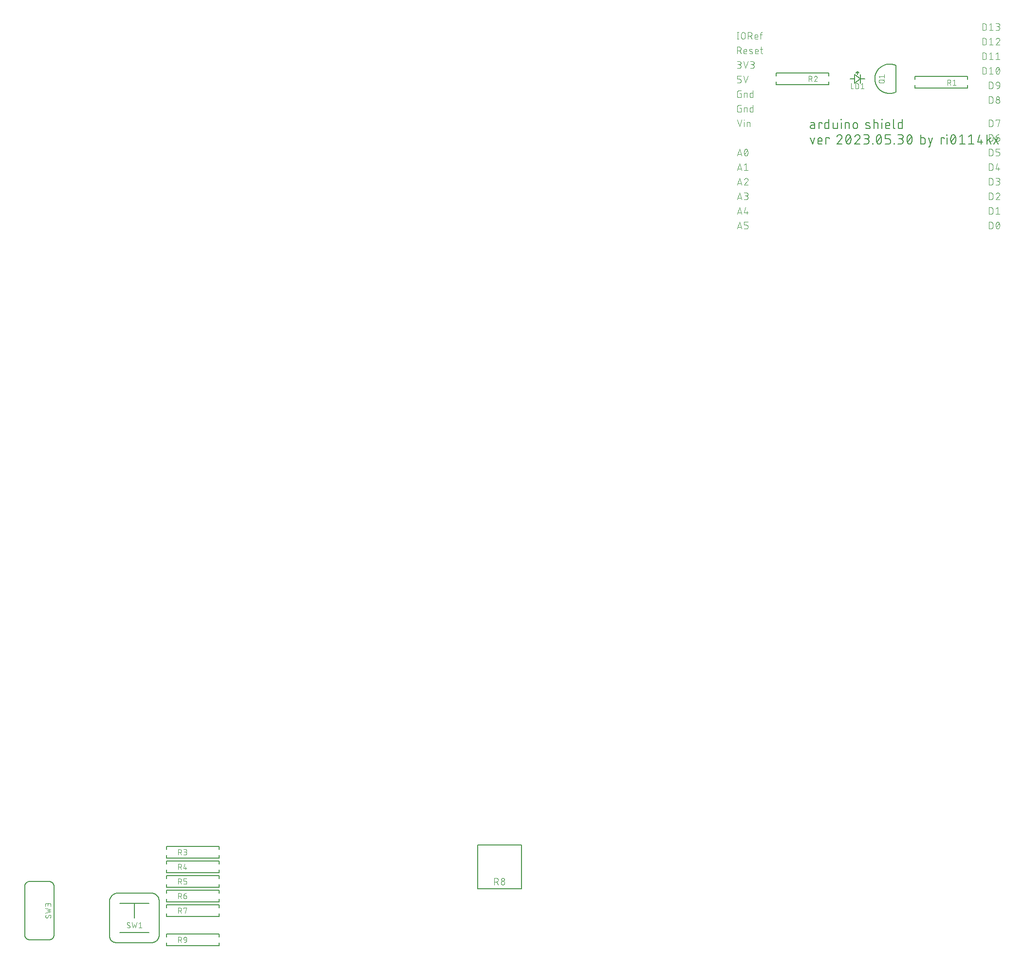
<source format=gbr>
G04 EAGLE Gerber RS-274X export*
G75*
%MOIN*%
%FSLAX35Y35*%
%LPD*%
%INSilk screen CMP*%
%IPPOS*%
%AMOC8*
5,1,8,0,0,1.08239X$1,22.5*%
G01*
G04 Define Apertures*
%ADD10C,0.006000*%
%ADD11C,0.004000*%
%ADD12C,0.005000*%
%ADD13C,0.003000*%
D10*
X435644Y283289D02*
X434044Y283289D01*
X434044Y283288D02*
X433974Y283286D01*
X433905Y283280D01*
X433836Y283270D01*
X433767Y283257D01*
X433700Y283239D01*
X433633Y283218D01*
X433568Y283193D01*
X433504Y283165D01*
X433442Y283133D01*
X433382Y283097D01*
X433324Y283059D01*
X433268Y283017D01*
X433215Y282972D01*
X433164Y282924D01*
X433116Y282873D01*
X433071Y282820D01*
X433029Y282764D01*
X432991Y282706D01*
X432955Y282646D01*
X432923Y282584D01*
X432895Y282520D01*
X432870Y282455D01*
X432849Y282388D01*
X432831Y282321D01*
X432818Y282252D01*
X432808Y282183D01*
X432802Y282114D01*
X432800Y282044D01*
X432802Y281974D01*
X432808Y281905D01*
X432818Y281836D01*
X432831Y281767D01*
X432849Y281700D01*
X432870Y281633D01*
X432895Y281568D01*
X432923Y281504D01*
X432955Y281442D01*
X432991Y281382D01*
X433029Y281324D01*
X433071Y281268D01*
X433116Y281215D01*
X433164Y281164D01*
X433215Y281116D01*
X433268Y281071D01*
X433324Y281029D01*
X433382Y280991D01*
X433442Y280955D01*
X433504Y280923D01*
X433568Y280895D01*
X433633Y280870D01*
X433700Y280849D01*
X433767Y280831D01*
X433836Y280818D01*
X433905Y280808D01*
X433974Y280802D01*
X434044Y280800D01*
X435644Y280800D01*
X435644Y284000D01*
X435645Y284000D02*
X435643Y284064D01*
X435637Y284129D01*
X435628Y284192D01*
X435614Y284255D01*
X435597Y284317D01*
X435576Y284378D01*
X435551Y284438D01*
X435523Y284496D01*
X435491Y284552D01*
X435456Y284606D01*
X435418Y284658D01*
X435377Y284708D01*
X435332Y284754D01*
X435286Y284799D01*
X435236Y284840D01*
X435184Y284878D01*
X435130Y284913D01*
X435074Y284945D01*
X435016Y284973D01*
X434956Y284998D01*
X434895Y285019D01*
X434833Y285036D01*
X434770Y285050D01*
X434707Y285059D01*
X434642Y285065D01*
X434578Y285067D01*
X433156Y285067D01*
X438606Y285067D02*
X438606Y280800D01*
X438606Y285067D02*
X440739Y285067D01*
X440739Y284356D01*
X445491Y287200D02*
X445491Y280800D01*
X443713Y280800D01*
X443649Y280802D01*
X443584Y280808D01*
X443521Y280817D01*
X443458Y280831D01*
X443396Y280848D01*
X443335Y280869D01*
X443275Y280894D01*
X443217Y280922D01*
X443161Y280954D01*
X443107Y280989D01*
X443055Y281027D01*
X443005Y281068D01*
X442959Y281113D01*
X442914Y281159D01*
X442873Y281209D01*
X442835Y281261D01*
X442800Y281315D01*
X442768Y281371D01*
X442740Y281429D01*
X442715Y281489D01*
X442694Y281550D01*
X442677Y281612D01*
X442663Y281675D01*
X442654Y281738D01*
X442648Y281803D01*
X442646Y281867D01*
X442646Y284000D01*
X442648Y284064D01*
X442654Y284129D01*
X442663Y284192D01*
X442677Y284255D01*
X442694Y284317D01*
X442715Y284378D01*
X442740Y284438D01*
X442768Y284496D01*
X442800Y284552D01*
X442835Y284606D01*
X442873Y284658D01*
X442914Y284708D01*
X442959Y284754D01*
X443005Y284799D01*
X443055Y284840D01*
X443107Y284878D01*
X443161Y284913D01*
X443217Y284945D01*
X443275Y284973D01*
X443335Y284998D01*
X443396Y285019D01*
X443458Y285036D01*
X443521Y285050D01*
X443584Y285059D01*
X443649Y285065D01*
X443713Y285067D01*
X445491Y285067D01*
X448419Y285067D02*
X448419Y281867D01*
X448421Y281803D01*
X448427Y281738D01*
X448436Y281675D01*
X448450Y281612D01*
X448467Y281550D01*
X448488Y281489D01*
X448513Y281429D01*
X448541Y281371D01*
X448573Y281315D01*
X448608Y281261D01*
X448646Y281209D01*
X448687Y281159D01*
X448732Y281113D01*
X448778Y281068D01*
X448828Y281027D01*
X448880Y280989D01*
X448934Y280954D01*
X448990Y280922D01*
X449048Y280894D01*
X449108Y280869D01*
X449169Y280848D01*
X449231Y280831D01*
X449294Y280817D01*
X449357Y280808D01*
X449422Y280802D01*
X449486Y280800D01*
X451263Y280800D01*
X451263Y285067D01*
X453944Y285067D02*
X453944Y280800D01*
X453766Y286844D02*
X453766Y287200D01*
X454122Y287200D01*
X454122Y286844D01*
X453766Y286844D01*
X456624Y285067D02*
X456624Y280800D01*
X456624Y285067D02*
X458402Y285067D01*
X458466Y285065D01*
X458531Y285059D01*
X458594Y285050D01*
X458657Y285036D01*
X458719Y285019D01*
X458780Y284998D01*
X458840Y284973D01*
X458898Y284945D01*
X458954Y284913D01*
X459008Y284878D01*
X459060Y284840D01*
X459110Y284799D01*
X459156Y284754D01*
X459201Y284708D01*
X459242Y284658D01*
X459280Y284606D01*
X459315Y284552D01*
X459347Y284496D01*
X459375Y284438D01*
X459400Y284378D01*
X459421Y284317D01*
X459438Y284255D01*
X459452Y284192D01*
X459461Y284129D01*
X459467Y284064D01*
X459469Y284000D01*
X459469Y280800D01*
X462163Y282222D02*
X462163Y283644D01*
X462165Y283718D01*
X462171Y283793D01*
X462181Y283866D01*
X462194Y283940D01*
X462211Y284012D01*
X462233Y284083D01*
X462257Y284154D01*
X462286Y284222D01*
X462318Y284290D01*
X462354Y284355D01*
X462392Y284418D01*
X462435Y284480D01*
X462480Y284539D01*
X462528Y284596D01*
X462579Y284650D01*
X462633Y284701D01*
X462690Y284749D01*
X462749Y284794D01*
X462811Y284837D01*
X462874Y284875D01*
X462939Y284911D01*
X463007Y284943D01*
X463075Y284972D01*
X463146Y284996D01*
X463217Y285018D01*
X463289Y285035D01*
X463363Y285048D01*
X463436Y285058D01*
X463511Y285064D01*
X463585Y285066D01*
X463659Y285064D01*
X463734Y285058D01*
X463807Y285048D01*
X463881Y285035D01*
X463953Y285018D01*
X464024Y284996D01*
X464095Y284972D01*
X464163Y284943D01*
X464231Y284911D01*
X464296Y284875D01*
X464359Y284837D01*
X464421Y284794D01*
X464480Y284749D01*
X464537Y284701D01*
X464591Y284650D01*
X464642Y284596D01*
X464690Y284539D01*
X464735Y284480D01*
X464778Y284418D01*
X464816Y284355D01*
X464852Y284290D01*
X464884Y284222D01*
X464913Y284154D01*
X464937Y284083D01*
X464959Y284012D01*
X464976Y283940D01*
X464989Y283866D01*
X464999Y283793D01*
X465005Y283718D01*
X465007Y283644D01*
X465007Y282222D01*
X465005Y282148D01*
X464999Y282073D01*
X464989Y282000D01*
X464976Y281926D01*
X464959Y281854D01*
X464937Y281783D01*
X464913Y281712D01*
X464884Y281644D01*
X464852Y281576D01*
X464816Y281511D01*
X464778Y281448D01*
X464735Y281386D01*
X464690Y281327D01*
X464642Y281270D01*
X464591Y281216D01*
X464537Y281165D01*
X464480Y281117D01*
X464421Y281072D01*
X464359Y281029D01*
X464296Y280991D01*
X464231Y280955D01*
X464163Y280923D01*
X464095Y280894D01*
X464024Y280870D01*
X463953Y280848D01*
X463881Y280831D01*
X463807Y280818D01*
X463734Y280808D01*
X463659Y280802D01*
X463585Y280800D01*
X463511Y280802D01*
X463436Y280808D01*
X463363Y280818D01*
X463289Y280831D01*
X463217Y280848D01*
X463146Y280870D01*
X463075Y280894D01*
X463007Y280923D01*
X462939Y280955D01*
X462874Y280991D01*
X462811Y281029D01*
X462749Y281072D01*
X462690Y281117D01*
X462633Y281165D01*
X462579Y281216D01*
X462528Y281270D01*
X462480Y281327D01*
X462435Y281386D01*
X462392Y281448D01*
X462354Y281511D01*
X462318Y281576D01*
X462286Y281644D01*
X462257Y281712D01*
X462233Y281783D01*
X462211Y281854D01*
X462194Y281926D01*
X462181Y282000D01*
X462171Y282073D01*
X462165Y282148D01*
X462163Y282222D01*
X471312Y283289D02*
X473090Y282578D01*
X471312Y283289D02*
X471257Y283313D01*
X471204Y283340D01*
X471153Y283371D01*
X471104Y283405D01*
X471058Y283442D01*
X471014Y283482D01*
X470972Y283524D01*
X470934Y283570D01*
X470898Y283617D01*
X470866Y283667D01*
X470836Y283719D01*
X470811Y283773D01*
X470788Y283828D01*
X470770Y283884D01*
X470755Y283942D01*
X470743Y284000D01*
X470736Y284059D01*
X470732Y284119D01*
X470733Y284178D01*
X470737Y284238D01*
X470745Y284297D01*
X470756Y284355D01*
X470772Y284412D01*
X470791Y284469D01*
X470813Y284524D01*
X470840Y284577D01*
X470869Y284629D01*
X470902Y284678D01*
X470938Y284726D01*
X470977Y284771D01*
X471019Y284813D01*
X471063Y284853D01*
X471110Y284889D01*
X471159Y284923D01*
X471210Y284953D01*
X471263Y284980D01*
X471318Y285004D01*
X471374Y285023D01*
X471431Y285040D01*
X471490Y285052D01*
X471548Y285061D01*
X471608Y285066D01*
X471667Y285067D01*
X471668Y285067D02*
X471786Y285063D01*
X471903Y285056D01*
X472021Y285046D01*
X472138Y285032D01*
X472254Y285015D01*
X472370Y284995D01*
X472486Y284971D01*
X472601Y284944D01*
X472715Y284913D01*
X472827Y284879D01*
X472939Y284842D01*
X473050Y284801D01*
X473160Y284758D01*
X473268Y284711D01*
X473089Y282578D02*
X473144Y282554D01*
X473197Y282527D01*
X473248Y282496D01*
X473297Y282462D01*
X473343Y282425D01*
X473387Y282385D01*
X473429Y282343D01*
X473467Y282297D01*
X473503Y282250D01*
X473535Y282200D01*
X473565Y282148D01*
X473590Y282094D01*
X473613Y282039D01*
X473631Y281983D01*
X473646Y281925D01*
X473658Y281867D01*
X473665Y281808D01*
X473669Y281748D01*
X473668Y281689D01*
X473664Y281629D01*
X473656Y281570D01*
X473645Y281512D01*
X473629Y281455D01*
X473610Y281398D01*
X473588Y281343D01*
X473561Y281290D01*
X473532Y281238D01*
X473499Y281189D01*
X473463Y281141D01*
X473424Y281096D01*
X473382Y281054D01*
X473338Y281014D01*
X473291Y280978D01*
X473242Y280944D01*
X473191Y280914D01*
X473138Y280887D01*
X473083Y280863D01*
X473027Y280844D01*
X472970Y280827D01*
X472911Y280815D01*
X472853Y280806D01*
X472793Y280801D01*
X472734Y280800D01*
X472580Y280804D01*
X472427Y280812D01*
X472274Y280824D01*
X472121Y280840D01*
X471969Y280859D01*
X471817Y280883D01*
X471666Y280910D01*
X471516Y280942D01*
X471366Y280977D01*
X471217Y281016D01*
X471070Y281059D01*
X470923Y281105D01*
X470778Y281155D01*
X476317Y280800D02*
X476317Y287200D01*
X476317Y285067D02*
X478095Y285067D01*
X478159Y285065D01*
X478224Y285059D01*
X478287Y285050D01*
X478350Y285036D01*
X478412Y285019D01*
X478473Y284998D01*
X478533Y284973D01*
X478591Y284945D01*
X478647Y284913D01*
X478701Y284878D01*
X478753Y284840D01*
X478803Y284799D01*
X478849Y284754D01*
X478894Y284708D01*
X478935Y284658D01*
X478973Y284606D01*
X479008Y284552D01*
X479040Y284496D01*
X479068Y284438D01*
X479093Y284378D01*
X479114Y284317D01*
X479131Y284255D01*
X479145Y284192D01*
X479154Y284129D01*
X479160Y284064D01*
X479162Y284000D01*
X479162Y280800D01*
X481842Y280800D02*
X481842Y285067D01*
X481664Y286844D02*
X481664Y287200D01*
X482020Y287200D01*
X482020Y286844D01*
X481664Y286844D01*
X485384Y280800D02*
X487162Y280800D01*
X485384Y280800D02*
X485320Y280802D01*
X485255Y280808D01*
X485192Y280817D01*
X485129Y280831D01*
X485067Y280848D01*
X485006Y280869D01*
X484946Y280894D01*
X484888Y280922D01*
X484832Y280954D01*
X484778Y280989D01*
X484726Y281027D01*
X484676Y281068D01*
X484630Y281113D01*
X484585Y281159D01*
X484544Y281209D01*
X484506Y281261D01*
X484471Y281315D01*
X484439Y281371D01*
X484411Y281429D01*
X484386Y281489D01*
X484365Y281550D01*
X484348Y281612D01*
X484334Y281675D01*
X484325Y281738D01*
X484319Y281803D01*
X484317Y281867D01*
X484317Y283644D01*
X484318Y283644D02*
X484320Y283718D01*
X484326Y283793D01*
X484336Y283866D01*
X484349Y283940D01*
X484366Y284012D01*
X484388Y284083D01*
X484412Y284154D01*
X484441Y284222D01*
X484473Y284290D01*
X484509Y284355D01*
X484547Y284418D01*
X484590Y284480D01*
X484635Y284539D01*
X484683Y284596D01*
X484734Y284650D01*
X484788Y284701D01*
X484845Y284749D01*
X484904Y284794D01*
X484966Y284837D01*
X485029Y284875D01*
X485094Y284911D01*
X485162Y284943D01*
X485230Y284972D01*
X485301Y284996D01*
X485372Y285018D01*
X485444Y285035D01*
X485518Y285048D01*
X485591Y285058D01*
X485666Y285064D01*
X485740Y285066D01*
X485814Y285064D01*
X485889Y285058D01*
X485962Y285048D01*
X486036Y285035D01*
X486108Y285018D01*
X486179Y284996D01*
X486250Y284972D01*
X486318Y284943D01*
X486386Y284911D01*
X486451Y284875D01*
X486514Y284837D01*
X486576Y284794D01*
X486635Y284749D01*
X486692Y284701D01*
X486746Y284650D01*
X486797Y284596D01*
X486845Y284539D01*
X486890Y284480D01*
X486933Y284418D01*
X486971Y284355D01*
X487007Y284290D01*
X487039Y284222D01*
X487068Y284154D01*
X487092Y284083D01*
X487114Y284012D01*
X487131Y283940D01*
X487144Y283866D01*
X487154Y283793D01*
X487160Y283718D01*
X487162Y283644D01*
X487162Y282933D01*
X484317Y282933D01*
X489744Y281867D02*
X489744Y287200D01*
X489744Y281867D02*
X489746Y281803D01*
X489752Y281738D01*
X489761Y281675D01*
X489775Y281612D01*
X489792Y281550D01*
X489813Y281489D01*
X489838Y281429D01*
X489866Y281371D01*
X489898Y281315D01*
X489933Y281261D01*
X489971Y281209D01*
X490012Y281159D01*
X490057Y281113D01*
X490103Y281068D01*
X490153Y281027D01*
X490205Y280989D01*
X490259Y280954D01*
X490315Y280922D01*
X490373Y280894D01*
X490433Y280869D01*
X490494Y280848D01*
X490556Y280831D01*
X490619Y280817D01*
X490682Y280808D01*
X490747Y280802D01*
X490811Y280800D01*
X495749Y280800D02*
X495749Y287200D01*
X495749Y280800D02*
X493971Y280800D01*
X493907Y280802D01*
X493842Y280808D01*
X493779Y280817D01*
X493716Y280831D01*
X493654Y280848D01*
X493593Y280869D01*
X493533Y280894D01*
X493475Y280922D01*
X493419Y280954D01*
X493365Y280989D01*
X493313Y281027D01*
X493263Y281068D01*
X493217Y281113D01*
X493172Y281159D01*
X493131Y281209D01*
X493093Y281261D01*
X493058Y281315D01*
X493026Y281371D01*
X492998Y281429D01*
X492973Y281489D01*
X492952Y281550D01*
X492935Y281612D01*
X492921Y281675D01*
X492912Y281738D01*
X492906Y281803D01*
X492904Y281867D01*
X492904Y284000D01*
X492906Y284064D01*
X492912Y284129D01*
X492921Y284192D01*
X492935Y284255D01*
X492952Y284317D01*
X492973Y284378D01*
X492998Y284438D01*
X493026Y284496D01*
X493058Y284552D01*
X493093Y284606D01*
X493131Y284658D01*
X493172Y284708D01*
X493217Y284754D01*
X493263Y284799D01*
X493313Y284840D01*
X493365Y284878D01*
X493419Y284913D01*
X493475Y284945D01*
X493533Y284973D01*
X493593Y284998D01*
X493654Y285019D01*
X493716Y285036D01*
X493779Y285050D01*
X493842Y285059D01*
X493907Y285065D01*
X493971Y285067D01*
X495749Y285067D01*
X434222Y270300D02*
X432800Y274567D01*
X435644Y274567D02*
X434222Y270300D01*
X438995Y270300D02*
X440773Y270300D01*
X438995Y270300D02*
X438931Y270302D01*
X438866Y270308D01*
X438803Y270317D01*
X438740Y270331D01*
X438678Y270348D01*
X438617Y270369D01*
X438557Y270394D01*
X438499Y270422D01*
X438443Y270454D01*
X438389Y270489D01*
X438337Y270527D01*
X438287Y270568D01*
X438241Y270613D01*
X438196Y270659D01*
X438155Y270709D01*
X438117Y270761D01*
X438082Y270815D01*
X438050Y270871D01*
X438022Y270929D01*
X437997Y270989D01*
X437976Y271050D01*
X437959Y271112D01*
X437945Y271175D01*
X437936Y271238D01*
X437930Y271303D01*
X437928Y271367D01*
X437928Y273144D01*
X437929Y273144D02*
X437931Y273218D01*
X437937Y273293D01*
X437947Y273366D01*
X437960Y273440D01*
X437977Y273512D01*
X437999Y273583D01*
X438023Y273654D01*
X438052Y273722D01*
X438084Y273790D01*
X438120Y273855D01*
X438158Y273918D01*
X438201Y273980D01*
X438246Y274039D01*
X438294Y274096D01*
X438345Y274150D01*
X438399Y274201D01*
X438456Y274249D01*
X438515Y274294D01*
X438577Y274337D01*
X438640Y274375D01*
X438705Y274411D01*
X438773Y274443D01*
X438841Y274472D01*
X438912Y274496D01*
X438983Y274518D01*
X439055Y274535D01*
X439129Y274548D01*
X439202Y274558D01*
X439277Y274564D01*
X439351Y274566D01*
X439425Y274564D01*
X439500Y274558D01*
X439573Y274548D01*
X439647Y274535D01*
X439719Y274518D01*
X439790Y274496D01*
X439861Y274472D01*
X439929Y274443D01*
X439997Y274411D01*
X440062Y274375D01*
X440125Y274337D01*
X440187Y274294D01*
X440246Y274249D01*
X440303Y274201D01*
X440357Y274150D01*
X440408Y274096D01*
X440456Y274039D01*
X440501Y273980D01*
X440544Y273918D01*
X440582Y273855D01*
X440618Y273790D01*
X440650Y273722D01*
X440679Y273654D01*
X440703Y273583D01*
X440725Y273512D01*
X440742Y273440D01*
X440755Y273366D01*
X440765Y273293D01*
X440771Y273218D01*
X440773Y273144D01*
X440773Y272433D01*
X437928Y272433D01*
X443500Y270300D02*
X443500Y274567D01*
X445634Y274567D01*
X445634Y273856D01*
X452862Y276700D02*
X452941Y276698D01*
X453019Y276692D01*
X453097Y276683D01*
X453174Y276669D01*
X453251Y276652D01*
X453326Y276631D01*
X453401Y276606D01*
X453474Y276578D01*
X453546Y276546D01*
X453616Y276511D01*
X453685Y276472D01*
X453751Y276430D01*
X453815Y276385D01*
X453877Y276337D01*
X453936Y276286D01*
X453993Y276231D01*
X454048Y276174D01*
X454099Y276115D01*
X454147Y276053D01*
X454192Y275989D01*
X454234Y275923D01*
X454273Y275854D01*
X454308Y275784D01*
X454340Y275712D01*
X454368Y275639D01*
X454393Y275564D01*
X454414Y275489D01*
X454431Y275412D01*
X454445Y275335D01*
X454454Y275257D01*
X454460Y275179D01*
X454462Y275100D01*
X452862Y276700D02*
X452773Y276698D01*
X452684Y276692D01*
X452595Y276683D01*
X452507Y276669D01*
X452420Y276652D01*
X452333Y276631D01*
X452247Y276606D01*
X452163Y276578D01*
X452080Y276545D01*
X451998Y276510D01*
X451918Y276470D01*
X451840Y276428D01*
X451763Y276382D01*
X451689Y276333D01*
X451617Y276280D01*
X451547Y276225D01*
X451480Y276166D01*
X451415Y276105D01*
X451353Y276041D01*
X451294Y275974D01*
X451238Y275905D01*
X451185Y275833D01*
X451135Y275759D01*
X451088Y275683D01*
X451045Y275606D01*
X451005Y275526D01*
X450968Y275445D01*
X450935Y275362D01*
X450906Y275277D01*
X453929Y273855D02*
X453986Y273913D01*
X454042Y273974D01*
X454094Y274037D01*
X454143Y274102D01*
X454189Y274170D01*
X454231Y274240D01*
X454271Y274312D01*
X454306Y274385D01*
X454339Y274461D01*
X454367Y274537D01*
X454392Y274615D01*
X454413Y274694D01*
X454431Y274774D01*
X454444Y274855D01*
X454454Y274936D01*
X454460Y275018D01*
X454462Y275100D01*
X453929Y273856D02*
X450906Y270300D01*
X454462Y270300D01*
X457061Y273500D02*
X457063Y273641D01*
X457069Y273781D01*
X457078Y273922D01*
X457091Y274062D01*
X457108Y274202D01*
X457128Y274341D01*
X457153Y274479D01*
X457181Y274617D01*
X457212Y274754D01*
X457248Y274891D01*
X457287Y275026D01*
X457329Y275160D01*
X457375Y275293D01*
X457425Y275425D01*
X457478Y275555D01*
X457534Y275684D01*
X457594Y275811D01*
X457593Y275811D02*
X457618Y275877D01*
X457646Y275942D01*
X457678Y276006D01*
X457713Y276067D01*
X457752Y276127D01*
X457793Y276185D01*
X457838Y276240D01*
X457886Y276292D01*
X457936Y276342D01*
X457989Y276390D01*
X458044Y276434D01*
X458102Y276475D01*
X458162Y276513D01*
X458224Y276548D01*
X458288Y276579D01*
X458353Y276607D01*
X458420Y276632D01*
X458487Y276652D01*
X458556Y276669D01*
X458626Y276683D01*
X458696Y276692D01*
X458767Y276698D01*
X458838Y276700D01*
X458909Y276698D01*
X458980Y276692D01*
X459050Y276683D01*
X459120Y276669D01*
X459189Y276652D01*
X459256Y276632D01*
X459323Y276607D01*
X459388Y276579D01*
X459452Y276548D01*
X459514Y276513D01*
X459574Y276475D01*
X459632Y276434D01*
X459687Y276390D01*
X459740Y276342D01*
X459790Y276292D01*
X459838Y276240D01*
X459883Y276185D01*
X459924Y276127D01*
X459963Y276067D01*
X459998Y276006D01*
X460030Y275942D01*
X460058Y275877D01*
X460083Y275811D01*
X460143Y275684D01*
X460199Y275555D01*
X460252Y275425D01*
X460302Y275293D01*
X460348Y275160D01*
X460390Y275026D01*
X460429Y274891D01*
X460465Y274754D01*
X460496Y274617D01*
X460524Y274479D01*
X460549Y274341D01*
X460569Y274202D01*
X460586Y274062D01*
X460599Y273922D01*
X460608Y273781D01*
X460614Y273641D01*
X460616Y273500D01*
X457061Y273500D02*
X457063Y273359D01*
X457069Y273219D01*
X457078Y273078D01*
X457091Y272938D01*
X457108Y272798D01*
X457128Y272659D01*
X457153Y272521D01*
X457181Y272383D01*
X457212Y272246D01*
X457248Y272109D01*
X457287Y271974D01*
X457329Y271840D01*
X457375Y271707D01*
X457425Y271575D01*
X457478Y271445D01*
X457534Y271316D01*
X457594Y271189D01*
X457593Y271189D02*
X457618Y271123D01*
X457646Y271058D01*
X457678Y270994D01*
X457713Y270933D01*
X457752Y270873D01*
X457793Y270815D01*
X457838Y270760D01*
X457886Y270708D01*
X457936Y270658D01*
X457989Y270610D01*
X458044Y270566D01*
X458102Y270525D01*
X458162Y270487D01*
X458224Y270452D01*
X458288Y270421D01*
X458353Y270393D01*
X458420Y270368D01*
X458487Y270348D01*
X458556Y270331D01*
X458626Y270317D01*
X458696Y270308D01*
X458767Y270302D01*
X458838Y270300D01*
X460083Y271189D02*
X460143Y271316D01*
X460199Y271445D01*
X460252Y271575D01*
X460302Y271707D01*
X460348Y271840D01*
X460390Y271974D01*
X460429Y272109D01*
X460465Y272246D01*
X460496Y272383D01*
X460524Y272521D01*
X460549Y272659D01*
X460569Y272798D01*
X460586Y272938D01*
X460599Y273078D01*
X460608Y273219D01*
X460614Y273359D01*
X460616Y273500D01*
X460083Y271189D02*
X460058Y271123D01*
X460030Y271058D01*
X459998Y270994D01*
X459963Y270933D01*
X459924Y270873D01*
X459883Y270815D01*
X459838Y270760D01*
X459790Y270708D01*
X459740Y270658D01*
X459687Y270610D01*
X459631Y270566D01*
X459574Y270525D01*
X459514Y270487D01*
X459452Y270452D01*
X459388Y270421D01*
X459323Y270393D01*
X459256Y270368D01*
X459189Y270348D01*
X459120Y270331D01*
X459050Y270317D01*
X458980Y270308D01*
X458909Y270302D01*
X458838Y270300D01*
X457416Y271722D02*
X460261Y275278D01*
X465170Y276700D02*
X465249Y276698D01*
X465327Y276692D01*
X465405Y276683D01*
X465482Y276669D01*
X465559Y276652D01*
X465634Y276631D01*
X465709Y276606D01*
X465782Y276578D01*
X465854Y276546D01*
X465924Y276511D01*
X465993Y276472D01*
X466059Y276430D01*
X466123Y276385D01*
X466185Y276337D01*
X466244Y276286D01*
X466301Y276231D01*
X466356Y276174D01*
X466407Y276115D01*
X466455Y276053D01*
X466500Y275989D01*
X466542Y275923D01*
X466581Y275854D01*
X466616Y275784D01*
X466648Y275712D01*
X466676Y275639D01*
X466701Y275564D01*
X466722Y275489D01*
X466739Y275412D01*
X466753Y275335D01*
X466762Y275257D01*
X466768Y275179D01*
X466770Y275100D01*
X465170Y276700D02*
X465081Y276698D01*
X464992Y276692D01*
X464903Y276683D01*
X464815Y276669D01*
X464728Y276652D01*
X464641Y276631D01*
X464555Y276606D01*
X464471Y276578D01*
X464388Y276545D01*
X464306Y276510D01*
X464226Y276470D01*
X464148Y276428D01*
X464071Y276382D01*
X463997Y276333D01*
X463925Y276280D01*
X463855Y276225D01*
X463788Y276166D01*
X463723Y276105D01*
X463661Y276041D01*
X463602Y275974D01*
X463546Y275905D01*
X463493Y275833D01*
X463443Y275759D01*
X463396Y275683D01*
X463353Y275606D01*
X463313Y275526D01*
X463276Y275445D01*
X463243Y275362D01*
X463214Y275277D01*
X466238Y273855D02*
X466295Y273913D01*
X466351Y273974D01*
X466403Y274037D01*
X466452Y274102D01*
X466498Y274170D01*
X466540Y274240D01*
X466580Y274312D01*
X466615Y274385D01*
X466648Y274461D01*
X466676Y274537D01*
X466701Y274615D01*
X466722Y274694D01*
X466740Y274774D01*
X466753Y274855D01*
X466763Y274936D01*
X466769Y275018D01*
X466771Y275100D01*
X466237Y273856D02*
X463215Y270300D01*
X466770Y270300D01*
X469369Y270300D02*
X471146Y270300D01*
X471229Y270302D01*
X471312Y270308D01*
X471395Y270318D01*
X471478Y270331D01*
X471559Y270349D01*
X471640Y270370D01*
X471719Y270395D01*
X471797Y270424D01*
X471874Y270456D01*
X471949Y270492D01*
X472023Y270531D01*
X472094Y270574D01*
X472164Y270620D01*
X472231Y270670D01*
X472296Y270722D01*
X472358Y270777D01*
X472418Y270836D01*
X472475Y270897D01*
X472529Y270960D01*
X472580Y271026D01*
X472627Y271095D01*
X472672Y271165D01*
X472713Y271238D01*
X472750Y271312D01*
X472785Y271388D01*
X472815Y271466D01*
X472842Y271544D01*
X472865Y271625D01*
X472885Y271706D01*
X472900Y271788D01*
X472912Y271870D01*
X472920Y271953D01*
X472924Y272036D01*
X472924Y272120D01*
X472920Y272203D01*
X472912Y272286D01*
X472900Y272368D01*
X472885Y272450D01*
X472865Y272531D01*
X472842Y272612D01*
X472815Y272690D01*
X472785Y272768D01*
X472750Y272844D01*
X472713Y272918D01*
X472672Y272991D01*
X472627Y273061D01*
X472580Y273130D01*
X472529Y273196D01*
X472475Y273259D01*
X472418Y273320D01*
X472358Y273379D01*
X472296Y273434D01*
X472231Y273486D01*
X472164Y273536D01*
X472094Y273582D01*
X472023Y273625D01*
X471949Y273664D01*
X471874Y273700D01*
X471797Y273732D01*
X471719Y273761D01*
X471640Y273786D01*
X471559Y273807D01*
X471478Y273825D01*
X471395Y273838D01*
X471312Y273848D01*
X471229Y273854D01*
X471146Y273856D01*
X471502Y276700D02*
X469369Y276700D01*
X471502Y276700D02*
X471576Y276698D01*
X471651Y276692D01*
X471724Y276682D01*
X471798Y276669D01*
X471870Y276652D01*
X471941Y276630D01*
X472012Y276606D01*
X472080Y276577D01*
X472148Y276545D01*
X472213Y276509D01*
X472276Y276471D01*
X472338Y276428D01*
X472397Y276383D01*
X472454Y276335D01*
X472508Y276284D01*
X472559Y276230D01*
X472607Y276173D01*
X472652Y276114D01*
X472695Y276052D01*
X472733Y275989D01*
X472769Y275924D01*
X472801Y275856D01*
X472830Y275788D01*
X472854Y275717D01*
X472876Y275646D01*
X472893Y275574D01*
X472906Y275500D01*
X472916Y275427D01*
X472922Y275352D01*
X472924Y275278D01*
X472922Y275204D01*
X472916Y275129D01*
X472906Y275056D01*
X472893Y274982D01*
X472876Y274910D01*
X472854Y274839D01*
X472830Y274768D01*
X472801Y274700D01*
X472769Y274632D01*
X472733Y274567D01*
X472695Y274504D01*
X472652Y274442D01*
X472607Y274383D01*
X472559Y274326D01*
X472508Y274272D01*
X472454Y274221D01*
X472397Y274173D01*
X472338Y274128D01*
X472276Y274085D01*
X472213Y274047D01*
X472148Y274011D01*
X472080Y273979D01*
X472012Y273950D01*
X471941Y273926D01*
X471870Y273904D01*
X471798Y273887D01*
X471724Y273874D01*
X471651Y273864D01*
X471576Y273858D01*
X471502Y273856D01*
X470080Y273856D01*
X475276Y270656D02*
X475276Y270300D01*
X475276Y270656D02*
X475632Y270656D01*
X475632Y270300D01*
X475276Y270300D01*
X477984Y273500D02*
X477986Y273641D01*
X477992Y273781D01*
X478001Y273922D01*
X478014Y274062D01*
X478031Y274202D01*
X478051Y274341D01*
X478076Y274479D01*
X478104Y274617D01*
X478135Y274754D01*
X478171Y274891D01*
X478210Y275026D01*
X478252Y275160D01*
X478298Y275293D01*
X478348Y275425D01*
X478401Y275555D01*
X478457Y275684D01*
X478517Y275811D01*
X478542Y275877D01*
X478570Y275942D01*
X478602Y276006D01*
X478637Y276067D01*
X478676Y276127D01*
X478717Y276185D01*
X478762Y276240D01*
X478810Y276292D01*
X478860Y276342D01*
X478913Y276390D01*
X478968Y276434D01*
X479026Y276475D01*
X479086Y276513D01*
X479148Y276548D01*
X479212Y276579D01*
X479277Y276607D01*
X479344Y276632D01*
X479411Y276652D01*
X479480Y276669D01*
X479550Y276683D01*
X479620Y276692D01*
X479691Y276698D01*
X479762Y276700D01*
X479833Y276698D01*
X479904Y276692D01*
X479974Y276683D01*
X480044Y276669D01*
X480113Y276652D01*
X480180Y276632D01*
X480247Y276607D01*
X480312Y276579D01*
X480376Y276548D01*
X480438Y276513D01*
X480498Y276475D01*
X480556Y276434D01*
X480611Y276390D01*
X480664Y276342D01*
X480714Y276292D01*
X480762Y276240D01*
X480807Y276185D01*
X480848Y276127D01*
X480887Y276067D01*
X480922Y276006D01*
X480954Y275942D01*
X480982Y275877D01*
X481007Y275811D01*
X481067Y275684D01*
X481123Y275555D01*
X481176Y275425D01*
X481226Y275293D01*
X481272Y275160D01*
X481314Y275026D01*
X481353Y274891D01*
X481389Y274754D01*
X481420Y274617D01*
X481448Y274479D01*
X481473Y274341D01*
X481493Y274202D01*
X481510Y274062D01*
X481523Y273922D01*
X481532Y273781D01*
X481538Y273641D01*
X481540Y273500D01*
X477984Y273500D02*
X477986Y273359D01*
X477992Y273219D01*
X478001Y273078D01*
X478014Y272938D01*
X478031Y272798D01*
X478051Y272659D01*
X478076Y272521D01*
X478104Y272383D01*
X478135Y272246D01*
X478171Y272109D01*
X478210Y271974D01*
X478252Y271840D01*
X478298Y271707D01*
X478348Y271575D01*
X478401Y271445D01*
X478457Y271316D01*
X478517Y271189D01*
X478542Y271123D01*
X478570Y271058D01*
X478602Y270994D01*
X478637Y270933D01*
X478676Y270873D01*
X478717Y270815D01*
X478762Y270760D01*
X478810Y270708D01*
X478860Y270658D01*
X478913Y270610D01*
X478968Y270566D01*
X479026Y270525D01*
X479086Y270487D01*
X479148Y270452D01*
X479212Y270421D01*
X479277Y270393D01*
X479344Y270368D01*
X479411Y270348D01*
X479480Y270331D01*
X479550Y270317D01*
X479620Y270308D01*
X479691Y270302D01*
X479762Y270300D01*
X481007Y271189D02*
X481067Y271316D01*
X481123Y271445D01*
X481176Y271575D01*
X481226Y271707D01*
X481272Y271840D01*
X481314Y271974D01*
X481353Y272109D01*
X481389Y272246D01*
X481420Y272383D01*
X481448Y272521D01*
X481473Y272659D01*
X481493Y272798D01*
X481510Y272938D01*
X481523Y273078D01*
X481532Y273219D01*
X481538Y273359D01*
X481540Y273500D01*
X481007Y271189D02*
X480982Y271123D01*
X480954Y271058D01*
X480922Y270994D01*
X480887Y270933D01*
X480848Y270873D01*
X480807Y270815D01*
X480762Y270760D01*
X480714Y270708D01*
X480664Y270658D01*
X480611Y270610D01*
X480555Y270566D01*
X480498Y270525D01*
X480438Y270487D01*
X480376Y270452D01*
X480312Y270421D01*
X480247Y270393D01*
X480180Y270368D01*
X480113Y270348D01*
X480044Y270331D01*
X479974Y270317D01*
X479904Y270308D01*
X479833Y270302D01*
X479762Y270300D01*
X478340Y271722D02*
X481184Y275278D01*
X484138Y270300D02*
X486272Y270300D01*
X486346Y270302D01*
X486421Y270308D01*
X486494Y270318D01*
X486568Y270331D01*
X486640Y270348D01*
X486711Y270370D01*
X486782Y270394D01*
X486850Y270423D01*
X486918Y270455D01*
X486983Y270491D01*
X487046Y270529D01*
X487108Y270572D01*
X487167Y270617D01*
X487224Y270665D01*
X487278Y270716D01*
X487329Y270770D01*
X487377Y270827D01*
X487422Y270886D01*
X487465Y270948D01*
X487503Y271011D01*
X487539Y271076D01*
X487571Y271144D01*
X487600Y271212D01*
X487624Y271283D01*
X487646Y271354D01*
X487663Y271426D01*
X487676Y271500D01*
X487686Y271573D01*
X487692Y271648D01*
X487694Y271722D01*
X487694Y272433D01*
X487692Y272507D01*
X487686Y272582D01*
X487676Y272655D01*
X487663Y272729D01*
X487646Y272801D01*
X487624Y272872D01*
X487600Y272943D01*
X487571Y273011D01*
X487539Y273079D01*
X487503Y273144D01*
X487465Y273207D01*
X487422Y273269D01*
X487377Y273328D01*
X487329Y273385D01*
X487278Y273439D01*
X487224Y273490D01*
X487167Y273538D01*
X487108Y273583D01*
X487046Y273626D01*
X486983Y273664D01*
X486918Y273700D01*
X486850Y273732D01*
X486782Y273761D01*
X486711Y273785D01*
X486640Y273807D01*
X486568Y273824D01*
X486494Y273837D01*
X486421Y273847D01*
X486346Y273853D01*
X486272Y273855D01*
X486272Y273856D02*
X484138Y273856D01*
X484138Y276700D01*
X487694Y276700D01*
X490046Y270656D02*
X490046Y270300D01*
X490046Y270656D02*
X490402Y270656D01*
X490402Y270300D01*
X490046Y270300D01*
X492754Y270300D02*
X494532Y270300D01*
X494615Y270302D01*
X494698Y270308D01*
X494781Y270318D01*
X494864Y270331D01*
X494945Y270349D01*
X495026Y270370D01*
X495105Y270395D01*
X495183Y270424D01*
X495260Y270456D01*
X495335Y270492D01*
X495409Y270531D01*
X495480Y270574D01*
X495550Y270620D01*
X495617Y270670D01*
X495682Y270722D01*
X495744Y270777D01*
X495804Y270836D01*
X495861Y270897D01*
X495915Y270960D01*
X495966Y271026D01*
X496013Y271095D01*
X496058Y271165D01*
X496099Y271238D01*
X496136Y271312D01*
X496171Y271388D01*
X496201Y271466D01*
X496228Y271544D01*
X496251Y271625D01*
X496271Y271706D01*
X496286Y271788D01*
X496298Y271870D01*
X496306Y271953D01*
X496310Y272036D01*
X496310Y272120D01*
X496306Y272203D01*
X496298Y272286D01*
X496286Y272368D01*
X496271Y272450D01*
X496251Y272531D01*
X496228Y272612D01*
X496201Y272690D01*
X496171Y272768D01*
X496136Y272844D01*
X496099Y272918D01*
X496058Y272991D01*
X496013Y273061D01*
X495966Y273130D01*
X495915Y273196D01*
X495861Y273259D01*
X495804Y273320D01*
X495744Y273379D01*
X495682Y273434D01*
X495617Y273486D01*
X495550Y273536D01*
X495480Y273582D01*
X495409Y273625D01*
X495335Y273664D01*
X495260Y273700D01*
X495183Y273732D01*
X495105Y273761D01*
X495026Y273786D01*
X494945Y273807D01*
X494864Y273825D01*
X494781Y273838D01*
X494698Y273848D01*
X494615Y273854D01*
X494532Y273856D01*
X494887Y276700D02*
X492754Y276700D01*
X494887Y276700D02*
X494961Y276698D01*
X495036Y276692D01*
X495109Y276682D01*
X495183Y276669D01*
X495255Y276652D01*
X495326Y276630D01*
X495397Y276606D01*
X495465Y276577D01*
X495533Y276545D01*
X495598Y276509D01*
X495661Y276471D01*
X495723Y276428D01*
X495782Y276383D01*
X495839Y276335D01*
X495893Y276284D01*
X495944Y276230D01*
X495992Y276173D01*
X496037Y276114D01*
X496080Y276052D01*
X496118Y275989D01*
X496154Y275924D01*
X496186Y275856D01*
X496215Y275788D01*
X496239Y275717D01*
X496261Y275646D01*
X496278Y275574D01*
X496291Y275500D01*
X496301Y275427D01*
X496307Y275352D01*
X496309Y275278D01*
X496307Y275204D01*
X496301Y275129D01*
X496291Y275056D01*
X496278Y274982D01*
X496261Y274910D01*
X496239Y274839D01*
X496215Y274768D01*
X496186Y274700D01*
X496154Y274632D01*
X496118Y274567D01*
X496080Y274504D01*
X496037Y274442D01*
X495992Y274383D01*
X495944Y274326D01*
X495893Y274272D01*
X495839Y274221D01*
X495782Y274173D01*
X495723Y274128D01*
X495661Y274085D01*
X495598Y274047D01*
X495533Y274011D01*
X495465Y273979D01*
X495397Y273950D01*
X495326Y273926D01*
X495255Y273904D01*
X495183Y273887D01*
X495109Y273874D01*
X495036Y273864D01*
X494961Y273858D01*
X494887Y273856D01*
X493465Y273856D01*
X498908Y273500D02*
X498910Y273641D01*
X498916Y273781D01*
X498925Y273922D01*
X498938Y274062D01*
X498955Y274202D01*
X498975Y274341D01*
X499000Y274479D01*
X499028Y274617D01*
X499059Y274754D01*
X499095Y274891D01*
X499134Y275026D01*
X499176Y275160D01*
X499222Y275293D01*
X499272Y275425D01*
X499325Y275555D01*
X499381Y275684D01*
X499441Y275811D01*
X499466Y275877D01*
X499494Y275942D01*
X499526Y276006D01*
X499561Y276067D01*
X499600Y276127D01*
X499641Y276185D01*
X499686Y276240D01*
X499734Y276292D01*
X499784Y276342D01*
X499837Y276390D01*
X499892Y276434D01*
X499950Y276475D01*
X500010Y276513D01*
X500072Y276548D01*
X500136Y276579D01*
X500201Y276607D01*
X500268Y276632D01*
X500335Y276652D01*
X500404Y276669D01*
X500474Y276683D01*
X500544Y276692D01*
X500615Y276698D01*
X500686Y276700D01*
X500757Y276698D01*
X500828Y276692D01*
X500898Y276683D01*
X500968Y276669D01*
X501037Y276652D01*
X501104Y276632D01*
X501171Y276607D01*
X501236Y276579D01*
X501300Y276548D01*
X501362Y276513D01*
X501422Y276475D01*
X501480Y276434D01*
X501535Y276390D01*
X501588Y276342D01*
X501638Y276292D01*
X501686Y276240D01*
X501731Y276185D01*
X501772Y276127D01*
X501811Y276067D01*
X501846Y276006D01*
X501878Y275942D01*
X501906Y275877D01*
X501931Y275811D01*
X501930Y275811D02*
X501990Y275684D01*
X502046Y275555D01*
X502099Y275425D01*
X502149Y275293D01*
X502195Y275160D01*
X502237Y275026D01*
X502276Y274891D01*
X502312Y274754D01*
X502343Y274617D01*
X502371Y274479D01*
X502396Y274341D01*
X502416Y274202D01*
X502433Y274062D01*
X502446Y273922D01*
X502455Y273781D01*
X502461Y273641D01*
X502463Y273500D01*
X498908Y273500D02*
X498910Y273359D01*
X498916Y273219D01*
X498925Y273078D01*
X498938Y272938D01*
X498955Y272798D01*
X498975Y272659D01*
X499000Y272521D01*
X499028Y272383D01*
X499059Y272246D01*
X499095Y272109D01*
X499134Y271974D01*
X499176Y271840D01*
X499222Y271707D01*
X499272Y271575D01*
X499325Y271445D01*
X499381Y271316D01*
X499441Y271189D01*
X499466Y271123D01*
X499494Y271058D01*
X499526Y270994D01*
X499561Y270933D01*
X499600Y270873D01*
X499641Y270815D01*
X499686Y270760D01*
X499734Y270708D01*
X499784Y270658D01*
X499837Y270610D01*
X499892Y270566D01*
X499950Y270525D01*
X500010Y270487D01*
X500072Y270452D01*
X500136Y270421D01*
X500201Y270393D01*
X500268Y270368D01*
X500335Y270348D01*
X500404Y270331D01*
X500474Y270317D01*
X500544Y270308D01*
X500615Y270302D01*
X500686Y270300D01*
X501930Y271189D02*
X501990Y271316D01*
X502046Y271445D01*
X502099Y271575D01*
X502149Y271707D01*
X502195Y271840D01*
X502237Y271974D01*
X502276Y272109D01*
X502312Y272246D01*
X502343Y272383D01*
X502371Y272521D01*
X502396Y272659D01*
X502416Y272798D01*
X502433Y272938D01*
X502446Y273078D01*
X502455Y273219D01*
X502461Y273359D01*
X502463Y273500D01*
X501931Y271189D02*
X501906Y271123D01*
X501878Y271058D01*
X501846Y270994D01*
X501811Y270933D01*
X501772Y270873D01*
X501731Y270815D01*
X501686Y270760D01*
X501638Y270708D01*
X501588Y270658D01*
X501535Y270610D01*
X501479Y270566D01*
X501422Y270525D01*
X501362Y270487D01*
X501300Y270452D01*
X501236Y270421D01*
X501171Y270393D01*
X501104Y270368D01*
X501037Y270348D01*
X500968Y270331D01*
X500898Y270317D01*
X500828Y270308D01*
X500757Y270302D01*
X500686Y270300D01*
X499263Y271722D02*
X502108Y275278D01*
X508523Y276700D02*
X508523Y270300D01*
X510301Y270300D01*
X510365Y270302D01*
X510430Y270308D01*
X510493Y270317D01*
X510556Y270331D01*
X510618Y270348D01*
X510679Y270369D01*
X510739Y270394D01*
X510797Y270422D01*
X510853Y270454D01*
X510907Y270489D01*
X510959Y270527D01*
X511009Y270568D01*
X511055Y270613D01*
X511100Y270659D01*
X511141Y270709D01*
X511179Y270761D01*
X511214Y270815D01*
X511246Y270871D01*
X511274Y270929D01*
X511299Y270989D01*
X511320Y271050D01*
X511337Y271112D01*
X511351Y271175D01*
X511360Y271238D01*
X511366Y271303D01*
X511368Y271367D01*
X511368Y273500D01*
X511366Y273564D01*
X511360Y273629D01*
X511351Y273692D01*
X511337Y273755D01*
X511320Y273817D01*
X511299Y273878D01*
X511274Y273938D01*
X511246Y273996D01*
X511214Y274052D01*
X511179Y274106D01*
X511141Y274158D01*
X511100Y274208D01*
X511055Y274254D01*
X511009Y274299D01*
X510959Y274340D01*
X510907Y274378D01*
X510853Y274413D01*
X510797Y274445D01*
X510739Y274473D01*
X510679Y274498D01*
X510618Y274519D01*
X510556Y274536D01*
X510493Y274550D01*
X510430Y274559D01*
X510365Y274565D01*
X510301Y274567D01*
X508523Y274567D01*
X513623Y268167D02*
X514334Y268167D01*
X516467Y274567D01*
X513623Y274567D02*
X515045Y270300D01*
X522272Y270300D02*
X522272Y274567D01*
X524405Y274567D01*
X524405Y273856D01*
X526327Y274567D02*
X526327Y270300D01*
X526150Y276344D02*
X526150Y276700D01*
X526505Y276700D01*
X526505Y276344D01*
X526150Y276344D01*
X529390Y275811D02*
X529330Y275684D01*
X529274Y275555D01*
X529221Y275425D01*
X529171Y275293D01*
X529125Y275160D01*
X529083Y275026D01*
X529044Y274891D01*
X529008Y274754D01*
X528977Y274617D01*
X528949Y274479D01*
X528924Y274341D01*
X528904Y274202D01*
X528887Y274062D01*
X528874Y273922D01*
X528865Y273781D01*
X528859Y273641D01*
X528857Y273500D01*
X529390Y275811D02*
X529415Y275877D01*
X529443Y275942D01*
X529475Y276006D01*
X529510Y276067D01*
X529549Y276127D01*
X529590Y276185D01*
X529635Y276240D01*
X529683Y276292D01*
X529733Y276342D01*
X529786Y276390D01*
X529841Y276434D01*
X529899Y276475D01*
X529959Y276513D01*
X530021Y276548D01*
X530085Y276579D01*
X530150Y276607D01*
X530217Y276632D01*
X530284Y276652D01*
X530353Y276669D01*
X530423Y276683D01*
X530493Y276692D01*
X530564Y276698D01*
X530635Y276700D01*
X530706Y276698D01*
X530777Y276692D01*
X530847Y276683D01*
X530917Y276669D01*
X530986Y276652D01*
X531053Y276632D01*
X531120Y276607D01*
X531185Y276579D01*
X531249Y276548D01*
X531311Y276513D01*
X531371Y276475D01*
X531429Y276434D01*
X531484Y276390D01*
X531537Y276342D01*
X531587Y276292D01*
X531635Y276240D01*
X531680Y276185D01*
X531721Y276127D01*
X531760Y276067D01*
X531795Y276006D01*
X531827Y275942D01*
X531855Y275877D01*
X531880Y275811D01*
X531940Y275684D01*
X531996Y275555D01*
X532049Y275425D01*
X532099Y275293D01*
X532145Y275160D01*
X532187Y275026D01*
X532226Y274891D01*
X532262Y274754D01*
X532293Y274617D01*
X532321Y274479D01*
X532346Y274341D01*
X532366Y274202D01*
X532383Y274062D01*
X532396Y273922D01*
X532405Y273781D01*
X532411Y273641D01*
X532413Y273500D01*
X528858Y273500D02*
X528860Y273359D01*
X528866Y273219D01*
X528875Y273078D01*
X528888Y272938D01*
X528905Y272798D01*
X528925Y272659D01*
X528950Y272521D01*
X528978Y272383D01*
X529009Y272246D01*
X529045Y272109D01*
X529084Y271974D01*
X529126Y271840D01*
X529172Y271707D01*
X529222Y271575D01*
X529275Y271445D01*
X529331Y271316D01*
X529391Y271189D01*
X529390Y271189D02*
X529415Y271123D01*
X529443Y271058D01*
X529475Y270994D01*
X529510Y270933D01*
X529549Y270873D01*
X529590Y270815D01*
X529635Y270760D01*
X529683Y270708D01*
X529733Y270658D01*
X529786Y270610D01*
X529841Y270566D01*
X529899Y270525D01*
X529959Y270487D01*
X530021Y270452D01*
X530085Y270421D01*
X530150Y270393D01*
X530217Y270368D01*
X530284Y270348D01*
X530353Y270331D01*
X530423Y270317D01*
X530493Y270308D01*
X530564Y270302D01*
X530635Y270300D01*
X531880Y271189D02*
X531940Y271316D01*
X531996Y271445D01*
X532049Y271575D01*
X532099Y271707D01*
X532145Y271840D01*
X532187Y271974D01*
X532226Y272109D01*
X532262Y272246D01*
X532293Y272383D01*
X532321Y272521D01*
X532346Y272659D01*
X532366Y272798D01*
X532383Y272938D01*
X532396Y273078D01*
X532405Y273219D01*
X532411Y273359D01*
X532413Y273500D01*
X531880Y271189D02*
X531855Y271123D01*
X531827Y271058D01*
X531795Y270994D01*
X531760Y270933D01*
X531721Y270873D01*
X531680Y270815D01*
X531635Y270760D01*
X531587Y270708D01*
X531537Y270658D01*
X531484Y270610D01*
X531428Y270566D01*
X531371Y270525D01*
X531311Y270487D01*
X531249Y270452D01*
X531185Y270421D01*
X531120Y270393D01*
X531053Y270368D01*
X530986Y270348D01*
X530917Y270331D01*
X530847Y270317D01*
X530777Y270308D01*
X530706Y270302D01*
X530635Y270300D01*
X529213Y271722D02*
X532057Y275278D01*
X535011Y275278D02*
X536789Y276700D01*
X536789Y270300D01*
X535011Y270300D02*
X538567Y270300D01*
X541165Y275278D02*
X542943Y276700D01*
X542943Y270300D01*
X541165Y270300D02*
X544721Y270300D01*
X547319Y271722D02*
X548742Y276700D01*
X547319Y271722D02*
X550875Y271722D01*
X549808Y273144D02*
X549808Y270300D01*
X553690Y270300D02*
X553690Y276700D01*
X556535Y274567D02*
X553690Y272433D01*
X554935Y273322D02*
X556535Y270300D01*
X558547Y270300D02*
X561392Y274567D01*
X558547Y274567D02*
X561392Y270300D01*
D11*
X384233Y216831D02*
X382700Y212231D01*
X385767Y212231D02*
X384233Y216831D01*
X385383Y213381D02*
X383083Y213381D01*
X387456Y212231D02*
X388989Y212231D01*
X388989Y212232D02*
X389051Y212234D01*
X389112Y212239D01*
X389173Y212249D01*
X389234Y212262D01*
X389293Y212278D01*
X389351Y212298D01*
X389408Y212322D01*
X389464Y212349D01*
X389518Y212379D01*
X389570Y212413D01*
X389619Y212449D01*
X389667Y212489D01*
X389712Y212531D01*
X389754Y212576D01*
X389794Y212624D01*
X389830Y212673D01*
X389864Y212725D01*
X389894Y212779D01*
X389921Y212835D01*
X389945Y212892D01*
X389965Y212950D01*
X389981Y213009D01*
X389994Y213070D01*
X390004Y213131D01*
X390009Y213192D01*
X390011Y213254D01*
X390011Y213765D01*
X390009Y213827D01*
X390004Y213888D01*
X389994Y213949D01*
X389981Y214010D01*
X389965Y214069D01*
X389945Y214127D01*
X389921Y214184D01*
X389894Y214240D01*
X389864Y214294D01*
X389830Y214346D01*
X389794Y214395D01*
X389754Y214443D01*
X389712Y214488D01*
X389667Y214530D01*
X389619Y214570D01*
X389570Y214606D01*
X389518Y214640D01*
X389464Y214670D01*
X389408Y214697D01*
X389351Y214721D01*
X389293Y214741D01*
X389234Y214757D01*
X389173Y214770D01*
X389112Y214780D01*
X389051Y214785D01*
X388989Y214787D01*
X387456Y214787D01*
X387456Y216831D01*
X390011Y216831D01*
X382700Y222231D02*
X384233Y226831D01*
X385767Y222231D01*
X385383Y223381D02*
X383083Y223381D01*
X387456Y223254D02*
X388478Y226831D01*
X387456Y223254D02*
X390011Y223254D01*
X389244Y224276D02*
X389244Y222231D01*
X382700Y232231D02*
X384233Y236831D01*
X385767Y232231D01*
X385383Y233381D02*
X383083Y233381D01*
X387456Y232231D02*
X388733Y232231D01*
X388803Y232233D01*
X388874Y232239D01*
X388943Y232248D01*
X389012Y232262D01*
X389081Y232279D01*
X389148Y232300D01*
X389214Y232325D01*
X389278Y232353D01*
X389341Y232385D01*
X389402Y232420D01*
X389461Y232459D01*
X389518Y232500D01*
X389572Y232545D01*
X389624Y232593D01*
X389673Y232643D01*
X389720Y232697D01*
X389763Y232752D01*
X389803Y232810D01*
X389840Y232870D01*
X389873Y232932D01*
X389903Y232996D01*
X389930Y233061D01*
X389953Y233127D01*
X389972Y233195D01*
X389987Y233264D01*
X389999Y233333D01*
X390007Y233403D01*
X390011Y233474D01*
X390011Y233544D01*
X390007Y233615D01*
X389999Y233685D01*
X389987Y233754D01*
X389972Y233823D01*
X389953Y233891D01*
X389930Y233957D01*
X389903Y234022D01*
X389873Y234086D01*
X389840Y234148D01*
X389803Y234208D01*
X389763Y234266D01*
X389720Y234321D01*
X389673Y234375D01*
X389624Y234425D01*
X389572Y234473D01*
X389518Y234518D01*
X389461Y234559D01*
X389402Y234598D01*
X389341Y234633D01*
X389278Y234665D01*
X389214Y234693D01*
X389148Y234718D01*
X389081Y234739D01*
X389012Y234756D01*
X388943Y234770D01*
X388874Y234779D01*
X388803Y234785D01*
X388733Y234787D01*
X388989Y236831D02*
X387456Y236831D01*
X388989Y236831D02*
X389052Y236829D01*
X389115Y236823D01*
X389177Y236814D01*
X389238Y236800D01*
X389299Y236783D01*
X389358Y236762D01*
X389416Y236737D01*
X389473Y236709D01*
X389527Y236678D01*
X389579Y236643D01*
X389630Y236605D01*
X389678Y236564D01*
X389723Y236520D01*
X389765Y236474D01*
X389805Y236425D01*
X389841Y236374D01*
X389874Y236320D01*
X389904Y236265D01*
X389930Y236207D01*
X389953Y236149D01*
X389972Y236089D01*
X389987Y236028D01*
X389999Y235966D01*
X390007Y235903D01*
X390011Y235840D01*
X390011Y235778D01*
X390007Y235715D01*
X389999Y235652D01*
X389987Y235590D01*
X389972Y235529D01*
X389953Y235469D01*
X389930Y235411D01*
X389904Y235353D01*
X389874Y235298D01*
X389841Y235244D01*
X389805Y235193D01*
X389765Y235144D01*
X389723Y235098D01*
X389678Y235054D01*
X389630Y235013D01*
X389579Y234975D01*
X389527Y234940D01*
X389473Y234909D01*
X389416Y234881D01*
X389358Y234856D01*
X389299Y234835D01*
X389238Y234818D01*
X389177Y234804D01*
X389115Y234795D01*
X389052Y234789D01*
X388989Y234787D01*
X387967Y234787D01*
X382700Y242231D02*
X384233Y246831D01*
X385767Y242231D01*
X385383Y243381D02*
X383083Y243381D01*
X388861Y246831D02*
X388928Y246829D01*
X388995Y246823D01*
X389061Y246814D01*
X389126Y246800D01*
X389191Y246783D01*
X389254Y246762D01*
X389316Y246737D01*
X389377Y246709D01*
X389436Y246677D01*
X389493Y246642D01*
X389548Y246603D01*
X389600Y246562D01*
X389650Y246517D01*
X389697Y246470D01*
X389742Y246420D01*
X389783Y246368D01*
X389822Y246313D01*
X389857Y246256D01*
X389889Y246197D01*
X389917Y246136D01*
X389942Y246074D01*
X389963Y246011D01*
X389980Y245946D01*
X389994Y245881D01*
X390003Y245815D01*
X390009Y245748D01*
X390011Y245681D01*
X388861Y246831D02*
X388787Y246829D01*
X388713Y246824D01*
X388639Y246814D01*
X388566Y246801D01*
X388493Y246785D01*
X388422Y246764D01*
X388352Y246740D01*
X388283Y246713D01*
X388215Y246682D01*
X388149Y246648D01*
X388085Y246611D01*
X388023Y246570D01*
X387963Y246526D01*
X387905Y246480D01*
X387849Y246430D01*
X387796Y246378D01*
X387746Y246323D01*
X387699Y246266D01*
X387655Y246206D01*
X387613Y246144D01*
X387575Y246081D01*
X387540Y246015D01*
X387509Y245948D01*
X387481Y245879D01*
X387456Y245809D01*
X389628Y244787D02*
X389675Y244834D01*
X389719Y244884D01*
X389761Y244936D01*
X389800Y244990D01*
X389835Y245046D01*
X389868Y245104D01*
X389898Y245164D01*
X389924Y245225D01*
X389947Y245288D01*
X389966Y245352D01*
X389982Y245416D01*
X389995Y245482D01*
X390004Y245548D01*
X390009Y245614D01*
X390011Y245681D01*
X389628Y244787D02*
X387456Y242231D01*
X390011Y242231D01*
X382700Y252231D02*
X384233Y256831D01*
X385767Y252231D01*
X385383Y253381D02*
X383083Y253381D01*
X387456Y255809D02*
X388733Y256831D01*
X388733Y252231D01*
X387456Y252231D02*
X390011Y252231D01*
X382700Y262231D02*
X384233Y266831D01*
X385767Y262231D01*
X385383Y263381D02*
X383083Y263381D01*
X387455Y264531D02*
X387457Y264646D01*
X387462Y264760D01*
X387471Y264874D01*
X387483Y264988D01*
X387498Y265102D01*
X387517Y265215D01*
X387540Y265327D01*
X387565Y265439D01*
X387595Y265550D01*
X387627Y265660D01*
X387663Y265769D01*
X387702Y265877D01*
X387744Y265983D01*
X387790Y266088D01*
X387838Y266192D01*
X387838Y266193D02*
X387859Y266248D01*
X387883Y266301D01*
X387910Y266353D01*
X387941Y266403D01*
X387974Y266451D01*
X388011Y266497D01*
X388050Y266541D01*
X388092Y266582D01*
X388136Y266620D01*
X388183Y266656D01*
X388232Y266688D01*
X388283Y266718D01*
X388335Y266744D01*
X388389Y266767D01*
X388444Y266787D01*
X388501Y266803D01*
X388558Y266816D01*
X388616Y266825D01*
X388674Y266830D01*
X388733Y266832D01*
X388792Y266830D01*
X388850Y266825D01*
X388908Y266816D01*
X388965Y266803D01*
X389022Y266787D01*
X389077Y266767D01*
X389131Y266744D01*
X389183Y266718D01*
X389234Y266688D01*
X389283Y266656D01*
X389330Y266620D01*
X389374Y266582D01*
X389416Y266541D01*
X389455Y266497D01*
X389492Y266451D01*
X389525Y266403D01*
X389556Y266353D01*
X389583Y266301D01*
X389607Y266248D01*
X389628Y266193D01*
X389628Y266192D02*
X389676Y266088D01*
X389722Y265983D01*
X389764Y265877D01*
X389803Y265769D01*
X389839Y265660D01*
X389871Y265550D01*
X389901Y265439D01*
X389926Y265327D01*
X389949Y265215D01*
X389968Y265102D01*
X389983Y264988D01*
X389995Y264874D01*
X390004Y264760D01*
X390009Y264646D01*
X390011Y264531D01*
X387455Y264531D02*
X387457Y264416D01*
X387462Y264302D01*
X387471Y264188D01*
X387483Y264074D01*
X387498Y263960D01*
X387517Y263847D01*
X387540Y263735D01*
X387565Y263623D01*
X387595Y263512D01*
X387627Y263402D01*
X387663Y263293D01*
X387702Y263185D01*
X387744Y263079D01*
X387790Y262974D01*
X387838Y262870D01*
X387859Y262815D01*
X387883Y262762D01*
X387910Y262710D01*
X387941Y262660D01*
X387974Y262612D01*
X388011Y262566D01*
X388050Y262522D01*
X388092Y262481D01*
X388136Y262443D01*
X388183Y262407D01*
X388232Y262375D01*
X388283Y262345D01*
X388335Y262319D01*
X388389Y262296D01*
X388444Y262276D01*
X388501Y262260D01*
X388558Y262247D01*
X388616Y262238D01*
X388674Y262233D01*
X388733Y262231D01*
X389628Y262870D02*
X389676Y262974D01*
X389722Y263079D01*
X389764Y263185D01*
X389803Y263293D01*
X389839Y263402D01*
X389871Y263512D01*
X389901Y263623D01*
X389926Y263735D01*
X389949Y263847D01*
X389968Y263960D01*
X389983Y264074D01*
X389995Y264188D01*
X390004Y264302D01*
X390009Y264416D01*
X390011Y264531D01*
X389628Y262870D02*
X389607Y262815D01*
X389583Y262762D01*
X389556Y262710D01*
X389525Y262660D01*
X389492Y262612D01*
X389455Y262566D01*
X389416Y262522D01*
X389374Y262481D01*
X389330Y262443D01*
X389283Y262407D01*
X389234Y262375D01*
X389183Y262345D01*
X389131Y262319D01*
X389077Y262296D01*
X389022Y262276D01*
X388965Y262260D01*
X388908Y262247D01*
X388850Y262238D01*
X388792Y262233D01*
X388733Y262231D01*
X387711Y263254D02*
X389756Y265809D01*
X384233Y282231D02*
X382700Y286831D01*
X385767Y286831D02*
X384233Y282231D01*
X387383Y282231D02*
X387383Y285298D01*
X387256Y286576D02*
X387256Y286831D01*
X387511Y286831D01*
X387511Y286576D01*
X387256Y286576D01*
X389361Y285298D02*
X389361Y282231D01*
X389361Y285298D02*
X390639Y285298D01*
X390694Y285296D01*
X390748Y285290D01*
X390802Y285280D01*
X390855Y285267D01*
X390907Y285250D01*
X390958Y285229D01*
X391007Y285204D01*
X391054Y285176D01*
X391099Y285145D01*
X391141Y285111D01*
X391181Y285073D01*
X391219Y285033D01*
X391253Y284991D01*
X391284Y284946D01*
X391312Y284899D01*
X391337Y284850D01*
X391358Y284799D01*
X391375Y284747D01*
X391388Y284694D01*
X391398Y284640D01*
X391404Y284586D01*
X391406Y284531D01*
X391406Y282231D01*
X385256Y294787D02*
X384489Y294787D01*
X385256Y294787D02*
X385256Y292231D01*
X383722Y292231D01*
X383722Y292232D02*
X383660Y292234D01*
X383599Y292239D01*
X383538Y292249D01*
X383477Y292262D01*
X383418Y292278D01*
X383360Y292298D01*
X383303Y292322D01*
X383247Y292349D01*
X383193Y292379D01*
X383141Y292413D01*
X383092Y292449D01*
X383044Y292489D01*
X382999Y292531D01*
X382957Y292576D01*
X382917Y292624D01*
X382881Y292673D01*
X382847Y292725D01*
X382817Y292779D01*
X382790Y292835D01*
X382766Y292892D01*
X382746Y292950D01*
X382730Y293009D01*
X382717Y293070D01*
X382707Y293131D01*
X382702Y293192D01*
X382700Y293254D01*
X382700Y295809D01*
X382702Y295871D01*
X382707Y295932D01*
X382717Y295993D01*
X382730Y296054D01*
X382746Y296113D01*
X382766Y296171D01*
X382790Y296228D01*
X382817Y296284D01*
X382847Y296338D01*
X382881Y296390D01*
X382917Y296439D01*
X382957Y296487D01*
X382999Y296532D01*
X383044Y296574D01*
X383092Y296613D01*
X383141Y296650D01*
X383193Y296684D01*
X383247Y296714D01*
X383303Y296741D01*
X383360Y296765D01*
X383418Y296785D01*
X383477Y296801D01*
X383538Y296814D01*
X383599Y296824D01*
X383660Y296829D01*
X383722Y296831D01*
X385256Y296831D01*
X387456Y295298D02*
X387456Y292231D01*
X387456Y295298D02*
X388733Y295298D01*
X388788Y295296D01*
X388842Y295290D01*
X388896Y295280D01*
X388949Y295267D01*
X389001Y295250D01*
X389052Y295229D01*
X389101Y295204D01*
X389148Y295176D01*
X389193Y295145D01*
X389235Y295111D01*
X389275Y295073D01*
X389313Y295033D01*
X389347Y294991D01*
X389378Y294946D01*
X389406Y294899D01*
X389431Y294850D01*
X389452Y294799D01*
X389469Y294747D01*
X389482Y294694D01*
X389492Y294640D01*
X389498Y294586D01*
X389500Y294531D01*
X389500Y292231D01*
X393527Y292231D02*
X393527Y296831D01*
X393527Y292231D02*
X392249Y292231D01*
X392194Y292233D01*
X392140Y292239D01*
X392086Y292249D01*
X392033Y292262D01*
X391981Y292279D01*
X391930Y292300D01*
X391881Y292325D01*
X391834Y292353D01*
X391789Y292384D01*
X391747Y292418D01*
X391707Y292456D01*
X391669Y292496D01*
X391635Y292538D01*
X391604Y292583D01*
X391576Y292630D01*
X391551Y292679D01*
X391530Y292730D01*
X391513Y292782D01*
X391500Y292835D01*
X391490Y292889D01*
X391484Y292943D01*
X391482Y292998D01*
X391482Y294531D01*
X391484Y294586D01*
X391490Y294640D01*
X391500Y294694D01*
X391513Y294747D01*
X391530Y294799D01*
X391551Y294850D01*
X391576Y294899D01*
X391604Y294946D01*
X391635Y294991D01*
X391669Y295033D01*
X391707Y295073D01*
X391747Y295111D01*
X391789Y295145D01*
X391834Y295176D01*
X391881Y295204D01*
X391930Y295229D01*
X391981Y295250D01*
X392033Y295267D01*
X392086Y295280D01*
X392140Y295290D01*
X392194Y295296D01*
X392249Y295298D01*
X393527Y295298D01*
X385256Y304787D02*
X384489Y304787D01*
X385256Y304787D02*
X385256Y302231D01*
X383722Y302231D01*
X383722Y302232D02*
X383660Y302234D01*
X383599Y302239D01*
X383538Y302249D01*
X383477Y302262D01*
X383418Y302278D01*
X383360Y302298D01*
X383303Y302322D01*
X383247Y302349D01*
X383193Y302379D01*
X383141Y302413D01*
X383092Y302449D01*
X383044Y302489D01*
X382999Y302531D01*
X382957Y302576D01*
X382917Y302624D01*
X382881Y302673D01*
X382847Y302725D01*
X382817Y302779D01*
X382790Y302835D01*
X382766Y302892D01*
X382746Y302950D01*
X382730Y303009D01*
X382717Y303070D01*
X382707Y303131D01*
X382702Y303192D01*
X382700Y303254D01*
X382700Y305809D01*
X382702Y305871D01*
X382707Y305932D01*
X382717Y305993D01*
X382730Y306054D01*
X382746Y306113D01*
X382766Y306171D01*
X382790Y306228D01*
X382817Y306284D01*
X382847Y306338D01*
X382881Y306390D01*
X382917Y306439D01*
X382957Y306487D01*
X382999Y306532D01*
X383044Y306574D01*
X383092Y306613D01*
X383141Y306650D01*
X383193Y306684D01*
X383247Y306714D01*
X383303Y306741D01*
X383360Y306765D01*
X383418Y306785D01*
X383477Y306801D01*
X383538Y306814D01*
X383599Y306824D01*
X383660Y306829D01*
X383722Y306831D01*
X385256Y306831D01*
X387456Y305298D02*
X387456Y302231D01*
X387456Y305298D02*
X388733Y305298D01*
X388788Y305296D01*
X388842Y305290D01*
X388896Y305280D01*
X388949Y305267D01*
X389001Y305250D01*
X389052Y305229D01*
X389101Y305204D01*
X389148Y305176D01*
X389193Y305145D01*
X389235Y305111D01*
X389275Y305073D01*
X389313Y305033D01*
X389347Y304991D01*
X389378Y304946D01*
X389406Y304899D01*
X389431Y304850D01*
X389452Y304799D01*
X389469Y304747D01*
X389482Y304694D01*
X389492Y304640D01*
X389498Y304586D01*
X389500Y304531D01*
X389500Y302231D01*
X393527Y302231D02*
X393527Y306831D01*
X393527Y302231D02*
X392249Y302231D01*
X392194Y302233D01*
X392140Y302239D01*
X392086Y302249D01*
X392033Y302262D01*
X391981Y302279D01*
X391930Y302300D01*
X391881Y302325D01*
X391834Y302353D01*
X391789Y302384D01*
X391747Y302418D01*
X391707Y302456D01*
X391669Y302496D01*
X391635Y302538D01*
X391604Y302583D01*
X391576Y302630D01*
X391551Y302679D01*
X391530Y302730D01*
X391513Y302782D01*
X391500Y302835D01*
X391490Y302889D01*
X391484Y302943D01*
X391482Y302998D01*
X391482Y304531D01*
X391484Y304586D01*
X391490Y304640D01*
X391500Y304694D01*
X391513Y304747D01*
X391530Y304799D01*
X391551Y304850D01*
X391576Y304899D01*
X391604Y304946D01*
X391635Y304991D01*
X391669Y305033D01*
X391707Y305073D01*
X391747Y305111D01*
X391789Y305145D01*
X391834Y305176D01*
X391881Y305204D01*
X391930Y305229D01*
X391981Y305250D01*
X392033Y305267D01*
X392086Y305280D01*
X392140Y305290D01*
X392194Y305296D01*
X392249Y305298D01*
X393527Y305298D01*
X384233Y312231D02*
X382700Y312231D01*
X384233Y312232D02*
X384295Y312234D01*
X384356Y312239D01*
X384417Y312249D01*
X384478Y312262D01*
X384537Y312278D01*
X384595Y312298D01*
X384652Y312322D01*
X384708Y312349D01*
X384762Y312379D01*
X384814Y312413D01*
X384863Y312449D01*
X384911Y312489D01*
X384956Y312531D01*
X384998Y312576D01*
X385038Y312624D01*
X385074Y312673D01*
X385108Y312725D01*
X385138Y312779D01*
X385165Y312835D01*
X385189Y312892D01*
X385209Y312950D01*
X385225Y313009D01*
X385238Y313070D01*
X385248Y313131D01*
X385253Y313192D01*
X385255Y313254D01*
X385256Y313254D02*
X385256Y313765D01*
X385255Y313765D02*
X385253Y313827D01*
X385248Y313888D01*
X385238Y313949D01*
X385225Y314010D01*
X385209Y314069D01*
X385189Y314127D01*
X385165Y314184D01*
X385138Y314240D01*
X385108Y314294D01*
X385074Y314346D01*
X385038Y314395D01*
X384998Y314443D01*
X384956Y314488D01*
X384911Y314530D01*
X384863Y314570D01*
X384814Y314606D01*
X384762Y314640D01*
X384708Y314670D01*
X384652Y314697D01*
X384595Y314721D01*
X384537Y314741D01*
X384478Y314757D01*
X384417Y314770D01*
X384356Y314780D01*
X384295Y314785D01*
X384233Y314787D01*
X382700Y314787D01*
X382700Y316831D01*
X385256Y316831D01*
X386944Y316831D02*
X388478Y312231D01*
X390011Y316831D01*
X383978Y322231D02*
X382700Y322231D01*
X383978Y322231D02*
X384048Y322233D01*
X384119Y322239D01*
X384188Y322248D01*
X384257Y322262D01*
X384326Y322279D01*
X384393Y322300D01*
X384459Y322325D01*
X384523Y322353D01*
X384586Y322385D01*
X384647Y322420D01*
X384706Y322459D01*
X384763Y322500D01*
X384817Y322545D01*
X384869Y322593D01*
X384918Y322643D01*
X384965Y322697D01*
X385008Y322752D01*
X385048Y322810D01*
X385085Y322870D01*
X385118Y322932D01*
X385148Y322996D01*
X385175Y323061D01*
X385198Y323127D01*
X385217Y323195D01*
X385232Y323264D01*
X385244Y323333D01*
X385252Y323403D01*
X385256Y323474D01*
X385256Y323544D01*
X385252Y323615D01*
X385244Y323685D01*
X385232Y323754D01*
X385217Y323823D01*
X385198Y323891D01*
X385175Y323957D01*
X385148Y324022D01*
X385118Y324086D01*
X385085Y324148D01*
X385048Y324208D01*
X385008Y324266D01*
X384965Y324321D01*
X384918Y324375D01*
X384869Y324425D01*
X384817Y324473D01*
X384763Y324518D01*
X384706Y324559D01*
X384647Y324598D01*
X384586Y324633D01*
X384523Y324665D01*
X384459Y324693D01*
X384393Y324718D01*
X384326Y324739D01*
X384257Y324756D01*
X384188Y324770D01*
X384119Y324779D01*
X384048Y324785D01*
X383978Y324787D01*
X384233Y326831D02*
X382700Y326831D01*
X384233Y326831D02*
X384296Y326829D01*
X384359Y326823D01*
X384421Y326814D01*
X384482Y326800D01*
X384543Y326783D01*
X384602Y326762D01*
X384660Y326737D01*
X384717Y326709D01*
X384771Y326678D01*
X384823Y326643D01*
X384874Y326605D01*
X384922Y326564D01*
X384967Y326520D01*
X385009Y326474D01*
X385049Y326425D01*
X385085Y326374D01*
X385118Y326320D01*
X385148Y326265D01*
X385174Y326207D01*
X385197Y326149D01*
X385216Y326089D01*
X385231Y326028D01*
X385243Y325966D01*
X385251Y325903D01*
X385255Y325840D01*
X385255Y325778D01*
X385251Y325715D01*
X385243Y325652D01*
X385231Y325590D01*
X385216Y325529D01*
X385197Y325469D01*
X385174Y325411D01*
X385148Y325353D01*
X385118Y325298D01*
X385085Y325244D01*
X385049Y325193D01*
X385009Y325144D01*
X384967Y325098D01*
X384922Y325054D01*
X384874Y325013D01*
X384823Y324975D01*
X384771Y324940D01*
X384717Y324909D01*
X384660Y324881D01*
X384602Y324856D01*
X384543Y324835D01*
X384482Y324818D01*
X384421Y324804D01*
X384359Y324795D01*
X384296Y324789D01*
X384233Y324787D01*
X383211Y324787D01*
X386944Y326831D02*
X388478Y322231D01*
X390011Y326831D01*
X391700Y322231D02*
X392978Y322231D01*
X393048Y322233D01*
X393119Y322239D01*
X393188Y322248D01*
X393257Y322262D01*
X393326Y322279D01*
X393393Y322300D01*
X393459Y322325D01*
X393523Y322353D01*
X393586Y322385D01*
X393647Y322420D01*
X393706Y322459D01*
X393763Y322500D01*
X393817Y322545D01*
X393869Y322593D01*
X393918Y322643D01*
X393965Y322697D01*
X394008Y322752D01*
X394048Y322810D01*
X394085Y322870D01*
X394118Y322932D01*
X394148Y322996D01*
X394175Y323061D01*
X394198Y323127D01*
X394217Y323195D01*
X394232Y323264D01*
X394244Y323333D01*
X394252Y323403D01*
X394256Y323474D01*
X394256Y323544D01*
X394252Y323615D01*
X394244Y323685D01*
X394232Y323754D01*
X394217Y323823D01*
X394198Y323891D01*
X394175Y323957D01*
X394148Y324022D01*
X394118Y324086D01*
X394085Y324148D01*
X394048Y324208D01*
X394008Y324266D01*
X393965Y324321D01*
X393918Y324375D01*
X393869Y324425D01*
X393817Y324473D01*
X393763Y324518D01*
X393706Y324559D01*
X393647Y324598D01*
X393586Y324633D01*
X393523Y324665D01*
X393459Y324693D01*
X393393Y324718D01*
X393326Y324739D01*
X393257Y324756D01*
X393188Y324770D01*
X393119Y324779D01*
X393048Y324785D01*
X392978Y324787D01*
X393233Y326831D02*
X391700Y326831D01*
X393233Y326831D02*
X393296Y326829D01*
X393359Y326823D01*
X393421Y326814D01*
X393482Y326800D01*
X393543Y326783D01*
X393602Y326762D01*
X393660Y326737D01*
X393717Y326709D01*
X393771Y326678D01*
X393823Y326643D01*
X393874Y326605D01*
X393922Y326564D01*
X393967Y326520D01*
X394009Y326474D01*
X394049Y326425D01*
X394085Y326374D01*
X394118Y326320D01*
X394148Y326265D01*
X394174Y326207D01*
X394197Y326149D01*
X394216Y326089D01*
X394231Y326028D01*
X394243Y325966D01*
X394251Y325903D01*
X394255Y325840D01*
X394255Y325778D01*
X394251Y325715D01*
X394243Y325652D01*
X394231Y325590D01*
X394216Y325529D01*
X394197Y325469D01*
X394174Y325411D01*
X394148Y325353D01*
X394118Y325298D01*
X394085Y325244D01*
X394049Y325193D01*
X394009Y325144D01*
X393967Y325098D01*
X393922Y325054D01*
X393874Y325013D01*
X393823Y324975D01*
X393771Y324940D01*
X393717Y324909D01*
X393660Y324881D01*
X393602Y324856D01*
X393543Y324835D01*
X393482Y324818D01*
X393421Y324804D01*
X393359Y324795D01*
X393296Y324789D01*
X393233Y324787D01*
X392211Y324787D01*
X382700Y332231D02*
X382700Y336831D01*
X383978Y336831D01*
X383978Y336832D02*
X384048Y336830D01*
X384119Y336824D01*
X384188Y336815D01*
X384257Y336801D01*
X384326Y336784D01*
X384393Y336763D01*
X384459Y336738D01*
X384523Y336710D01*
X384586Y336678D01*
X384647Y336643D01*
X384706Y336604D01*
X384763Y336563D01*
X384817Y336518D01*
X384869Y336470D01*
X384918Y336420D01*
X384965Y336366D01*
X385008Y336311D01*
X385048Y336253D01*
X385085Y336193D01*
X385118Y336131D01*
X385148Y336067D01*
X385175Y336002D01*
X385198Y335936D01*
X385217Y335868D01*
X385232Y335799D01*
X385244Y335730D01*
X385252Y335660D01*
X385256Y335589D01*
X385256Y335519D01*
X385252Y335448D01*
X385244Y335378D01*
X385232Y335309D01*
X385217Y335240D01*
X385198Y335172D01*
X385175Y335106D01*
X385148Y335041D01*
X385118Y334977D01*
X385085Y334915D01*
X385048Y334855D01*
X385008Y334797D01*
X384965Y334742D01*
X384918Y334688D01*
X384869Y334638D01*
X384817Y334590D01*
X384763Y334545D01*
X384706Y334504D01*
X384647Y334465D01*
X384586Y334430D01*
X384523Y334398D01*
X384459Y334370D01*
X384393Y334345D01*
X384326Y334324D01*
X384257Y334307D01*
X384188Y334293D01*
X384119Y334284D01*
X384048Y334278D01*
X383978Y334276D01*
X382700Y334276D01*
X384233Y334276D02*
X385256Y332231D01*
X387893Y332231D02*
X389171Y332231D01*
X387893Y332231D02*
X387838Y332233D01*
X387784Y332239D01*
X387730Y332249D01*
X387677Y332262D01*
X387625Y332279D01*
X387574Y332300D01*
X387525Y332325D01*
X387478Y332353D01*
X387433Y332384D01*
X387391Y332418D01*
X387351Y332456D01*
X387313Y332496D01*
X387279Y332538D01*
X387248Y332583D01*
X387220Y332630D01*
X387195Y332679D01*
X387174Y332730D01*
X387157Y332782D01*
X387144Y332835D01*
X387134Y332889D01*
X387128Y332943D01*
X387126Y332998D01*
X387127Y332998D02*
X387127Y334276D01*
X387129Y334339D01*
X387135Y334402D01*
X387144Y334464D01*
X387158Y334525D01*
X387175Y334586D01*
X387196Y334645D01*
X387221Y334703D01*
X387249Y334760D01*
X387280Y334814D01*
X387315Y334866D01*
X387353Y334917D01*
X387394Y334965D01*
X387438Y335010D01*
X387484Y335052D01*
X387533Y335092D01*
X387584Y335128D01*
X387638Y335161D01*
X387693Y335191D01*
X387751Y335217D01*
X387809Y335240D01*
X387869Y335259D01*
X387930Y335274D01*
X387992Y335286D01*
X388055Y335294D01*
X388118Y335298D01*
X388180Y335298D01*
X388243Y335294D01*
X388306Y335286D01*
X388368Y335274D01*
X388429Y335259D01*
X388489Y335240D01*
X388547Y335217D01*
X388605Y335191D01*
X388660Y335161D01*
X388714Y335128D01*
X388765Y335092D01*
X388814Y335052D01*
X388860Y335010D01*
X388904Y334965D01*
X388945Y334917D01*
X388983Y334866D01*
X389018Y334814D01*
X389049Y334760D01*
X389077Y334703D01*
X389102Y334645D01*
X389123Y334586D01*
X389140Y334525D01*
X389154Y334464D01*
X389163Y334402D01*
X389169Y334339D01*
X389171Y334276D01*
X389171Y333765D01*
X387127Y333765D01*
X391410Y334020D02*
X392688Y333509D01*
X391410Y334020D02*
X391363Y334041D01*
X391318Y334066D01*
X391275Y334093D01*
X391235Y334124D01*
X391196Y334158D01*
X391161Y334195D01*
X391128Y334234D01*
X391099Y334276D01*
X391073Y334320D01*
X391050Y334366D01*
X391031Y334413D01*
X391016Y334462D01*
X391005Y334512D01*
X390997Y334563D01*
X390993Y334614D01*
X390994Y334665D01*
X390998Y334716D01*
X391006Y334766D01*
X391018Y334816D01*
X391034Y334864D01*
X391053Y334912D01*
X391076Y334957D01*
X391102Y335001D01*
X391132Y335042D01*
X391165Y335082D01*
X391201Y335118D01*
X391239Y335152D01*
X391280Y335182D01*
X391323Y335210D01*
X391369Y335233D01*
X391416Y335254D01*
X391464Y335271D01*
X391513Y335283D01*
X391564Y335293D01*
X391614Y335298D01*
X391665Y335299D01*
X391665Y335298D02*
X391764Y335295D01*
X391863Y335288D01*
X391961Y335278D01*
X392059Y335265D01*
X392157Y335249D01*
X392254Y335229D01*
X392350Y335206D01*
X392445Y335179D01*
X392539Y335150D01*
X392632Y335117D01*
X392725Y335081D01*
X392815Y335042D01*
X392688Y333510D02*
X392735Y333489D01*
X392780Y333464D01*
X392823Y333437D01*
X392863Y333406D01*
X392902Y333372D01*
X392937Y333335D01*
X392970Y333296D01*
X392999Y333254D01*
X393025Y333210D01*
X393048Y333164D01*
X393067Y333117D01*
X393082Y333068D01*
X393093Y333018D01*
X393101Y332967D01*
X393105Y332916D01*
X393104Y332865D01*
X393100Y332814D01*
X393092Y332764D01*
X393080Y332714D01*
X393064Y332666D01*
X393045Y332618D01*
X393022Y332573D01*
X392996Y332529D01*
X392966Y332488D01*
X392933Y332448D01*
X392897Y332412D01*
X392859Y332378D01*
X392818Y332348D01*
X392775Y332320D01*
X392729Y332297D01*
X392682Y332276D01*
X392634Y332259D01*
X392585Y332247D01*
X392534Y332237D01*
X392484Y332232D01*
X392433Y332231D01*
X392432Y332231D02*
X392302Y332235D01*
X392171Y332243D01*
X392042Y332255D01*
X391912Y332270D01*
X391783Y332290D01*
X391655Y332313D01*
X391527Y332340D01*
X391400Y332371D01*
X391275Y332406D01*
X391150Y332445D01*
X391027Y332487D01*
X395693Y332231D02*
X396971Y332231D01*
X395693Y332231D02*
X395638Y332233D01*
X395584Y332239D01*
X395530Y332249D01*
X395477Y332262D01*
X395425Y332279D01*
X395374Y332300D01*
X395325Y332325D01*
X395278Y332353D01*
X395233Y332384D01*
X395191Y332418D01*
X395151Y332456D01*
X395113Y332496D01*
X395079Y332538D01*
X395048Y332583D01*
X395020Y332630D01*
X394995Y332679D01*
X394974Y332730D01*
X394957Y332782D01*
X394944Y332835D01*
X394934Y332889D01*
X394928Y332943D01*
X394926Y332998D01*
X394927Y332998D02*
X394927Y334276D01*
X394929Y334339D01*
X394935Y334402D01*
X394944Y334464D01*
X394958Y334525D01*
X394975Y334586D01*
X394996Y334645D01*
X395021Y334703D01*
X395049Y334760D01*
X395080Y334814D01*
X395115Y334866D01*
X395153Y334917D01*
X395194Y334965D01*
X395238Y335010D01*
X395284Y335052D01*
X395333Y335092D01*
X395384Y335128D01*
X395438Y335161D01*
X395493Y335191D01*
X395551Y335217D01*
X395609Y335240D01*
X395669Y335259D01*
X395730Y335274D01*
X395792Y335286D01*
X395855Y335294D01*
X395918Y335298D01*
X395980Y335298D01*
X396043Y335294D01*
X396106Y335286D01*
X396168Y335274D01*
X396229Y335259D01*
X396289Y335240D01*
X396347Y335217D01*
X396405Y335191D01*
X396460Y335161D01*
X396514Y335128D01*
X396565Y335092D01*
X396614Y335052D01*
X396660Y335010D01*
X396704Y334965D01*
X396745Y334917D01*
X396783Y334866D01*
X396818Y334814D01*
X396849Y334760D01*
X396877Y334703D01*
X396902Y334645D01*
X396923Y334586D01*
X396940Y334525D01*
X396954Y334464D01*
X396963Y334402D01*
X396969Y334339D01*
X396971Y334276D01*
X396971Y333765D01*
X394927Y333765D01*
X398446Y335298D02*
X399979Y335298D01*
X398957Y336831D02*
X398957Y332998D01*
X398959Y332943D01*
X398965Y332889D01*
X398975Y332835D01*
X398988Y332782D01*
X399005Y332730D01*
X399026Y332679D01*
X399051Y332630D01*
X399079Y332583D01*
X399110Y332538D01*
X399144Y332496D01*
X399182Y332456D01*
X399222Y332418D01*
X399264Y332384D01*
X399309Y332353D01*
X399356Y332325D01*
X399405Y332300D01*
X399456Y332279D01*
X399508Y332262D01*
X399561Y332249D01*
X399615Y332239D01*
X399669Y332233D01*
X399724Y332231D01*
X399979Y332231D01*
X383211Y342231D02*
X383211Y346831D01*
X382700Y342231D02*
X383722Y342231D01*
X383722Y346831D02*
X382700Y346831D01*
X385533Y345554D02*
X385533Y343509D01*
X385533Y345554D02*
X385535Y345624D01*
X385541Y345695D01*
X385550Y345764D01*
X385564Y345833D01*
X385581Y345902D01*
X385602Y345969D01*
X385627Y346035D01*
X385655Y346099D01*
X385687Y346162D01*
X385722Y346223D01*
X385761Y346282D01*
X385802Y346339D01*
X385847Y346393D01*
X385895Y346445D01*
X385945Y346494D01*
X385999Y346541D01*
X386054Y346584D01*
X386112Y346624D01*
X386172Y346661D01*
X386234Y346694D01*
X386298Y346724D01*
X386363Y346751D01*
X386429Y346774D01*
X386497Y346793D01*
X386566Y346808D01*
X386635Y346820D01*
X386705Y346828D01*
X386776Y346832D01*
X386846Y346832D01*
X386917Y346828D01*
X386987Y346820D01*
X387056Y346808D01*
X387125Y346793D01*
X387193Y346774D01*
X387259Y346751D01*
X387324Y346724D01*
X387388Y346694D01*
X387450Y346661D01*
X387510Y346624D01*
X387568Y346584D01*
X387623Y346541D01*
X387677Y346494D01*
X387727Y346445D01*
X387775Y346393D01*
X387820Y346339D01*
X387861Y346282D01*
X387900Y346223D01*
X387935Y346162D01*
X387967Y346099D01*
X387995Y346035D01*
X388020Y345969D01*
X388041Y345902D01*
X388058Y345833D01*
X388072Y345764D01*
X388081Y345695D01*
X388087Y345624D01*
X388089Y345554D01*
X388089Y343509D01*
X388087Y343439D01*
X388081Y343368D01*
X388072Y343299D01*
X388058Y343230D01*
X388041Y343161D01*
X388020Y343094D01*
X387995Y343028D01*
X387967Y342964D01*
X387935Y342901D01*
X387900Y342840D01*
X387861Y342781D01*
X387820Y342724D01*
X387775Y342670D01*
X387727Y342618D01*
X387677Y342569D01*
X387623Y342522D01*
X387568Y342479D01*
X387510Y342439D01*
X387450Y342402D01*
X387388Y342369D01*
X387324Y342339D01*
X387259Y342312D01*
X387193Y342289D01*
X387125Y342270D01*
X387056Y342255D01*
X386987Y342243D01*
X386917Y342235D01*
X386846Y342231D01*
X386776Y342231D01*
X386705Y342235D01*
X386635Y342243D01*
X386566Y342255D01*
X386497Y342270D01*
X386429Y342289D01*
X386363Y342312D01*
X386298Y342339D01*
X386234Y342369D01*
X386172Y342402D01*
X386112Y342439D01*
X386054Y342479D01*
X385999Y342522D01*
X385945Y342569D01*
X385895Y342618D01*
X385847Y342670D01*
X385802Y342724D01*
X385761Y342781D01*
X385722Y342840D01*
X385687Y342901D01*
X385655Y342964D01*
X385627Y343028D01*
X385602Y343094D01*
X385581Y343161D01*
X385564Y343230D01*
X385550Y343299D01*
X385541Y343368D01*
X385535Y343439D01*
X385533Y343509D01*
X390212Y342231D02*
X390212Y346831D01*
X391490Y346831D01*
X391490Y346832D02*
X391560Y346830D01*
X391631Y346824D01*
X391700Y346815D01*
X391769Y346801D01*
X391838Y346784D01*
X391905Y346763D01*
X391971Y346738D01*
X392035Y346710D01*
X392098Y346678D01*
X392159Y346643D01*
X392218Y346604D01*
X392275Y346563D01*
X392329Y346518D01*
X392381Y346470D01*
X392430Y346420D01*
X392477Y346366D01*
X392520Y346311D01*
X392560Y346253D01*
X392597Y346193D01*
X392630Y346131D01*
X392660Y346067D01*
X392687Y346002D01*
X392710Y345936D01*
X392729Y345868D01*
X392744Y345799D01*
X392756Y345730D01*
X392764Y345660D01*
X392768Y345589D01*
X392768Y345519D01*
X392764Y345448D01*
X392756Y345378D01*
X392744Y345309D01*
X392729Y345240D01*
X392710Y345172D01*
X392687Y345106D01*
X392660Y345041D01*
X392630Y344977D01*
X392597Y344915D01*
X392560Y344855D01*
X392520Y344797D01*
X392477Y344742D01*
X392430Y344688D01*
X392381Y344638D01*
X392329Y344590D01*
X392275Y344545D01*
X392218Y344504D01*
X392159Y344465D01*
X392098Y344430D01*
X392035Y344398D01*
X391971Y344370D01*
X391905Y344345D01*
X391838Y344324D01*
X391769Y344307D01*
X391700Y344293D01*
X391631Y344284D01*
X391560Y344278D01*
X391490Y344276D01*
X390212Y344276D01*
X391746Y344276D02*
X392768Y342231D01*
X395406Y342231D02*
X396683Y342231D01*
X395406Y342231D02*
X395351Y342233D01*
X395297Y342239D01*
X395243Y342249D01*
X395190Y342262D01*
X395138Y342279D01*
X395087Y342300D01*
X395038Y342325D01*
X394991Y342353D01*
X394946Y342384D01*
X394904Y342418D01*
X394864Y342456D01*
X394826Y342496D01*
X394792Y342538D01*
X394761Y342583D01*
X394733Y342630D01*
X394708Y342679D01*
X394687Y342730D01*
X394670Y342782D01*
X394657Y342835D01*
X394647Y342889D01*
X394641Y342943D01*
X394639Y342998D01*
X394639Y344276D01*
X394641Y344339D01*
X394647Y344402D01*
X394656Y344464D01*
X394670Y344525D01*
X394687Y344586D01*
X394708Y344645D01*
X394733Y344703D01*
X394761Y344760D01*
X394792Y344814D01*
X394827Y344866D01*
X394865Y344917D01*
X394906Y344965D01*
X394950Y345010D01*
X394996Y345052D01*
X395045Y345092D01*
X395096Y345128D01*
X395150Y345161D01*
X395205Y345191D01*
X395263Y345217D01*
X395321Y345240D01*
X395381Y345259D01*
X395442Y345274D01*
X395504Y345286D01*
X395567Y345294D01*
X395630Y345298D01*
X395692Y345298D01*
X395755Y345294D01*
X395818Y345286D01*
X395880Y345274D01*
X395941Y345259D01*
X396001Y345240D01*
X396059Y345217D01*
X396117Y345191D01*
X396172Y345161D01*
X396226Y345128D01*
X396277Y345092D01*
X396326Y345052D01*
X396372Y345010D01*
X396416Y344965D01*
X396457Y344917D01*
X396495Y344866D01*
X396530Y344814D01*
X396561Y344760D01*
X396589Y344703D01*
X396614Y344645D01*
X396635Y344586D01*
X396652Y344525D01*
X396666Y344464D01*
X396675Y344402D01*
X396681Y344339D01*
X396683Y344276D01*
X396683Y343765D01*
X394639Y343765D01*
X398786Y342231D02*
X398786Y346065D01*
X398785Y346065D02*
X398787Y346120D01*
X398793Y346174D01*
X398803Y346228D01*
X398816Y346281D01*
X398833Y346333D01*
X398854Y346384D01*
X398879Y346433D01*
X398907Y346480D01*
X398938Y346525D01*
X398972Y346567D01*
X399010Y346607D01*
X399050Y346645D01*
X399092Y346679D01*
X399137Y346710D01*
X399184Y346738D01*
X399233Y346763D01*
X399284Y346784D01*
X399336Y346801D01*
X399389Y346814D01*
X399443Y346824D01*
X399497Y346830D01*
X399552Y346832D01*
X399552Y346831D02*
X399808Y346831D01*
X399808Y345298D02*
X398274Y345298D01*
X555094Y216831D02*
X555094Y212231D01*
X555094Y216831D02*
X556372Y216831D01*
X556372Y216832D02*
X556441Y216830D01*
X556510Y216825D01*
X556579Y216815D01*
X556647Y216802D01*
X556714Y216785D01*
X556780Y216765D01*
X556845Y216741D01*
X556909Y216714D01*
X556971Y216683D01*
X557031Y216649D01*
X557089Y216612D01*
X557145Y216571D01*
X557199Y216528D01*
X557251Y216482D01*
X557300Y216433D01*
X557346Y216381D01*
X557389Y216327D01*
X557430Y216271D01*
X557467Y216213D01*
X557501Y216153D01*
X557532Y216091D01*
X557559Y216027D01*
X557583Y215962D01*
X557603Y215896D01*
X557620Y215829D01*
X557633Y215761D01*
X557643Y215692D01*
X557648Y215623D01*
X557650Y215554D01*
X557650Y213509D01*
X557648Y213440D01*
X557643Y213371D01*
X557633Y213302D01*
X557620Y213234D01*
X557603Y213167D01*
X557583Y213101D01*
X557559Y213036D01*
X557532Y212972D01*
X557501Y212910D01*
X557467Y212850D01*
X557430Y212792D01*
X557389Y212736D01*
X557346Y212682D01*
X557300Y212630D01*
X557251Y212581D01*
X557199Y212535D01*
X557145Y212492D01*
X557089Y212451D01*
X557031Y212414D01*
X556971Y212380D01*
X556909Y212349D01*
X556845Y212322D01*
X556780Y212298D01*
X556714Y212278D01*
X556647Y212261D01*
X556579Y212248D01*
X556510Y212238D01*
X556441Y212233D01*
X556372Y212231D01*
X555094Y212231D01*
X559744Y214531D02*
X559746Y214646D01*
X559751Y214760D01*
X559760Y214874D01*
X559772Y214988D01*
X559787Y215102D01*
X559806Y215215D01*
X559829Y215327D01*
X559854Y215439D01*
X559884Y215550D01*
X559916Y215660D01*
X559952Y215769D01*
X559991Y215877D01*
X560033Y215983D01*
X560079Y216088D01*
X560127Y216192D01*
X560127Y216193D02*
X560148Y216248D01*
X560172Y216301D01*
X560199Y216353D01*
X560230Y216403D01*
X560263Y216451D01*
X560300Y216497D01*
X560339Y216541D01*
X560381Y216582D01*
X560425Y216620D01*
X560472Y216656D01*
X560521Y216688D01*
X560572Y216718D01*
X560624Y216744D01*
X560678Y216767D01*
X560733Y216787D01*
X560790Y216803D01*
X560847Y216816D01*
X560905Y216825D01*
X560963Y216830D01*
X561022Y216832D01*
X561081Y216830D01*
X561139Y216825D01*
X561197Y216816D01*
X561254Y216803D01*
X561311Y216787D01*
X561366Y216767D01*
X561420Y216744D01*
X561472Y216718D01*
X561523Y216688D01*
X561572Y216656D01*
X561619Y216620D01*
X561663Y216582D01*
X561705Y216541D01*
X561744Y216497D01*
X561781Y216451D01*
X561814Y216403D01*
X561845Y216353D01*
X561872Y216301D01*
X561896Y216248D01*
X561917Y216193D01*
X561917Y216192D02*
X561965Y216088D01*
X562011Y215983D01*
X562053Y215877D01*
X562092Y215769D01*
X562128Y215660D01*
X562160Y215550D01*
X562190Y215439D01*
X562215Y215327D01*
X562238Y215215D01*
X562257Y215102D01*
X562272Y214988D01*
X562284Y214874D01*
X562293Y214760D01*
X562298Y214646D01*
X562300Y214531D01*
X559744Y214531D02*
X559746Y214416D01*
X559751Y214302D01*
X559760Y214188D01*
X559772Y214074D01*
X559787Y213960D01*
X559806Y213847D01*
X559829Y213735D01*
X559854Y213623D01*
X559884Y213512D01*
X559916Y213402D01*
X559952Y213293D01*
X559991Y213185D01*
X560033Y213079D01*
X560079Y212974D01*
X560127Y212870D01*
X560148Y212815D01*
X560172Y212762D01*
X560199Y212710D01*
X560230Y212660D01*
X560263Y212612D01*
X560300Y212566D01*
X560339Y212522D01*
X560381Y212481D01*
X560425Y212443D01*
X560472Y212407D01*
X560521Y212375D01*
X560572Y212345D01*
X560624Y212319D01*
X560678Y212296D01*
X560733Y212276D01*
X560790Y212260D01*
X560847Y212247D01*
X560905Y212238D01*
X560963Y212233D01*
X561022Y212231D01*
X561917Y212870D02*
X561965Y212974D01*
X562011Y213079D01*
X562053Y213185D01*
X562092Y213293D01*
X562128Y213402D01*
X562160Y213512D01*
X562190Y213623D01*
X562215Y213735D01*
X562238Y213847D01*
X562257Y213960D01*
X562272Y214074D01*
X562284Y214188D01*
X562293Y214302D01*
X562298Y214416D01*
X562300Y214531D01*
X561917Y212870D02*
X561896Y212815D01*
X561872Y212762D01*
X561845Y212710D01*
X561814Y212660D01*
X561781Y212612D01*
X561744Y212566D01*
X561705Y212522D01*
X561663Y212481D01*
X561619Y212443D01*
X561572Y212407D01*
X561523Y212375D01*
X561472Y212345D01*
X561420Y212319D01*
X561366Y212296D01*
X561311Y212276D01*
X561254Y212260D01*
X561197Y212247D01*
X561139Y212238D01*
X561081Y212233D01*
X561022Y212231D01*
X560000Y213254D02*
X562044Y215809D01*
X555094Y222231D02*
X555094Y226831D01*
X556372Y226831D01*
X556372Y226832D02*
X556441Y226830D01*
X556510Y226825D01*
X556579Y226815D01*
X556647Y226802D01*
X556714Y226785D01*
X556780Y226765D01*
X556845Y226741D01*
X556909Y226714D01*
X556971Y226683D01*
X557031Y226649D01*
X557089Y226612D01*
X557145Y226571D01*
X557199Y226528D01*
X557251Y226482D01*
X557300Y226433D01*
X557346Y226381D01*
X557389Y226327D01*
X557430Y226271D01*
X557467Y226213D01*
X557501Y226153D01*
X557532Y226091D01*
X557559Y226027D01*
X557583Y225962D01*
X557603Y225896D01*
X557620Y225829D01*
X557633Y225761D01*
X557643Y225692D01*
X557648Y225623D01*
X557650Y225554D01*
X557650Y223509D01*
X557648Y223440D01*
X557643Y223371D01*
X557633Y223302D01*
X557620Y223234D01*
X557603Y223167D01*
X557583Y223101D01*
X557559Y223036D01*
X557532Y222972D01*
X557501Y222910D01*
X557467Y222850D01*
X557430Y222792D01*
X557389Y222736D01*
X557346Y222682D01*
X557300Y222630D01*
X557251Y222581D01*
X557199Y222535D01*
X557145Y222492D01*
X557089Y222451D01*
X557031Y222414D01*
X556971Y222380D01*
X556909Y222349D01*
X556845Y222322D01*
X556780Y222298D01*
X556714Y222278D01*
X556647Y222261D01*
X556579Y222248D01*
X556510Y222238D01*
X556441Y222233D01*
X556372Y222231D01*
X555094Y222231D01*
X559744Y225809D02*
X561022Y226831D01*
X561022Y222231D01*
X559744Y222231D02*
X562300Y222231D01*
X555094Y232231D02*
X555094Y236831D01*
X556372Y236831D01*
X556372Y236832D02*
X556441Y236830D01*
X556510Y236825D01*
X556579Y236815D01*
X556647Y236802D01*
X556714Y236785D01*
X556780Y236765D01*
X556845Y236741D01*
X556909Y236714D01*
X556971Y236683D01*
X557031Y236649D01*
X557089Y236612D01*
X557145Y236571D01*
X557199Y236528D01*
X557251Y236482D01*
X557300Y236433D01*
X557346Y236381D01*
X557389Y236327D01*
X557430Y236271D01*
X557467Y236213D01*
X557501Y236153D01*
X557532Y236091D01*
X557559Y236027D01*
X557583Y235962D01*
X557603Y235896D01*
X557620Y235829D01*
X557633Y235761D01*
X557643Y235692D01*
X557648Y235623D01*
X557650Y235554D01*
X557650Y233509D01*
X557648Y233440D01*
X557643Y233371D01*
X557633Y233302D01*
X557620Y233234D01*
X557603Y233167D01*
X557583Y233101D01*
X557559Y233036D01*
X557532Y232972D01*
X557501Y232910D01*
X557467Y232850D01*
X557430Y232792D01*
X557389Y232736D01*
X557346Y232682D01*
X557300Y232630D01*
X557251Y232581D01*
X557199Y232535D01*
X557145Y232492D01*
X557089Y232451D01*
X557031Y232414D01*
X556971Y232380D01*
X556909Y232349D01*
X556845Y232322D01*
X556780Y232298D01*
X556714Y232278D01*
X556647Y232261D01*
X556579Y232248D01*
X556510Y232238D01*
X556441Y232233D01*
X556372Y232231D01*
X555094Y232231D01*
X561150Y236831D02*
X561217Y236829D01*
X561284Y236823D01*
X561350Y236814D01*
X561415Y236800D01*
X561480Y236783D01*
X561543Y236762D01*
X561605Y236737D01*
X561666Y236709D01*
X561725Y236677D01*
X561782Y236642D01*
X561837Y236603D01*
X561889Y236562D01*
X561939Y236517D01*
X561986Y236470D01*
X562031Y236420D01*
X562072Y236368D01*
X562111Y236313D01*
X562146Y236256D01*
X562178Y236197D01*
X562206Y236136D01*
X562231Y236074D01*
X562252Y236011D01*
X562269Y235946D01*
X562283Y235881D01*
X562292Y235815D01*
X562298Y235748D01*
X562300Y235681D01*
X561150Y236831D02*
X561076Y236829D01*
X561002Y236824D01*
X560928Y236814D01*
X560855Y236801D01*
X560782Y236785D01*
X560711Y236764D01*
X560641Y236740D01*
X560572Y236713D01*
X560504Y236682D01*
X560438Y236648D01*
X560374Y236611D01*
X560312Y236570D01*
X560252Y236526D01*
X560194Y236480D01*
X560138Y236430D01*
X560085Y236378D01*
X560035Y236323D01*
X559988Y236266D01*
X559944Y236206D01*
X559902Y236144D01*
X559864Y236081D01*
X559829Y236015D01*
X559798Y235948D01*
X559770Y235879D01*
X559745Y235809D01*
X561917Y234787D02*
X561964Y234834D01*
X562008Y234884D01*
X562050Y234936D01*
X562089Y234990D01*
X562124Y235046D01*
X562157Y235104D01*
X562187Y235164D01*
X562213Y235225D01*
X562236Y235288D01*
X562255Y235352D01*
X562271Y235416D01*
X562284Y235482D01*
X562293Y235548D01*
X562298Y235614D01*
X562300Y235681D01*
X561917Y234787D02*
X559744Y232231D01*
X562300Y232231D01*
X555094Y242231D02*
X555094Y246831D01*
X556372Y246831D01*
X556372Y246832D02*
X556441Y246830D01*
X556510Y246825D01*
X556579Y246815D01*
X556647Y246802D01*
X556714Y246785D01*
X556780Y246765D01*
X556845Y246741D01*
X556909Y246714D01*
X556971Y246683D01*
X557031Y246649D01*
X557089Y246612D01*
X557145Y246571D01*
X557199Y246528D01*
X557251Y246482D01*
X557300Y246433D01*
X557346Y246381D01*
X557389Y246327D01*
X557430Y246271D01*
X557467Y246213D01*
X557501Y246153D01*
X557532Y246091D01*
X557559Y246027D01*
X557583Y245962D01*
X557603Y245896D01*
X557620Y245829D01*
X557633Y245761D01*
X557643Y245692D01*
X557648Y245623D01*
X557650Y245554D01*
X557650Y243509D01*
X557648Y243440D01*
X557643Y243371D01*
X557633Y243302D01*
X557620Y243234D01*
X557603Y243167D01*
X557583Y243101D01*
X557559Y243036D01*
X557532Y242972D01*
X557501Y242910D01*
X557467Y242850D01*
X557430Y242792D01*
X557389Y242736D01*
X557346Y242682D01*
X557300Y242630D01*
X557251Y242581D01*
X557199Y242535D01*
X557145Y242492D01*
X557089Y242451D01*
X557031Y242414D01*
X556971Y242380D01*
X556909Y242349D01*
X556845Y242322D01*
X556780Y242298D01*
X556714Y242278D01*
X556647Y242261D01*
X556579Y242248D01*
X556510Y242238D01*
X556441Y242233D01*
X556372Y242231D01*
X555094Y242231D01*
X559744Y242231D02*
X561022Y242231D01*
X561092Y242233D01*
X561163Y242239D01*
X561232Y242248D01*
X561301Y242262D01*
X561370Y242279D01*
X561437Y242300D01*
X561503Y242325D01*
X561567Y242353D01*
X561630Y242385D01*
X561691Y242420D01*
X561750Y242459D01*
X561807Y242500D01*
X561861Y242545D01*
X561913Y242593D01*
X561962Y242643D01*
X562009Y242697D01*
X562052Y242752D01*
X562092Y242810D01*
X562129Y242870D01*
X562162Y242932D01*
X562192Y242996D01*
X562219Y243061D01*
X562242Y243127D01*
X562261Y243195D01*
X562276Y243264D01*
X562288Y243333D01*
X562296Y243403D01*
X562300Y243474D01*
X562300Y243544D01*
X562296Y243615D01*
X562288Y243685D01*
X562276Y243754D01*
X562261Y243823D01*
X562242Y243891D01*
X562219Y243957D01*
X562192Y244022D01*
X562162Y244086D01*
X562129Y244148D01*
X562092Y244208D01*
X562052Y244266D01*
X562009Y244321D01*
X561962Y244375D01*
X561913Y244425D01*
X561861Y244473D01*
X561807Y244518D01*
X561750Y244559D01*
X561691Y244598D01*
X561630Y244633D01*
X561567Y244665D01*
X561503Y244693D01*
X561437Y244718D01*
X561370Y244739D01*
X561301Y244756D01*
X561232Y244770D01*
X561163Y244779D01*
X561092Y244785D01*
X561022Y244787D01*
X561278Y246831D02*
X559744Y246831D01*
X561278Y246831D02*
X561341Y246829D01*
X561404Y246823D01*
X561466Y246814D01*
X561527Y246800D01*
X561588Y246783D01*
X561647Y246762D01*
X561705Y246737D01*
X561762Y246709D01*
X561816Y246678D01*
X561868Y246643D01*
X561919Y246605D01*
X561967Y246564D01*
X562012Y246520D01*
X562054Y246474D01*
X562094Y246425D01*
X562130Y246374D01*
X562163Y246320D01*
X562193Y246265D01*
X562219Y246207D01*
X562242Y246149D01*
X562261Y246089D01*
X562276Y246028D01*
X562288Y245966D01*
X562296Y245903D01*
X562300Y245840D01*
X562300Y245778D01*
X562296Y245715D01*
X562288Y245652D01*
X562276Y245590D01*
X562261Y245529D01*
X562242Y245469D01*
X562219Y245411D01*
X562193Y245353D01*
X562163Y245298D01*
X562130Y245244D01*
X562094Y245193D01*
X562054Y245144D01*
X562012Y245098D01*
X561967Y245054D01*
X561919Y245013D01*
X561868Y244975D01*
X561816Y244940D01*
X561762Y244909D01*
X561705Y244881D01*
X561647Y244856D01*
X561588Y244835D01*
X561527Y244818D01*
X561466Y244804D01*
X561404Y244795D01*
X561341Y244789D01*
X561278Y244787D01*
X560256Y244787D01*
X555094Y252231D02*
X555094Y256831D01*
X556372Y256831D01*
X556372Y256832D02*
X556441Y256830D01*
X556510Y256825D01*
X556579Y256815D01*
X556647Y256802D01*
X556714Y256785D01*
X556780Y256765D01*
X556845Y256741D01*
X556909Y256714D01*
X556971Y256683D01*
X557031Y256649D01*
X557089Y256612D01*
X557145Y256571D01*
X557199Y256528D01*
X557251Y256482D01*
X557300Y256433D01*
X557346Y256381D01*
X557389Y256327D01*
X557430Y256271D01*
X557467Y256213D01*
X557501Y256153D01*
X557532Y256091D01*
X557559Y256027D01*
X557583Y255962D01*
X557603Y255896D01*
X557620Y255829D01*
X557633Y255761D01*
X557643Y255692D01*
X557648Y255623D01*
X557650Y255554D01*
X557650Y253509D01*
X557648Y253440D01*
X557643Y253371D01*
X557633Y253302D01*
X557620Y253234D01*
X557603Y253167D01*
X557583Y253101D01*
X557559Y253036D01*
X557532Y252972D01*
X557501Y252910D01*
X557467Y252850D01*
X557430Y252792D01*
X557389Y252736D01*
X557346Y252682D01*
X557300Y252630D01*
X557251Y252581D01*
X557199Y252535D01*
X557145Y252492D01*
X557089Y252451D01*
X557031Y252414D01*
X556971Y252380D01*
X556909Y252349D01*
X556845Y252322D01*
X556780Y252298D01*
X556714Y252278D01*
X556647Y252261D01*
X556579Y252248D01*
X556510Y252238D01*
X556441Y252233D01*
X556372Y252231D01*
X555094Y252231D01*
X559744Y253254D02*
X560767Y256831D01*
X559744Y253254D02*
X562300Y253254D01*
X561533Y254276D02*
X561533Y252231D01*
X555094Y262231D02*
X555094Y266831D01*
X556372Y266831D01*
X556372Y266832D02*
X556441Y266830D01*
X556510Y266825D01*
X556579Y266815D01*
X556647Y266802D01*
X556714Y266785D01*
X556780Y266765D01*
X556845Y266741D01*
X556909Y266714D01*
X556971Y266683D01*
X557031Y266649D01*
X557089Y266612D01*
X557145Y266571D01*
X557199Y266528D01*
X557251Y266482D01*
X557300Y266433D01*
X557346Y266381D01*
X557389Y266327D01*
X557430Y266271D01*
X557467Y266213D01*
X557501Y266153D01*
X557532Y266091D01*
X557559Y266027D01*
X557583Y265962D01*
X557603Y265896D01*
X557620Y265829D01*
X557633Y265761D01*
X557643Y265692D01*
X557648Y265623D01*
X557650Y265554D01*
X557650Y263509D01*
X557648Y263440D01*
X557643Y263371D01*
X557633Y263302D01*
X557620Y263234D01*
X557603Y263167D01*
X557583Y263101D01*
X557559Y263036D01*
X557532Y262972D01*
X557501Y262910D01*
X557467Y262850D01*
X557430Y262792D01*
X557389Y262736D01*
X557346Y262682D01*
X557300Y262630D01*
X557251Y262581D01*
X557199Y262535D01*
X557145Y262492D01*
X557089Y262451D01*
X557031Y262414D01*
X556971Y262380D01*
X556909Y262349D01*
X556845Y262322D01*
X556780Y262298D01*
X556714Y262278D01*
X556647Y262261D01*
X556579Y262248D01*
X556510Y262238D01*
X556441Y262233D01*
X556372Y262231D01*
X555094Y262231D01*
X559744Y262231D02*
X561278Y262231D01*
X561278Y262232D02*
X561340Y262234D01*
X561401Y262239D01*
X561462Y262249D01*
X561523Y262262D01*
X561582Y262278D01*
X561640Y262298D01*
X561697Y262322D01*
X561753Y262349D01*
X561807Y262379D01*
X561859Y262413D01*
X561908Y262449D01*
X561956Y262489D01*
X562001Y262531D01*
X562043Y262576D01*
X562083Y262624D01*
X562119Y262673D01*
X562153Y262725D01*
X562183Y262779D01*
X562210Y262835D01*
X562234Y262892D01*
X562254Y262950D01*
X562270Y263009D01*
X562283Y263070D01*
X562293Y263131D01*
X562298Y263192D01*
X562300Y263254D01*
X562300Y263765D01*
X562298Y263827D01*
X562293Y263888D01*
X562283Y263949D01*
X562270Y264010D01*
X562254Y264069D01*
X562234Y264127D01*
X562210Y264184D01*
X562183Y264240D01*
X562153Y264294D01*
X562119Y264346D01*
X562083Y264395D01*
X562043Y264443D01*
X562001Y264488D01*
X561956Y264530D01*
X561908Y264570D01*
X561859Y264606D01*
X561807Y264640D01*
X561753Y264670D01*
X561697Y264697D01*
X561640Y264721D01*
X561582Y264741D01*
X561523Y264757D01*
X561462Y264770D01*
X561401Y264780D01*
X561340Y264785D01*
X561278Y264787D01*
X559744Y264787D01*
X559744Y266831D01*
X562300Y266831D01*
X555094Y272231D02*
X555094Y276831D01*
X556372Y276831D01*
X556372Y276832D02*
X556441Y276830D01*
X556510Y276825D01*
X556579Y276815D01*
X556647Y276802D01*
X556714Y276785D01*
X556780Y276765D01*
X556845Y276741D01*
X556909Y276714D01*
X556971Y276683D01*
X557031Y276649D01*
X557089Y276612D01*
X557145Y276571D01*
X557199Y276528D01*
X557251Y276482D01*
X557300Y276433D01*
X557346Y276381D01*
X557389Y276327D01*
X557430Y276271D01*
X557467Y276213D01*
X557501Y276153D01*
X557532Y276091D01*
X557559Y276027D01*
X557583Y275962D01*
X557603Y275896D01*
X557620Y275829D01*
X557633Y275761D01*
X557643Y275692D01*
X557648Y275623D01*
X557650Y275554D01*
X557650Y273509D01*
X557648Y273440D01*
X557643Y273371D01*
X557633Y273302D01*
X557620Y273234D01*
X557603Y273167D01*
X557583Y273101D01*
X557559Y273036D01*
X557532Y272972D01*
X557501Y272910D01*
X557467Y272850D01*
X557430Y272792D01*
X557389Y272736D01*
X557346Y272682D01*
X557300Y272630D01*
X557251Y272581D01*
X557199Y272535D01*
X557145Y272492D01*
X557089Y272451D01*
X557031Y272414D01*
X556971Y272380D01*
X556909Y272349D01*
X556845Y272322D01*
X556780Y272298D01*
X556714Y272278D01*
X556647Y272261D01*
X556579Y272248D01*
X556510Y272238D01*
X556441Y272233D01*
X556372Y272231D01*
X555094Y272231D01*
X559744Y274787D02*
X561278Y274787D01*
X561340Y274785D01*
X561401Y274780D01*
X561462Y274770D01*
X561523Y274757D01*
X561582Y274741D01*
X561640Y274721D01*
X561697Y274697D01*
X561753Y274670D01*
X561807Y274640D01*
X561859Y274606D01*
X561908Y274570D01*
X561956Y274530D01*
X562001Y274488D01*
X562043Y274443D01*
X562083Y274395D01*
X562119Y274346D01*
X562153Y274294D01*
X562183Y274240D01*
X562210Y274184D01*
X562234Y274127D01*
X562254Y274069D01*
X562270Y274010D01*
X562283Y273949D01*
X562293Y273888D01*
X562298Y273827D01*
X562300Y273765D01*
X562300Y273509D01*
X562298Y273439D01*
X562292Y273368D01*
X562283Y273299D01*
X562269Y273230D01*
X562252Y273161D01*
X562231Y273094D01*
X562206Y273028D01*
X562178Y272964D01*
X562146Y272901D01*
X562111Y272840D01*
X562072Y272781D01*
X562031Y272724D01*
X561986Y272670D01*
X561938Y272618D01*
X561888Y272569D01*
X561834Y272522D01*
X561779Y272479D01*
X561721Y272439D01*
X561661Y272402D01*
X561599Y272369D01*
X561535Y272339D01*
X561470Y272312D01*
X561404Y272289D01*
X561336Y272270D01*
X561267Y272255D01*
X561198Y272243D01*
X561128Y272235D01*
X561057Y272231D01*
X560987Y272231D01*
X560916Y272235D01*
X560846Y272243D01*
X560777Y272255D01*
X560708Y272270D01*
X560640Y272289D01*
X560574Y272312D01*
X560509Y272339D01*
X560445Y272369D01*
X560383Y272402D01*
X560323Y272439D01*
X560265Y272479D01*
X560210Y272522D01*
X560156Y272569D01*
X560106Y272618D01*
X560058Y272670D01*
X560013Y272724D01*
X559972Y272781D01*
X559933Y272840D01*
X559898Y272901D01*
X559866Y272964D01*
X559838Y273028D01*
X559813Y273094D01*
X559792Y273161D01*
X559775Y273230D01*
X559761Y273299D01*
X559752Y273368D01*
X559746Y273439D01*
X559744Y273509D01*
X559744Y274787D01*
X559745Y274787D02*
X559747Y274876D01*
X559753Y274965D01*
X559762Y275054D01*
X559776Y275142D01*
X559793Y275229D01*
X559815Y275316D01*
X559840Y275402D01*
X559868Y275486D01*
X559901Y275569D01*
X559937Y275651D01*
X559976Y275731D01*
X560019Y275809D01*
X560065Y275885D01*
X560115Y275959D01*
X560167Y276031D01*
X560223Y276101D01*
X560282Y276168D01*
X560344Y276232D01*
X560408Y276294D01*
X560475Y276353D01*
X560545Y276409D01*
X560617Y276461D01*
X560691Y276511D01*
X560767Y276557D01*
X560845Y276600D01*
X560925Y276639D01*
X561007Y276675D01*
X561090Y276708D01*
X561174Y276736D01*
X561260Y276761D01*
X561347Y276783D01*
X561434Y276800D01*
X561522Y276814D01*
X561611Y276823D01*
X561700Y276829D01*
X561789Y276831D01*
X555094Y282231D02*
X555094Y286831D01*
X556372Y286831D01*
X556372Y286832D02*
X556441Y286830D01*
X556510Y286825D01*
X556579Y286815D01*
X556647Y286802D01*
X556714Y286785D01*
X556780Y286765D01*
X556845Y286741D01*
X556909Y286714D01*
X556971Y286683D01*
X557031Y286649D01*
X557089Y286612D01*
X557145Y286571D01*
X557199Y286528D01*
X557251Y286482D01*
X557300Y286433D01*
X557346Y286381D01*
X557389Y286327D01*
X557430Y286271D01*
X557467Y286213D01*
X557501Y286153D01*
X557532Y286091D01*
X557559Y286027D01*
X557583Y285962D01*
X557603Y285896D01*
X557620Y285829D01*
X557633Y285761D01*
X557643Y285692D01*
X557648Y285623D01*
X557650Y285554D01*
X557650Y283509D01*
X557648Y283440D01*
X557643Y283371D01*
X557633Y283302D01*
X557620Y283234D01*
X557603Y283167D01*
X557583Y283101D01*
X557559Y283036D01*
X557532Y282972D01*
X557501Y282910D01*
X557467Y282850D01*
X557430Y282792D01*
X557389Y282736D01*
X557346Y282682D01*
X557300Y282630D01*
X557251Y282581D01*
X557199Y282535D01*
X557145Y282492D01*
X557089Y282451D01*
X557031Y282414D01*
X556971Y282380D01*
X556909Y282349D01*
X556845Y282322D01*
X556780Y282298D01*
X556714Y282278D01*
X556647Y282261D01*
X556579Y282248D01*
X556510Y282238D01*
X556441Y282233D01*
X556372Y282231D01*
X555094Y282231D01*
X559744Y286320D02*
X559744Y286831D01*
X562300Y286831D01*
X561022Y282231D01*
X555094Y298231D02*
X555094Y302831D01*
X556372Y302831D01*
X556372Y302832D02*
X556441Y302830D01*
X556510Y302825D01*
X556579Y302815D01*
X556647Y302802D01*
X556714Y302785D01*
X556780Y302765D01*
X556845Y302741D01*
X556909Y302714D01*
X556971Y302683D01*
X557031Y302649D01*
X557089Y302612D01*
X557145Y302571D01*
X557199Y302528D01*
X557251Y302482D01*
X557300Y302433D01*
X557346Y302381D01*
X557389Y302327D01*
X557430Y302271D01*
X557467Y302213D01*
X557501Y302153D01*
X557532Y302091D01*
X557559Y302027D01*
X557583Y301962D01*
X557603Y301896D01*
X557620Y301829D01*
X557633Y301761D01*
X557643Y301692D01*
X557648Y301623D01*
X557650Y301554D01*
X557650Y299509D01*
X557648Y299440D01*
X557643Y299371D01*
X557633Y299302D01*
X557620Y299234D01*
X557603Y299167D01*
X557583Y299101D01*
X557559Y299036D01*
X557532Y298972D01*
X557501Y298910D01*
X557467Y298850D01*
X557430Y298792D01*
X557389Y298736D01*
X557346Y298682D01*
X557300Y298630D01*
X557251Y298581D01*
X557199Y298535D01*
X557145Y298492D01*
X557089Y298451D01*
X557031Y298414D01*
X556971Y298380D01*
X556909Y298349D01*
X556845Y298322D01*
X556780Y298298D01*
X556714Y298278D01*
X556647Y298261D01*
X556579Y298248D01*
X556510Y298238D01*
X556441Y298233D01*
X556372Y298231D01*
X555094Y298231D01*
X559744Y299509D02*
X559746Y299579D01*
X559752Y299650D01*
X559761Y299719D01*
X559775Y299788D01*
X559792Y299857D01*
X559813Y299924D01*
X559838Y299990D01*
X559866Y300054D01*
X559898Y300117D01*
X559933Y300178D01*
X559972Y300237D01*
X560013Y300294D01*
X560058Y300348D01*
X560106Y300400D01*
X560156Y300449D01*
X560210Y300496D01*
X560265Y300539D01*
X560323Y300579D01*
X560383Y300616D01*
X560445Y300649D01*
X560509Y300679D01*
X560574Y300706D01*
X560640Y300729D01*
X560708Y300748D01*
X560777Y300763D01*
X560846Y300775D01*
X560916Y300783D01*
X560987Y300787D01*
X561057Y300787D01*
X561128Y300783D01*
X561198Y300775D01*
X561267Y300763D01*
X561336Y300748D01*
X561404Y300729D01*
X561470Y300706D01*
X561535Y300679D01*
X561599Y300649D01*
X561661Y300616D01*
X561721Y300579D01*
X561779Y300539D01*
X561834Y300496D01*
X561888Y300449D01*
X561938Y300400D01*
X561986Y300348D01*
X562031Y300294D01*
X562072Y300237D01*
X562111Y300178D01*
X562146Y300117D01*
X562178Y300054D01*
X562206Y299990D01*
X562231Y299924D01*
X562252Y299857D01*
X562269Y299788D01*
X562283Y299719D01*
X562292Y299650D01*
X562298Y299579D01*
X562300Y299509D01*
X562298Y299439D01*
X562292Y299368D01*
X562283Y299299D01*
X562269Y299230D01*
X562252Y299161D01*
X562231Y299094D01*
X562206Y299028D01*
X562178Y298964D01*
X562146Y298901D01*
X562111Y298840D01*
X562072Y298781D01*
X562031Y298724D01*
X561986Y298670D01*
X561938Y298618D01*
X561888Y298569D01*
X561834Y298522D01*
X561779Y298479D01*
X561721Y298439D01*
X561661Y298402D01*
X561599Y298369D01*
X561535Y298339D01*
X561470Y298312D01*
X561404Y298289D01*
X561336Y298270D01*
X561267Y298255D01*
X561198Y298243D01*
X561128Y298235D01*
X561057Y298231D01*
X560987Y298231D01*
X560916Y298235D01*
X560846Y298243D01*
X560777Y298255D01*
X560708Y298270D01*
X560640Y298289D01*
X560574Y298312D01*
X560509Y298339D01*
X560445Y298369D01*
X560383Y298402D01*
X560323Y298439D01*
X560265Y298479D01*
X560210Y298522D01*
X560156Y298569D01*
X560106Y298618D01*
X560058Y298670D01*
X560013Y298724D01*
X559972Y298781D01*
X559933Y298840D01*
X559898Y298901D01*
X559866Y298964D01*
X559838Y299028D01*
X559813Y299094D01*
X559792Y299161D01*
X559775Y299230D01*
X559761Y299299D01*
X559752Y299368D01*
X559746Y299439D01*
X559744Y299509D01*
X560000Y301809D02*
X560002Y301872D01*
X560008Y301935D01*
X560017Y301997D01*
X560031Y302058D01*
X560048Y302119D01*
X560069Y302178D01*
X560094Y302236D01*
X560122Y302293D01*
X560153Y302347D01*
X560188Y302399D01*
X560226Y302450D01*
X560267Y302498D01*
X560311Y302543D01*
X560357Y302585D01*
X560406Y302625D01*
X560457Y302661D01*
X560511Y302694D01*
X560566Y302724D01*
X560624Y302750D01*
X560682Y302773D01*
X560742Y302792D01*
X560803Y302807D01*
X560865Y302819D01*
X560928Y302827D01*
X560991Y302831D01*
X561053Y302831D01*
X561116Y302827D01*
X561179Y302819D01*
X561241Y302807D01*
X561302Y302792D01*
X561362Y302773D01*
X561420Y302750D01*
X561478Y302724D01*
X561533Y302694D01*
X561587Y302661D01*
X561638Y302625D01*
X561687Y302585D01*
X561733Y302543D01*
X561777Y302498D01*
X561818Y302450D01*
X561856Y302399D01*
X561891Y302347D01*
X561922Y302293D01*
X561950Y302236D01*
X561975Y302178D01*
X561996Y302119D01*
X562013Y302058D01*
X562027Y301997D01*
X562036Y301935D01*
X562042Y301872D01*
X562044Y301809D01*
X562042Y301746D01*
X562036Y301683D01*
X562027Y301621D01*
X562013Y301560D01*
X561996Y301499D01*
X561975Y301440D01*
X561950Y301382D01*
X561922Y301325D01*
X561891Y301271D01*
X561856Y301219D01*
X561818Y301168D01*
X561777Y301120D01*
X561733Y301075D01*
X561687Y301033D01*
X561638Y300993D01*
X561587Y300957D01*
X561533Y300924D01*
X561478Y300894D01*
X561420Y300868D01*
X561362Y300845D01*
X561302Y300826D01*
X561241Y300811D01*
X561179Y300799D01*
X561116Y300791D01*
X561053Y300787D01*
X560991Y300787D01*
X560928Y300791D01*
X560865Y300799D01*
X560803Y300811D01*
X560742Y300826D01*
X560682Y300845D01*
X560624Y300868D01*
X560566Y300894D01*
X560511Y300924D01*
X560457Y300957D01*
X560406Y300993D01*
X560357Y301033D01*
X560311Y301075D01*
X560267Y301120D01*
X560226Y301168D01*
X560188Y301219D01*
X560153Y301271D01*
X560122Y301325D01*
X560094Y301382D01*
X560069Y301440D01*
X560048Y301499D01*
X560031Y301560D01*
X560017Y301621D01*
X560008Y301683D01*
X560002Y301746D01*
X560000Y301809D01*
X555094Y308231D02*
X555094Y312831D01*
X556372Y312831D01*
X556372Y312832D02*
X556441Y312830D01*
X556510Y312825D01*
X556579Y312815D01*
X556647Y312802D01*
X556714Y312785D01*
X556780Y312765D01*
X556845Y312741D01*
X556909Y312714D01*
X556971Y312683D01*
X557031Y312649D01*
X557089Y312612D01*
X557145Y312571D01*
X557199Y312528D01*
X557251Y312482D01*
X557300Y312433D01*
X557346Y312381D01*
X557389Y312327D01*
X557430Y312271D01*
X557467Y312213D01*
X557501Y312153D01*
X557532Y312091D01*
X557559Y312027D01*
X557583Y311962D01*
X557603Y311896D01*
X557620Y311829D01*
X557633Y311761D01*
X557643Y311692D01*
X557648Y311623D01*
X557650Y311554D01*
X557650Y309509D01*
X557648Y309440D01*
X557643Y309371D01*
X557633Y309302D01*
X557620Y309234D01*
X557603Y309167D01*
X557583Y309101D01*
X557559Y309036D01*
X557532Y308972D01*
X557501Y308910D01*
X557467Y308850D01*
X557430Y308792D01*
X557389Y308736D01*
X557346Y308682D01*
X557300Y308630D01*
X557251Y308581D01*
X557199Y308535D01*
X557145Y308492D01*
X557089Y308451D01*
X557031Y308414D01*
X556971Y308380D01*
X556909Y308349D01*
X556845Y308322D01*
X556780Y308298D01*
X556714Y308278D01*
X556647Y308261D01*
X556579Y308248D01*
X556510Y308238D01*
X556441Y308233D01*
X556372Y308231D01*
X555094Y308231D01*
X560767Y310276D02*
X562300Y310276D01*
X560767Y310276D02*
X560705Y310278D01*
X560644Y310283D01*
X560583Y310293D01*
X560522Y310306D01*
X560463Y310322D01*
X560405Y310342D01*
X560348Y310366D01*
X560292Y310393D01*
X560238Y310423D01*
X560186Y310457D01*
X560137Y310493D01*
X560089Y310533D01*
X560044Y310575D01*
X560002Y310620D01*
X559962Y310668D01*
X559926Y310717D01*
X559892Y310769D01*
X559862Y310823D01*
X559835Y310879D01*
X559811Y310936D01*
X559791Y310994D01*
X559775Y311053D01*
X559762Y311114D01*
X559752Y311175D01*
X559747Y311236D01*
X559745Y311298D01*
X559744Y311298D02*
X559744Y311554D01*
X559746Y311624D01*
X559752Y311695D01*
X559761Y311764D01*
X559775Y311833D01*
X559792Y311902D01*
X559813Y311969D01*
X559838Y312035D01*
X559866Y312099D01*
X559898Y312162D01*
X559933Y312223D01*
X559972Y312282D01*
X560013Y312339D01*
X560058Y312393D01*
X560106Y312445D01*
X560156Y312494D01*
X560210Y312541D01*
X560265Y312584D01*
X560323Y312624D01*
X560383Y312661D01*
X560445Y312694D01*
X560509Y312724D01*
X560574Y312751D01*
X560640Y312774D01*
X560708Y312793D01*
X560777Y312808D01*
X560846Y312820D01*
X560916Y312828D01*
X560987Y312832D01*
X561057Y312832D01*
X561128Y312828D01*
X561198Y312820D01*
X561267Y312808D01*
X561336Y312793D01*
X561404Y312774D01*
X561470Y312751D01*
X561535Y312724D01*
X561599Y312694D01*
X561661Y312661D01*
X561721Y312624D01*
X561779Y312584D01*
X561834Y312541D01*
X561888Y312494D01*
X561938Y312445D01*
X561986Y312393D01*
X562031Y312339D01*
X562072Y312282D01*
X562111Y312223D01*
X562146Y312162D01*
X562178Y312099D01*
X562206Y312035D01*
X562231Y311969D01*
X562252Y311902D01*
X562269Y311833D01*
X562283Y311764D01*
X562292Y311695D01*
X562298Y311624D01*
X562300Y311554D01*
X562300Y310276D01*
X562298Y310187D01*
X562292Y310098D01*
X562283Y310009D01*
X562269Y309921D01*
X562252Y309834D01*
X562230Y309747D01*
X562205Y309661D01*
X562177Y309577D01*
X562144Y309494D01*
X562108Y309412D01*
X562069Y309332D01*
X562026Y309254D01*
X561980Y309178D01*
X561930Y309104D01*
X561878Y309032D01*
X561822Y308962D01*
X561763Y308895D01*
X561701Y308831D01*
X561637Y308769D01*
X561570Y308710D01*
X561500Y308654D01*
X561428Y308602D01*
X561354Y308552D01*
X561278Y308506D01*
X561200Y308463D01*
X561120Y308424D01*
X561038Y308388D01*
X560955Y308355D01*
X560871Y308327D01*
X560785Y308302D01*
X560698Y308280D01*
X560611Y308263D01*
X560523Y308249D01*
X560434Y308240D01*
X560345Y308234D01*
X560256Y308232D01*
X550594Y318231D02*
X550594Y322831D01*
X551872Y322831D01*
X551872Y322832D02*
X551941Y322830D01*
X552010Y322825D01*
X552079Y322815D01*
X552147Y322802D01*
X552214Y322785D01*
X552280Y322765D01*
X552345Y322741D01*
X552409Y322714D01*
X552471Y322683D01*
X552531Y322649D01*
X552589Y322612D01*
X552645Y322571D01*
X552699Y322528D01*
X552751Y322482D01*
X552800Y322433D01*
X552846Y322381D01*
X552889Y322327D01*
X552930Y322271D01*
X552967Y322213D01*
X553001Y322153D01*
X553032Y322091D01*
X553059Y322027D01*
X553083Y321962D01*
X553103Y321896D01*
X553120Y321829D01*
X553133Y321761D01*
X553143Y321692D01*
X553148Y321623D01*
X553150Y321554D01*
X553150Y319509D01*
X553148Y319440D01*
X553143Y319371D01*
X553133Y319302D01*
X553120Y319234D01*
X553103Y319167D01*
X553083Y319101D01*
X553059Y319036D01*
X553032Y318972D01*
X553001Y318910D01*
X552967Y318850D01*
X552930Y318792D01*
X552889Y318736D01*
X552846Y318682D01*
X552800Y318630D01*
X552751Y318581D01*
X552699Y318535D01*
X552645Y318492D01*
X552589Y318451D01*
X552531Y318414D01*
X552471Y318380D01*
X552409Y318349D01*
X552345Y318322D01*
X552280Y318298D01*
X552214Y318278D01*
X552147Y318261D01*
X552079Y318248D01*
X552010Y318238D01*
X551941Y318233D01*
X551872Y318231D01*
X550594Y318231D01*
X555244Y321809D02*
X556522Y322831D01*
X556522Y318231D01*
X555244Y318231D02*
X557800Y318231D01*
X559744Y320531D02*
X559746Y320646D01*
X559751Y320760D01*
X559760Y320874D01*
X559772Y320988D01*
X559787Y321102D01*
X559806Y321215D01*
X559829Y321327D01*
X559854Y321439D01*
X559884Y321550D01*
X559916Y321660D01*
X559952Y321769D01*
X559991Y321877D01*
X560033Y321983D01*
X560079Y322088D01*
X560127Y322192D01*
X560127Y322193D02*
X560148Y322248D01*
X560172Y322301D01*
X560199Y322353D01*
X560230Y322403D01*
X560263Y322451D01*
X560300Y322497D01*
X560339Y322541D01*
X560381Y322582D01*
X560425Y322620D01*
X560472Y322656D01*
X560521Y322688D01*
X560572Y322718D01*
X560624Y322744D01*
X560678Y322767D01*
X560733Y322787D01*
X560790Y322803D01*
X560847Y322816D01*
X560905Y322825D01*
X560963Y322830D01*
X561022Y322832D01*
X561081Y322830D01*
X561139Y322825D01*
X561197Y322816D01*
X561254Y322803D01*
X561311Y322787D01*
X561366Y322767D01*
X561420Y322744D01*
X561472Y322718D01*
X561523Y322688D01*
X561572Y322656D01*
X561619Y322620D01*
X561663Y322582D01*
X561705Y322541D01*
X561744Y322497D01*
X561781Y322451D01*
X561814Y322403D01*
X561845Y322353D01*
X561872Y322301D01*
X561896Y322248D01*
X561917Y322193D01*
X561917Y322192D02*
X561965Y322088D01*
X562011Y321983D01*
X562053Y321877D01*
X562092Y321769D01*
X562128Y321660D01*
X562160Y321550D01*
X562190Y321439D01*
X562215Y321327D01*
X562238Y321215D01*
X562257Y321102D01*
X562272Y320988D01*
X562284Y320874D01*
X562293Y320760D01*
X562298Y320646D01*
X562300Y320531D01*
X559744Y320531D02*
X559746Y320416D01*
X559751Y320302D01*
X559760Y320188D01*
X559772Y320074D01*
X559787Y319960D01*
X559806Y319847D01*
X559829Y319735D01*
X559854Y319623D01*
X559884Y319512D01*
X559916Y319402D01*
X559952Y319293D01*
X559991Y319185D01*
X560033Y319079D01*
X560079Y318974D01*
X560127Y318870D01*
X560148Y318815D01*
X560172Y318762D01*
X560199Y318710D01*
X560230Y318660D01*
X560263Y318612D01*
X560300Y318566D01*
X560339Y318522D01*
X560381Y318481D01*
X560425Y318443D01*
X560472Y318407D01*
X560521Y318375D01*
X560572Y318345D01*
X560624Y318319D01*
X560678Y318296D01*
X560733Y318276D01*
X560790Y318260D01*
X560847Y318247D01*
X560905Y318238D01*
X560963Y318233D01*
X561022Y318231D01*
X561917Y318870D02*
X561965Y318974D01*
X562011Y319079D01*
X562053Y319185D01*
X562092Y319293D01*
X562128Y319402D01*
X562160Y319512D01*
X562190Y319623D01*
X562215Y319735D01*
X562238Y319847D01*
X562257Y319960D01*
X562272Y320074D01*
X562284Y320188D01*
X562293Y320302D01*
X562298Y320416D01*
X562300Y320531D01*
X561917Y318870D02*
X561896Y318815D01*
X561872Y318762D01*
X561845Y318710D01*
X561814Y318660D01*
X561781Y318612D01*
X561744Y318566D01*
X561705Y318522D01*
X561663Y318481D01*
X561619Y318443D01*
X561572Y318407D01*
X561523Y318375D01*
X561472Y318345D01*
X561420Y318319D01*
X561366Y318296D01*
X561311Y318276D01*
X561254Y318260D01*
X561197Y318247D01*
X561139Y318238D01*
X561081Y318233D01*
X561022Y318231D01*
X560000Y319254D02*
X562044Y321809D01*
X550594Y328231D02*
X550594Y332831D01*
X551872Y332831D01*
X551872Y332832D02*
X551941Y332830D01*
X552010Y332825D01*
X552079Y332815D01*
X552147Y332802D01*
X552214Y332785D01*
X552280Y332765D01*
X552345Y332741D01*
X552409Y332714D01*
X552471Y332683D01*
X552531Y332649D01*
X552589Y332612D01*
X552645Y332571D01*
X552699Y332528D01*
X552751Y332482D01*
X552800Y332433D01*
X552846Y332381D01*
X552889Y332327D01*
X552930Y332271D01*
X552967Y332213D01*
X553001Y332153D01*
X553032Y332091D01*
X553059Y332027D01*
X553083Y331962D01*
X553103Y331896D01*
X553120Y331829D01*
X553133Y331761D01*
X553143Y331692D01*
X553148Y331623D01*
X553150Y331554D01*
X553150Y329509D01*
X553148Y329440D01*
X553143Y329371D01*
X553133Y329302D01*
X553120Y329234D01*
X553103Y329167D01*
X553083Y329101D01*
X553059Y329036D01*
X553032Y328972D01*
X553001Y328910D01*
X552967Y328850D01*
X552930Y328792D01*
X552889Y328736D01*
X552846Y328682D01*
X552800Y328630D01*
X552751Y328581D01*
X552699Y328535D01*
X552645Y328492D01*
X552589Y328451D01*
X552531Y328414D01*
X552471Y328380D01*
X552409Y328349D01*
X552345Y328322D01*
X552280Y328298D01*
X552214Y328278D01*
X552147Y328261D01*
X552079Y328248D01*
X552010Y328238D01*
X551941Y328233D01*
X551872Y328231D01*
X550594Y328231D01*
X555244Y331809D02*
X556522Y332831D01*
X556522Y328231D01*
X555244Y328231D02*
X557800Y328231D01*
X559744Y331809D02*
X561022Y332831D01*
X561022Y328231D01*
X559744Y328231D02*
X562300Y328231D01*
X550594Y338231D02*
X550594Y342831D01*
X551872Y342831D01*
X551872Y342832D02*
X551941Y342830D01*
X552010Y342825D01*
X552079Y342815D01*
X552147Y342802D01*
X552214Y342785D01*
X552280Y342765D01*
X552345Y342741D01*
X552409Y342714D01*
X552471Y342683D01*
X552531Y342649D01*
X552589Y342612D01*
X552645Y342571D01*
X552699Y342528D01*
X552751Y342482D01*
X552800Y342433D01*
X552846Y342381D01*
X552889Y342327D01*
X552930Y342271D01*
X552967Y342213D01*
X553001Y342153D01*
X553032Y342091D01*
X553059Y342027D01*
X553083Y341962D01*
X553103Y341896D01*
X553120Y341829D01*
X553133Y341761D01*
X553143Y341692D01*
X553148Y341623D01*
X553150Y341554D01*
X553150Y339509D01*
X553148Y339440D01*
X553143Y339371D01*
X553133Y339302D01*
X553120Y339234D01*
X553103Y339167D01*
X553083Y339101D01*
X553059Y339036D01*
X553032Y338972D01*
X553001Y338910D01*
X552967Y338850D01*
X552930Y338792D01*
X552889Y338736D01*
X552846Y338682D01*
X552800Y338630D01*
X552751Y338581D01*
X552699Y338535D01*
X552645Y338492D01*
X552589Y338451D01*
X552531Y338414D01*
X552471Y338380D01*
X552409Y338349D01*
X552345Y338322D01*
X552280Y338298D01*
X552214Y338278D01*
X552147Y338261D01*
X552079Y338248D01*
X552010Y338238D01*
X551941Y338233D01*
X551872Y338231D01*
X550594Y338231D01*
X555244Y341809D02*
X556522Y342831D01*
X556522Y338231D01*
X555244Y338231D02*
X557800Y338231D01*
X562300Y341681D02*
X562298Y341748D01*
X562292Y341815D01*
X562283Y341881D01*
X562269Y341946D01*
X562252Y342011D01*
X562231Y342074D01*
X562206Y342136D01*
X562178Y342197D01*
X562146Y342256D01*
X562111Y342313D01*
X562072Y342368D01*
X562031Y342420D01*
X561986Y342470D01*
X561939Y342517D01*
X561889Y342562D01*
X561837Y342603D01*
X561782Y342642D01*
X561725Y342677D01*
X561666Y342709D01*
X561605Y342737D01*
X561543Y342762D01*
X561480Y342783D01*
X561415Y342800D01*
X561350Y342814D01*
X561284Y342823D01*
X561217Y342829D01*
X561150Y342831D01*
X561076Y342829D01*
X561002Y342824D01*
X560928Y342814D01*
X560855Y342801D01*
X560782Y342785D01*
X560711Y342764D01*
X560641Y342740D01*
X560572Y342713D01*
X560504Y342682D01*
X560438Y342648D01*
X560374Y342611D01*
X560312Y342570D01*
X560252Y342526D01*
X560194Y342480D01*
X560138Y342430D01*
X560085Y342378D01*
X560035Y342323D01*
X559988Y342266D01*
X559944Y342206D01*
X559902Y342144D01*
X559864Y342081D01*
X559829Y342015D01*
X559798Y341948D01*
X559770Y341879D01*
X559745Y341809D01*
X561917Y340787D02*
X561964Y340834D01*
X562008Y340884D01*
X562050Y340936D01*
X562089Y340990D01*
X562124Y341046D01*
X562157Y341104D01*
X562187Y341164D01*
X562213Y341225D01*
X562236Y341288D01*
X562255Y341352D01*
X562271Y341416D01*
X562284Y341482D01*
X562293Y341548D01*
X562298Y341614D01*
X562300Y341681D01*
X561917Y340787D02*
X559744Y338231D01*
X562300Y338231D01*
X550594Y348231D02*
X550594Y352831D01*
X551872Y352831D01*
X551872Y352832D02*
X551941Y352830D01*
X552010Y352825D01*
X552079Y352815D01*
X552147Y352802D01*
X552214Y352785D01*
X552280Y352765D01*
X552345Y352741D01*
X552409Y352714D01*
X552471Y352683D01*
X552531Y352649D01*
X552589Y352612D01*
X552645Y352571D01*
X552699Y352528D01*
X552751Y352482D01*
X552800Y352433D01*
X552846Y352381D01*
X552889Y352327D01*
X552930Y352271D01*
X552967Y352213D01*
X553001Y352153D01*
X553032Y352091D01*
X553059Y352027D01*
X553083Y351962D01*
X553103Y351896D01*
X553120Y351829D01*
X553133Y351761D01*
X553143Y351692D01*
X553148Y351623D01*
X553150Y351554D01*
X553150Y349509D01*
X553148Y349440D01*
X553143Y349371D01*
X553133Y349302D01*
X553120Y349234D01*
X553103Y349167D01*
X553083Y349101D01*
X553059Y349036D01*
X553032Y348972D01*
X553001Y348910D01*
X552967Y348850D01*
X552930Y348792D01*
X552889Y348736D01*
X552846Y348682D01*
X552800Y348630D01*
X552751Y348581D01*
X552699Y348535D01*
X552645Y348492D01*
X552589Y348451D01*
X552531Y348414D01*
X552471Y348380D01*
X552409Y348349D01*
X552345Y348322D01*
X552280Y348298D01*
X552214Y348278D01*
X552147Y348261D01*
X552079Y348248D01*
X552010Y348238D01*
X551941Y348233D01*
X551872Y348231D01*
X550594Y348231D01*
X555244Y351809D02*
X556522Y352831D01*
X556522Y348231D01*
X555244Y348231D02*
X557800Y348231D01*
X559744Y348231D02*
X561022Y348231D01*
X561092Y348233D01*
X561163Y348239D01*
X561232Y348248D01*
X561301Y348262D01*
X561370Y348279D01*
X561437Y348300D01*
X561503Y348325D01*
X561567Y348353D01*
X561630Y348385D01*
X561691Y348420D01*
X561750Y348459D01*
X561807Y348500D01*
X561861Y348545D01*
X561913Y348593D01*
X561962Y348643D01*
X562009Y348697D01*
X562052Y348752D01*
X562092Y348810D01*
X562129Y348870D01*
X562162Y348932D01*
X562192Y348996D01*
X562219Y349061D01*
X562242Y349127D01*
X562261Y349195D01*
X562276Y349264D01*
X562288Y349333D01*
X562296Y349403D01*
X562300Y349474D01*
X562300Y349544D01*
X562296Y349615D01*
X562288Y349685D01*
X562276Y349754D01*
X562261Y349823D01*
X562242Y349891D01*
X562219Y349957D01*
X562192Y350022D01*
X562162Y350086D01*
X562129Y350148D01*
X562092Y350208D01*
X562052Y350266D01*
X562009Y350321D01*
X561962Y350375D01*
X561913Y350425D01*
X561861Y350473D01*
X561807Y350518D01*
X561750Y350559D01*
X561691Y350598D01*
X561630Y350633D01*
X561567Y350665D01*
X561503Y350693D01*
X561437Y350718D01*
X561370Y350739D01*
X561301Y350756D01*
X561232Y350770D01*
X561163Y350779D01*
X561092Y350785D01*
X561022Y350787D01*
X561278Y352831D02*
X559744Y352831D01*
X561278Y352831D02*
X561341Y352829D01*
X561404Y352823D01*
X561466Y352814D01*
X561527Y352800D01*
X561588Y352783D01*
X561647Y352762D01*
X561705Y352737D01*
X561762Y352709D01*
X561816Y352678D01*
X561868Y352643D01*
X561919Y352605D01*
X561967Y352564D01*
X562012Y352520D01*
X562054Y352474D01*
X562094Y352425D01*
X562130Y352374D01*
X562163Y352320D01*
X562193Y352265D01*
X562219Y352207D01*
X562242Y352149D01*
X562261Y352089D01*
X562276Y352028D01*
X562288Y351966D01*
X562296Y351903D01*
X562300Y351840D01*
X562300Y351778D01*
X562296Y351715D01*
X562288Y351652D01*
X562276Y351590D01*
X562261Y351529D01*
X562242Y351469D01*
X562219Y351411D01*
X562193Y351353D01*
X562163Y351298D01*
X562130Y351244D01*
X562094Y351193D01*
X562054Y351144D01*
X562012Y351098D01*
X561967Y351054D01*
X561919Y351013D01*
X561868Y350975D01*
X561816Y350940D01*
X561762Y350909D01*
X561705Y350881D01*
X561647Y350856D01*
X561588Y350835D01*
X561527Y350818D01*
X561466Y350804D01*
X561404Y350795D01*
X561341Y350789D01*
X561278Y350787D01*
X560256Y350787D01*
D12*
X540500Y310500D02*
X540500Y308500D01*
X504500Y308500D01*
X504500Y310500D01*
X504500Y314500D02*
X504500Y316500D01*
X540500Y316500D01*
X540500Y314500D01*
D13*
X526717Y314350D02*
X526717Y310650D01*
X526717Y314350D02*
X527745Y314350D01*
X527808Y314348D01*
X527871Y314342D01*
X527934Y314332D01*
X527996Y314319D01*
X528057Y314302D01*
X528116Y314281D01*
X528175Y314256D01*
X528231Y314228D01*
X528286Y314196D01*
X528339Y314161D01*
X528389Y314123D01*
X528438Y314082D01*
X528483Y314038D01*
X528526Y313991D01*
X528565Y313942D01*
X528602Y313890D01*
X528635Y313836D01*
X528665Y313780D01*
X528692Y313723D01*
X528715Y313664D01*
X528734Y313603D01*
X528749Y313542D01*
X528761Y313480D01*
X528769Y313417D01*
X528773Y313354D01*
X528773Y313290D01*
X528769Y313227D01*
X528761Y313164D01*
X528749Y313102D01*
X528734Y313041D01*
X528715Y312980D01*
X528692Y312921D01*
X528665Y312864D01*
X528635Y312808D01*
X528602Y312754D01*
X528565Y312702D01*
X528526Y312653D01*
X528483Y312606D01*
X528438Y312562D01*
X528389Y312521D01*
X528339Y312483D01*
X528286Y312448D01*
X528231Y312416D01*
X528175Y312388D01*
X528116Y312363D01*
X528057Y312342D01*
X527996Y312325D01*
X527934Y312312D01*
X527871Y312302D01*
X527808Y312296D01*
X527745Y312294D01*
X526717Y312294D01*
X527950Y312294D02*
X528772Y310650D01*
X530294Y313528D02*
X531322Y314350D01*
X531322Y310650D01*
X530294Y310650D02*
X532350Y310650D01*
D12*
X445500Y311000D02*
X445500Y313000D01*
X445500Y311000D02*
X409500Y311000D01*
X409500Y313000D01*
X409500Y317000D02*
X409500Y319000D01*
X445500Y319000D01*
X445500Y317000D01*
D13*
X431717Y316850D02*
X431717Y313150D01*
X431717Y316850D02*
X432745Y316850D01*
X432808Y316848D01*
X432871Y316842D01*
X432934Y316832D01*
X432996Y316819D01*
X433057Y316802D01*
X433116Y316781D01*
X433175Y316756D01*
X433231Y316728D01*
X433286Y316696D01*
X433339Y316661D01*
X433389Y316623D01*
X433438Y316582D01*
X433483Y316538D01*
X433526Y316491D01*
X433565Y316442D01*
X433602Y316390D01*
X433635Y316336D01*
X433665Y316280D01*
X433692Y316223D01*
X433715Y316164D01*
X433734Y316103D01*
X433749Y316042D01*
X433761Y315980D01*
X433769Y315917D01*
X433773Y315854D01*
X433773Y315790D01*
X433769Y315727D01*
X433761Y315664D01*
X433749Y315602D01*
X433734Y315541D01*
X433715Y315480D01*
X433692Y315421D01*
X433665Y315364D01*
X433635Y315308D01*
X433602Y315254D01*
X433565Y315202D01*
X433526Y315153D01*
X433483Y315106D01*
X433438Y315062D01*
X433389Y315021D01*
X433339Y314983D01*
X433286Y314948D01*
X433231Y314916D01*
X433175Y314888D01*
X433116Y314863D01*
X433057Y314842D01*
X432996Y314825D01*
X432934Y314812D01*
X432871Y314802D01*
X432808Y314796D01*
X432745Y314794D01*
X431717Y314794D01*
X432950Y314794D02*
X433772Y313150D01*
X437350Y315925D02*
X437348Y315983D01*
X437343Y316041D01*
X437334Y316098D01*
X437321Y316155D01*
X437305Y316211D01*
X437285Y316266D01*
X437262Y316319D01*
X437236Y316371D01*
X437206Y316421D01*
X437173Y316469D01*
X437138Y316515D01*
X437099Y316558D01*
X437058Y316599D01*
X437015Y316638D01*
X436969Y316673D01*
X436921Y316706D01*
X436871Y316736D01*
X436819Y316762D01*
X436766Y316785D01*
X436711Y316805D01*
X436655Y316821D01*
X436598Y316834D01*
X436541Y316843D01*
X436483Y316848D01*
X436425Y316850D01*
X436357Y316848D01*
X436289Y316842D01*
X436222Y316833D01*
X436156Y316819D01*
X436090Y316802D01*
X436025Y316781D01*
X435962Y316756D01*
X435900Y316728D01*
X435840Y316696D01*
X435782Y316661D01*
X435726Y316623D01*
X435673Y316581D01*
X435621Y316537D01*
X435573Y316489D01*
X435527Y316439D01*
X435484Y316387D01*
X435444Y316332D01*
X435407Y316275D01*
X435374Y316216D01*
X435344Y316155D01*
X435318Y316092D01*
X435295Y316028D01*
X437042Y315205D02*
X437085Y315249D01*
X437126Y315296D01*
X437163Y315345D01*
X437198Y315396D01*
X437229Y315450D01*
X437257Y315505D01*
X437281Y315562D01*
X437302Y315620D01*
X437319Y315680D01*
X437333Y315740D01*
X437342Y315801D01*
X437348Y315863D01*
X437350Y315925D01*
X437042Y315206D02*
X435294Y313150D01*
X437350Y313150D01*
D12*
X463000Y315000D02*
X463000Y318000D01*
X463000Y315000D02*
X463000Y312000D01*
X467000Y315000D01*
X463000Y318000D01*
X467000Y318000D02*
X467000Y315000D01*
X467000Y312000D01*
X463000Y315000D02*
X460000Y315000D01*
X467000Y315000D02*
X470000Y315000D01*
X465000Y318000D02*
X465000Y320000D01*
X464000Y319000D01*
X465000Y320000D02*
X466000Y319000D01*
D13*
X460556Y311850D02*
X460556Y308150D01*
X462200Y308150D01*
X463669Y308150D02*
X463669Y311850D01*
X464697Y311850D01*
X464759Y311848D01*
X464821Y311843D01*
X464882Y311833D01*
X464943Y311820D01*
X465003Y311803D01*
X465062Y311783D01*
X465119Y311759D01*
X465175Y311732D01*
X465229Y311702D01*
X465281Y311668D01*
X465331Y311631D01*
X465379Y311591D01*
X465424Y311549D01*
X465466Y311504D01*
X465506Y311456D01*
X465543Y311406D01*
X465577Y311354D01*
X465607Y311300D01*
X465634Y311244D01*
X465658Y311187D01*
X465678Y311128D01*
X465695Y311068D01*
X465708Y311007D01*
X465718Y310946D01*
X465723Y310884D01*
X465725Y310822D01*
X465724Y310822D02*
X465724Y309178D01*
X465725Y309178D02*
X465723Y309116D01*
X465718Y309054D01*
X465708Y308993D01*
X465695Y308932D01*
X465678Y308872D01*
X465658Y308813D01*
X465634Y308756D01*
X465607Y308700D01*
X465577Y308646D01*
X465543Y308594D01*
X465506Y308544D01*
X465466Y308496D01*
X465424Y308451D01*
X465379Y308409D01*
X465331Y308369D01*
X465281Y308332D01*
X465229Y308298D01*
X465175Y308268D01*
X465119Y308241D01*
X465062Y308217D01*
X465003Y308197D01*
X464943Y308180D01*
X464882Y308167D01*
X464821Y308157D01*
X464759Y308152D01*
X464697Y308150D01*
X463669Y308150D01*
X467389Y311028D02*
X468417Y311850D01*
X468417Y308150D01*
X469444Y308150D02*
X467389Y308150D01*
D12*
X491500Y306000D02*
X491278Y305893D01*
X491053Y305791D01*
X490827Y305694D01*
X490597Y305603D01*
X490366Y305518D01*
X490132Y305438D01*
X489897Y305364D01*
X489660Y305296D01*
X489422Y305234D01*
X489181Y305177D01*
X488940Y305127D01*
X488697Y305082D01*
X488454Y305044D01*
X488209Y305011D01*
X487964Y304984D01*
X487718Y304964D01*
X487472Y304949D01*
X487226Y304941D01*
X486979Y304938D01*
X486733Y304942D01*
X486486Y304951D01*
X486240Y304967D01*
X485994Y304988D01*
X485749Y305016D01*
X485505Y305050D01*
X485262Y305089D01*
X485019Y305135D01*
X484778Y305186D01*
X484538Y305244D01*
X484300Y305307D01*
X484063Y305376D01*
X483828Y305451D01*
X483595Y305532D01*
X483364Y305618D01*
X483135Y305710D01*
X482908Y305807D01*
X482684Y305910D01*
X482463Y306019D01*
X482244Y306133D01*
X482028Y306252D01*
X481815Y306377D01*
X481606Y306506D01*
X481399Y306641D01*
X481196Y306781D01*
X480996Y306925D01*
X480800Y307075D01*
X480608Y307229D01*
X480419Y307388D01*
X480235Y307552D01*
X480054Y307720D01*
X479878Y307892D01*
X479706Y308069D01*
X479538Y308250D01*
X479375Y308435D01*
X479216Y308624D01*
X479062Y308816D01*
X478913Y309013D01*
X478769Y309213D01*
X478629Y309416D01*
X478495Y309623D01*
X478366Y309833D01*
X478242Y310046D01*
X478123Y310263D01*
X478010Y310482D01*
X477902Y310703D01*
X477799Y310928D01*
X477702Y311154D01*
X477610Y311383D01*
X477525Y311615D01*
X477445Y311848D01*
X477370Y312083D01*
X477302Y312320D01*
X477239Y312558D01*
X477182Y312798D01*
X477131Y313040D01*
X477086Y313282D01*
X477047Y313526D01*
X477013Y313770D01*
X476986Y314015D01*
X476965Y314261D01*
X476950Y314507D01*
X476941Y314753D01*
X476938Y315000D01*
X476941Y315247D01*
X476950Y315493D01*
X476965Y315739D01*
X476986Y315985D01*
X477013Y316230D01*
X477047Y316474D01*
X477086Y316718D01*
X477131Y316960D01*
X477182Y317202D01*
X477239Y317442D01*
X477302Y317680D01*
X477370Y317917D01*
X477445Y318152D01*
X477525Y318385D01*
X477610Y318617D01*
X477702Y318846D01*
X477799Y319072D01*
X477902Y319297D01*
X478010Y319518D01*
X478123Y319737D01*
X478242Y319954D01*
X478366Y320167D01*
X478495Y320377D01*
X478629Y320584D01*
X478769Y320787D01*
X478913Y320987D01*
X479062Y321184D01*
X479216Y321376D01*
X479375Y321565D01*
X479538Y321750D01*
X479706Y321931D01*
X479878Y322108D01*
X480054Y322280D01*
X480235Y322448D01*
X480419Y322612D01*
X480608Y322771D01*
X480800Y322925D01*
X480996Y323075D01*
X481196Y323219D01*
X481399Y323359D01*
X481606Y323494D01*
X481815Y323623D01*
X482028Y323748D01*
X482244Y323867D01*
X482463Y323981D01*
X482684Y324090D01*
X482908Y324193D01*
X483135Y324290D01*
X483364Y324382D01*
X483595Y324468D01*
X483828Y324549D01*
X484063Y324624D01*
X484300Y324693D01*
X484538Y324756D01*
X484778Y324814D01*
X485019Y324865D01*
X485262Y324911D01*
X485505Y324950D01*
X485749Y324984D01*
X485994Y325012D01*
X486240Y325033D01*
X486486Y325049D01*
X486733Y325058D01*
X486979Y325062D01*
X487226Y325059D01*
X487472Y325051D01*
X487718Y325036D01*
X487964Y325016D01*
X488209Y324989D01*
X488454Y324956D01*
X488697Y324918D01*
X488940Y324873D01*
X489181Y324823D01*
X489422Y324766D01*
X489660Y324704D01*
X489897Y324636D01*
X490132Y324562D01*
X490366Y324482D01*
X490597Y324397D01*
X490827Y324306D01*
X491053Y324209D01*
X491278Y324107D01*
X491500Y324000D01*
X491500Y306000D01*
D13*
X482322Y312214D02*
X480678Y312214D01*
X480615Y312216D01*
X480552Y312222D01*
X480489Y312232D01*
X480427Y312245D01*
X480366Y312262D01*
X480307Y312283D01*
X480248Y312308D01*
X480192Y312336D01*
X480137Y312368D01*
X480084Y312403D01*
X480034Y312441D01*
X479985Y312482D01*
X479940Y312526D01*
X479897Y312573D01*
X479858Y312622D01*
X479821Y312674D01*
X479788Y312728D01*
X479758Y312784D01*
X479731Y312841D01*
X479708Y312900D01*
X479689Y312961D01*
X479674Y313022D01*
X479662Y313084D01*
X479654Y313147D01*
X479650Y313210D01*
X479650Y313274D01*
X479654Y313337D01*
X479662Y313400D01*
X479674Y313462D01*
X479689Y313523D01*
X479708Y313584D01*
X479731Y313643D01*
X479758Y313700D01*
X479788Y313756D01*
X479821Y313810D01*
X479858Y313862D01*
X479897Y313911D01*
X479940Y313958D01*
X479985Y314002D01*
X480034Y314043D01*
X480084Y314081D01*
X480137Y314116D01*
X480192Y314148D01*
X480248Y314176D01*
X480307Y314201D01*
X480366Y314222D01*
X480427Y314239D01*
X480489Y314252D01*
X480552Y314262D01*
X480615Y314268D01*
X480678Y314270D01*
X482322Y314270D01*
X482385Y314268D01*
X482448Y314262D01*
X482511Y314252D01*
X482573Y314239D01*
X482634Y314222D01*
X482693Y314201D01*
X482752Y314176D01*
X482808Y314148D01*
X482863Y314116D01*
X482916Y314081D01*
X482966Y314043D01*
X483015Y314002D01*
X483060Y313958D01*
X483103Y313911D01*
X483142Y313862D01*
X483179Y313810D01*
X483212Y313756D01*
X483242Y313700D01*
X483269Y313643D01*
X483292Y313584D01*
X483311Y313523D01*
X483326Y313462D01*
X483338Y313400D01*
X483346Y313337D01*
X483350Y313274D01*
X483350Y313210D01*
X483346Y313147D01*
X483338Y313084D01*
X483326Y313022D01*
X483311Y312961D01*
X483292Y312900D01*
X483269Y312841D01*
X483242Y312784D01*
X483212Y312728D01*
X483179Y312674D01*
X483142Y312622D01*
X483103Y312573D01*
X483060Y312526D01*
X483015Y312482D01*
X482966Y312441D01*
X482916Y312403D01*
X482863Y312368D01*
X482808Y312336D01*
X482752Y312308D01*
X482693Y312283D01*
X482634Y312262D01*
X482573Y312245D01*
X482511Y312232D01*
X482448Y312222D01*
X482385Y312216D01*
X482322Y312214D01*
X482528Y313858D02*
X483350Y314681D01*
X480472Y315730D02*
X479650Y316758D01*
X483350Y316758D01*
X483350Y315730D02*
X483350Y317786D01*
D12*
X-8000Y-211000D02*
X-8000Y-213000D01*
X-8000Y-211000D02*
X28000Y-211000D01*
X28000Y-213000D01*
X28000Y-217000D02*
X28000Y-219000D01*
X-8000Y-219000D01*
X-8000Y-217000D01*
D13*
X150Y-216850D02*
X150Y-213150D01*
X1178Y-213150D01*
X1241Y-213152D01*
X1304Y-213158D01*
X1367Y-213168D01*
X1429Y-213181D01*
X1490Y-213198D01*
X1549Y-213219D01*
X1608Y-213244D01*
X1664Y-213272D01*
X1719Y-213304D01*
X1772Y-213339D01*
X1822Y-213377D01*
X1871Y-213418D01*
X1916Y-213462D01*
X1959Y-213509D01*
X1998Y-213558D01*
X2035Y-213610D01*
X2068Y-213664D01*
X2098Y-213720D01*
X2125Y-213777D01*
X2148Y-213836D01*
X2167Y-213897D01*
X2182Y-213958D01*
X2194Y-214020D01*
X2202Y-214083D01*
X2206Y-214146D01*
X2206Y-214210D01*
X2202Y-214273D01*
X2194Y-214336D01*
X2182Y-214398D01*
X2167Y-214459D01*
X2148Y-214520D01*
X2125Y-214579D01*
X2098Y-214636D01*
X2068Y-214692D01*
X2035Y-214746D01*
X1998Y-214798D01*
X1959Y-214847D01*
X1916Y-214894D01*
X1871Y-214938D01*
X1822Y-214979D01*
X1772Y-215017D01*
X1719Y-215052D01*
X1664Y-215084D01*
X1608Y-215112D01*
X1549Y-215137D01*
X1490Y-215158D01*
X1429Y-215175D01*
X1367Y-215188D01*
X1304Y-215198D01*
X1241Y-215204D01*
X1178Y-215206D01*
X150Y-215206D01*
X1383Y-215206D02*
X2206Y-216850D01*
X3728Y-216850D02*
X4755Y-216850D01*
X4818Y-216848D01*
X4881Y-216842D01*
X4944Y-216832D01*
X5006Y-216819D01*
X5067Y-216802D01*
X5126Y-216781D01*
X5185Y-216756D01*
X5241Y-216728D01*
X5296Y-216696D01*
X5349Y-216661D01*
X5399Y-216623D01*
X5448Y-216582D01*
X5493Y-216538D01*
X5536Y-216491D01*
X5575Y-216442D01*
X5612Y-216390D01*
X5645Y-216336D01*
X5675Y-216280D01*
X5702Y-216223D01*
X5725Y-216164D01*
X5744Y-216103D01*
X5759Y-216042D01*
X5771Y-215980D01*
X5779Y-215917D01*
X5783Y-215854D01*
X5783Y-215790D01*
X5779Y-215727D01*
X5771Y-215664D01*
X5759Y-215602D01*
X5744Y-215541D01*
X5725Y-215480D01*
X5702Y-215421D01*
X5675Y-215364D01*
X5645Y-215308D01*
X5612Y-215254D01*
X5575Y-215202D01*
X5536Y-215153D01*
X5493Y-215106D01*
X5448Y-215062D01*
X5399Y-215021D01*
X5349Y-214983D01*
X5296Y-214948D01*
X5241Y-214916D01*
X5185Y-214888D01*
X5126Y-214863D01*
X5067Y-214842D01*
X5006Y-214825D01*
X4944Y-214812D01*
X4881Y-214802D01*
X4818Y-214796D01*
X4755Y-214794D01*
X4961Y-213150D02*
X3728Y-213150D01*
X4961Y-213150D02*
X5017Y-213152D01*
X5073Y-213158D01*
X5128Y-213167D01*
X5183Y-213180D01*
X5236Y-213197D01*
X5288Y-213218D01*
X5339Y-213242D01*
X5388Y-213270D01*
X5435Y-213300D01*
X5480Y-213334D01*
X5522Y-213371D01*
X5562Y-213411D01*
X5599Y-213453D01*
X5633Y-213498D01*
X5663Y-213545D01*
X5691Y-213594D01*
X5715Y-213645D01*
X5736Y-213697D01*
X5753Y-213750D01*
X5766Y-213805D01*
X5775Y-213860D01*
X5781Y-213916D01*
X5783Y-213972D01*
X5781Y-214028D01*
X5775Y-214084D01*
X5766Y-214139D01*
X5753Y-214194D01*
X5736Y-214247D01*
X5715Y-214299D01*
X5691Y-214350D01*
X5663Y-214399D01*
X5633Y-214446D01*
X5599Y-214491D01*
X5562Y-214533D01*
X5522Y-214573D01*
X5480Y-214610D01*
X5435Y-214644D01*
X5388Y-214674D01*
X5339Y-214702D01*
X5288Y-214726D01*
X5236Y-214747D01*
X5183Y-214764D01*
X5128Y-214777D01*
X5073Y-214786D01*
X5017Y-214792D01*
X4961Y-214794D01*
X4139Y-214794D01*
D12*
X-8000Y-221000D02*
X-8000Y-223000D01*
X-8000Y-221000D02*
X28000Y-221000D01*
X28000Y-223000D01*
X28000Y-227000D02*
X28000Y-229000D01*
X-8000Y-229000D01*
X-8000Y-227000D01*
D13*
X150Y-226850D02*
X150Y-223150D01*
X1178Y-223150D01*
X1241Y-223152D01*
X1304Y-223158D01*
X1367Y-223168D01*
X1429Y-223181D01*
X1490Y-223198D01*
X1549Y-223219D01*
X1608Y-223244D01*
X1664Y-223272D01*
X1719Y-223304D01*
X1772Y-223339D01*
X1822Y-223377D01*
X1871Y-223418D01*
X1916Y-223462D01*
X1959Y-223509D01*
X1998Y-223558D01*
X2035Y-223610D01*
X2068Y-223664D01*
X2098Y-223720D01*
X2125Y-223777D01*
X2148Y-223836D01*
X2167Y-223897D01*
X2182Y-223958D01*
X2194Y-224020D01*
X2202Y-224083D01*
X2206Y-224146D01*
X2206Y-224210D01*
X2202Y-224273D01*
X2194Y-224336D01*
X2182Y-224398D01*
X2167Y-224459D01*
X2148Y-224520D01*
X2125Y-224579D01*
X2098Y-224636D01*
X2068Y-224692D01*
X2035Y-224746D01*
X1998Y-224798D01*
X1959Y-224847D01*
X1916Y-224894D01*
X1871Y-224938D01*
X1822Y-224979D01*
X1772Y-225017D01*
X1719Y-225052D01*
X1664Y-225084D01*
X1608Y-225112D01*
X1549Y-225137D01*
X1490Y-225158D01*
X1429Y-225175D01*
X1367Y-225188D01*
X1304Y-225198D01*
X1241Y-225204D01*
X1178Y-225206D01*
X150Y-225206D01*
X1383Y-225206D02*
X2206Y-226850D01*
X3728Y-226028D02*
X4550Y-223150D01*
X3728Y-226028D02*
X5783Y-226028D01*
X5166Y-225206D02*
X5166Y-226850D01*
D12*
X-8000Y-231000D02*
X-8000Y-233000D01*
X-8000Y-231000D02*
X28000Y-231000D01*
X28000Y-233000D01*
X28000Y-237000D02*
X28000Y-239000D01*
X-8000Y-239000D01*
X-8000Y-237000D01*
D13*
X150Y-236850D02*
X150Y-233150D01*
X1178Y-233150D01*
X1241Y-233152D01*
X1304Y-233158D01*
X1367Y-233168D01*
X1429Y-233181D01*
X1490Y-233198D01*
X1549Y-233219D01*
X1608Y-233244D01*
X1664Y-233272D01*
X1719Y-233304D01*
X1772Y-233339D01*
X1822Y-233377D01*
X1871Y-233418D01*
X1916Y-233462D01*
X1959Y-233509D01*
X1998Y-233558D01*
X2035Y-233610D01*
X2068Y-233664D01*
X2098Y-233720D01*
X2125Y-233777D01*
X2148Y-233836D01*
X2167Y-233897D01*
X2182Y-233958D01*
X2194Y-234020D01*
X2202Y-234083D01*
X2206Y-234146D01*
X2206Y-234210D01*
X2202Y-234273D01*
X2194Y-234336D01*
X2182Y-234398D01*
X2167Y-234459D01*
X2148Y-234520D01*
X2125Y-234579D01*
X2098Y-234636D01*
X2068Y-234692D01*
X2035Y-234746D01*
X1998Y-234798D01*
X1959Y-234847D01*
X1916Y-234894D01*
X1871Y-234938D01*
X1822Y-234979D01*
X1772Y-235017D01*
X1719Y-235052D01*
X1664Y-235084D01*
X1608Y-235112D01*
X1549Y-235137D01*
X1490Y-235158D01*
X1429Y-235175D01*
X1367Y-235188D01*
X1304Y-235198D01*
X1241Y-235204D01*
X1178Y-235206D01*
X150Y-235206D01*
X1383Y-235206D02*
X2206Y-236850D01*
X3728Y-236850D02*
X4961Y-236850D01*
X5017Y-236848D01*
X5073Y-236842D01*
X5128Y-236833D01*
X5183Y-236820D01*
X5236Y-236803D01*
X5288Y-236782D01*
X5339Y-236758D01*
X5388Y-236730D01*
X5435Y-236700D01*
X5480Y-236666D01*
X5522Y-236629D01*
X5562Y-236589D01*
X5599Y-236547D01*
X5633Y-236502D01*
X5663Y-236455D01*
X5691Y-236406D01*
X5715Y-236355D01*
X5736Y-236303D01*
X5753Y-236250D01*
X5766Y-236195D01*
X5775Y-236140D01*
X5781Y-236084D01*
X5783Y-236028D01*
X5783Y-235617D01*
X5781Y-235561D01*
X5775Y-235505D01*
X5766Y-235450D01*
X5753Y-235395D01*
X5736Y-235342D01*
X5715Y-235290D01*
X5691Y-235239D01*
X5663Y-235190D01*
X5633Y-235143D01*
X5599Y-235098D01*
X5562Y-235056D01*
X5522Y-235016D01*
X5480Y-234979D01*
X5435Y-234945D01*
X5388Y-234915D01*
X5339Y-234887D01*
X5288Y-234863D01*
X5236Y-234842D01*
X5183Y-234825D01*
X5128Y-234812D01*
X5073Y-234803D01*
X5017Y-234797D01*
X4961Y-234795D01*
X4961Y-234794D02*
X3728Y-234794D01*
X3728Y-233150D01*
X5783Y-233150D01*
D12*
X-8000Y-241000D02*
X-8000Y-243000D01*
X-8000Y-241000D02*
X28000Y-241000D01*
X28000Y-243000D01*
X28000Y-247000D02*
X28000Y-249000D01*
X-8000Y-249000D01*
X-8000Y-247000D01*
D13*
X150Y-246850D02*
X150Y-243150D01*
X1178Y-243150D01*
X1241Y-243152D01*
X1304Y-243158D01*
X1367Y-243168D01*
X1429Y-243181D01*
X1490Y-243198D01*
X1549Y-243219D01*
X1608Y-243244D01*
X1664Y-243272D01*
X1719Y-243304D01*
X1772Y-243339D01*
X1822Y-243377D01*
X1871Y-243418D01*
X1916Y-243462D01*
X1959Y-243509D01*
X1998Y-243558D01*
X2035Y-243610D01*
X2068Y-243664D01*
X2098Y-243720D01*
X2125Y-243777D01*
X2148Y-243836D01*
X2167Y-243897D01*
X2182Y-243958D01*
X2194Y-244020D01*
X2202Y-244083D01*
X2206Y-244146D01*
X2206Y-244210D01*
X2202Y-244273D01*
X2194Y-244336D01*
X2182Y-244398D01*
X2167Y-244459D01*
X2148Y-244520D01*
X2125Y-244579D01*
X2098Y-244636D01*
X2068Y-244692D01*
X2035Y-244746D01*
X1998Y-244798D01*
X1959Y-244847D01*
X1916Y-244894D01*
X1871Y-244938D01*
X1822Y-244979D01*
X1772Y-245017D01*
X1719Y-245052D01*
X1664Y-245084D01*
X1608Y-245112D01*
X1549Y-245137D01*
X1490Y-245158D01*
X1429Y-245175D01*
X1367Y-245188D01*
X1304Y-245198D01*
X1241Y-245204D01*
X1178Y-245206D01*
X150Y-245206D01*
X1383Y-245206D02*
X2206Y-246850D01*
X3728Y-244794D02*
X4961Y-244794D01*
X4961Y-244795D02*
X5017Y-244797D01*
X5073Y-244803D01*
X5128Y-244812D01*
X5183Y-244825D01*
X5236Y-244842D01*
X5288Y-244863D01*
X5339Y-244887D01*
X5388Y-244915D01*
X5435Y-244945D01*
X5480Y-244979D01*
X5522Y-245016D01*
X5562Y-245056D01*
X5599Y-245098D01*
X5633Y-245143D01*
X5663Y-245190D01*
X5691Y-245239D01*
X5715Y-245290D01*
X5736Y-245342D01*
X5753Y-245395D01*
X5766Y-245450D01*
X5775Y-245505D01*
X5781Y-245561D01*
X5783Y-245617D01*
X5783Y-245822D01*
X5781Y-245885D01*
X5775Y-245948D01*
X5765Y-246011D01*
X5752Y-246073D01*
X5735Y-246134D01*
X5714Y-246193D01*
X5689Y-246252D01*
X5661Y-246308D01*
X5629Y-246363D01*
X5594Y-246416D01*
X5556Y-246466D01*
X5515Y-246515D01*
X5471Y-246560D01*
X5424Y-246603D01*
X5375Y-246642D01*
X5323Y-246679D01*
X5269Y-246712D01*
X5213Y-246742D01*
X5156Y-246769D01*
X5097Y-246792D01*
X5036Y-246811D01*
X4975Y-246826D01*
X4913Y-246838D01*
X4850Y-246846D01*
X4787Y-246850D01*
X4723Y-246850D01*
X4660Y-246846D01*
X4597Y-246838D01*
X4535Y-246826D01*
X4474Y-246811D01*
X4413Y-246792D01*
X4354Y-246769D01*
X4297Y-246742D01*
X4241Y-246712D01*
X4187Y-246679D01*
X4135Y-246642D01*
X4086Y-246603D01*
X4039Y-246560D01*
X3995Y-246515D01*
X3954Y-246466D01*
X3916Y-246416D01*
X3881Y-246363D01*
X3849Y-246308D01*
X3821Y-246252D01*
X3796Y-246193D01*
X3775Y-246134D01*
X3758Y-246073D01*
X3745Y-246011D01*
X3735Y-245948D01*
X3729Y-245885D01*
X3727Y-245822D01*
X3728Y-245822D02*
X3728Y-244794D01*
X3730Y-244713D01*
X3736Y-244633D01*
X3746Y-244553D01*
X3760Y-244473D01*
X3777Y-244395D01*
X3799Y-244317D01*
X3824Y-244240D01*
X3853Y-244165D01*
X3886Y-244091D01*
X3922Y-244019D01*
X3962Y-243949D01*
X4005Y-243881D01*
X4052Y-243815D01*
X4101Y-243751D01*
X4154Y-243690D01*
X4210Y-243632D01*
X4268Y-243576D01*
X4329Y-243523D01*
X4393Y-243474D01*
X4459Y-243427D01*
X4527Y-243384D01*
X4597Y-243344D01*
X4669Y-243308D01*
X4743Y-243275D01*
X4818Y-243246D01*
X4895Y-243221D01*
X4973Y-243199D01*
X5051Y-243182D01*
X5131Y-243168D01*
X5211Y-243158D01*
X5291Y-243152D01*
X5372Y-243150D01*
D12*
X-8000Y-251000D02*
X-8000Y-253000D01*
X-8000Y-251000D02*
X28000Y-251000D01*
X28000Y-253000D01*
X28000Y-257000D02*
X28000Y-259000D01*
X-8000Y-259000D01*
X-8000Y-257000D01*
D13*
X150Y-256850D02*
X150Y-253150D01*
X1178Y-253150D01*
X1241Y-253152D01*
X1304Y-253158D01*
X1367Y-253168D01*
X1429Y-253181D01*
X1490Y-253198D01*
X1549Y-253219D01*
X1608Y-253244D01*
X1664Y-253272D01*
X1719Y-253304D01*
X1772Y-253339D01*
X1822Y-253377D01*
X1871Y-253418D01*
X1916Y-253462D01*
X1959Y-253509D01*
X1998Y-253558D01*
X2035Y-253610D01*
X2068Y-253664D01*
X2098Y-253720D01*
X2125Y-253777D01*
X2148Y-253836D01*
X2167Y-253897D01*
X2182Y-253958D01*
X2194Y-254020D01*
X2202Y-254083D01*
X2206Y-254146D01*
X2206Y-254210D01*
X2202Y-254273D01*
X2194Y-254336D01*
X2182Y-254398D01*
X2167Y-254459D01*
X2148Y-254520D01*
X2125Y-254579D01*
X2098Y-254636D01*
X2068Y-254692D01*
X2035Y-254746D01*
X1998Y-254798D01*
X1959Y-254847D01*
X1916Y-254894D01*
X1871Y-254938D01*
X1822Y-254979D01*
X1772Y-255017D01*
X1719Y-255052D01*
X1664Y-255084D01*
X1608Y-255112D01*
X1549Y-255137D01*
X1490Y-255158D01*
X1429Y-255175D01*
X1367Y-255188D01*
X1304Y-255198D01*
X1241Y-255204D01*
X1178Y-255206D01*
X150Y-255206D01*
X1383Y-255206D02*
X2206Y-256850D01*
X3728Y-253561D02*
X3728Y-253150D01*
X5783Y-253150D01*
X4755Y-256850D01*
D12*
X-8000Y-271000D02*
X-8000Y-273000D01*
X-8000Y-271000D02*
X28000Y-271000D01*
X28000Y-273000D01*
X28000Y-277000D02*
X28000Y-279000D01*
X-8000Y-279000D01*
X-8000Y-277000D01*
D13*
X150Y-276850D02*
X150Y-273150D01*
X1178Y-273150D01*
X1241Y-273152D01*
X1304Y-273158D01*
X1367Y-273168D01*
X1429Y-273181D01*
X1490Y-273198D01*
X1549Y-273219D01*
X1608Y-273244D01*
X1664Y-273272D01*
X1719Y-273304D01*
X1772Y-273339D01*
X1822Y-273377D01*
X1871Y-273418D01*
X1916Y-273462D01*
X1959Y-273509D01*
X1998Y-273558D01*
X2035Y-273610D01*
X2068Y-273664D01*
X2098Y-273720D01*
X2125Y-273777D01*
X2148Y-273836D01*
X2167Y-273897D01*
X2182Y-273958D01*
X2194Y-274020D01*
X2202Y-274083D01*
X2206Y-274146D01*
X2206Y-274210D01*
X2202Y-274273D01*
X2194Y-274336D01*
X2182Y-274398D01*
X2167Y-274459D01*
X2148Y-274520D01*
X2125Y-274579D01*
X2098Y-274636D01*
X2068Y-274692D01*
X2035Y-274746D01*
X1998Y-274798D01*
X1959Y-274847D01*
X1916Y-274894D01*
X1871Y-274938D01*
X1822Y-274979D01*
X1772Y-275017D01*
X1719Y-275052D01*
X1664Y-275084D01*
X1608Y-275112D01*
X1549Y-275137D01*
X1490Y-275158D01*
X1429Y-275175D01*
X1367Y-275188D01*
X1304Y-275198D01*
X1241Y-275204D01*
X1178Y-275206D01*
X150Y-275206D01*
X1383Y-275206D02*
X2206Y-276850D01*
X4550Y-275206D02*
X5783Y-275206D01*
X4550Y-275205D02*
X4494Y-275203D01*
X4438Y-275197D01*
X4383Y-275188D01*
X4328Y-275175D01*
X4275Y-275158D01*
X4223Y-275137D01*
X4172Y-275113D01*
X4123Y-275085D01*
X4076Y-275055D01*
X4031Y-275021D01*
X3989Y-274984D01*
X3949Y-274944D01*
X3912Y-274902D01*
X3878Y-274857D01*
X3848Y-274810D01*
X3820Y-274761D01*
X3796Y-274710D01*
X3775Y-274658D01*
X3758Y-274605D01*
X3745Y-274550D01*
X3736Y-274495D01*
X3730Y-274439D01*
X3728Y-274383D01*
X3728Y-274178D01*
X3727Y-274178D02*
X3729Y-274115D01*
X3735Y-274052D01*
X3745Y-273989D01*
X3758Y-273927D01*
X3775Y-273866D01*
X3796Y-273807D01*
X3821Y-273748D01*
X3849Y-273692D01*
X3881Y-273637D01*
X3916Y-273584D01*
X3954Y-273534D01*
X3995Y-273485D01*
X4039Y-273440D01*
X4086Y-273397D01*
X4135Y-273358D01*
X4187Y-273321D01*
X4241Y-273288D01*
X4297Y-273258D01*
X4354Y-273231D01*
X4413Y-273208D01*
X4474Y-273189D01*
X4535Y-273174D01*
X4597Y-273162D01*
X4660Y-273154D01*
X4723Y-273150D01*
X4787Y-273150D01*
X4850Y-273154D01*
X4913Y-273162D01*
X4975Y-273174D01*
X5036Y-273189D01*
X5097Y-273208D01*
X5156Y-273231D01*
X5213Y-273258D01*
X5269Y-273288D01*
X5323Y-273321D01*
X5375Y-273358D01*
X5424Y-273397D01*
X5471Y-273440D01*
X5515Y-273485D01*
X5556Y-273534D01*
X5594Y-273584D01*
X5629Y-273637D01*
X5661Y-273692D01*
X5689Y-273748D01*
X5714Y-273807D01*
X5735Y-273866D01*
X5752Y-273927D01*
X5765Y-273989D01*
X5775Y-274052D01*
X5781Y-274115D01*
X5783Y-274178D01*
X5783Y-275206D01*
X5781Y-275284D01*
X5776Y-275362D01*
X5766Y-275440D01*
X5753Y-275517D01*
X5737Y-275594D01*
X5716Y-275669D01*
X5693Y-275744D01*
X5665Y-275817D01*
X5634Y-275889D01*
X5600Y-275959D01*
X5563Y-276028D01*
X5522Y-276095D01*
X5478Y-276160D01*
X5431Y-276222D01*
X5381Y-276283D01*
X5329Y-276340D01*
X5273Y-276396D01*
X5216Y-276448D01*
X5155Y-276498D01*
X5093Y-276545D01*
X5028Y-276589D01*
X4961Y-276630D01*
X4892Y-276667D01*
X4822Y-276701D01*
X4750Y-276732D01*
X4677Y-276760D01*
X4602Y-276783D01*
X4527Y-276804D01*
X4450Y-276820D01*
X4373Y-276833D01*
X4295Y-276843D01*
X4217Y-276848D01*
X4139Y-276850D01*
D12*
X-47000Y-272586D02*
X-47000Y-249414D01*
X-47001Y-272586D02*
X-46985Y-272724D01*
X-46965Y-272861D01*
X-46941Y-272997D01*
X-46914Y-273133D01*
X-46882Y-273268D01*
X-46847Y-273402D01*
X-46809Y-273535D01*
X-46766Y-273667D01*
X-46720Y-273798D01*
X-46670Y-273927D01*
X-46617Y-274055D01*
X-46560Y-274181D01*
X-46499Y-274306D01*
X-46435Y-274429D01*
X-46368Y-274550D01*
X-46297Y-274669D01*
X-46223Y-274786D01*
X-46146Y-274901D01*
X-46065Y-275014D01*
X-45981Y-275124D01*
X-45895Y-275232D01*
X-45805Y-275338D01*
X-45712Y-275441D01*
X-45617Y-275541D01*
X-45518Y-275639D01*
X-45417Y-275734D01*
X-45314Y-275826D01*
X-45208Y-275915D01*
X-45099Y-276001D01*
X-44988Y-276084D01*
X-44875Y-276164D01*
X-44759Y-276240D01*
X-44642Y-276314D01*
X-44522Y-276384D01*
X-44401Y-276450D01*
X-44277Y-276513D01*
X-44152Y-276573D01*
X-44026Y-276629D01*
X-43897Y-276682D01*
X-43768Y-276731D01*
X-43637Y-276776D01*
X-43505Y-276818D01*
X-43372Y-276856D01*
X-43237Y-276890D01*
X-43102Y-276920D01*
X-42966Y-276947D01*
X-42829Y-276970D01*
X-42692Y-276989D01*
X-42554Y-277004D01*
X-42416Y-277015D01*
X-42278Y-277022D01*
X-42139Y-277026D01*
X-42001Y-277025D01*
X-41862Y-277021D01*
X-41724Y-277013D01*
X-41586Y-277001D01*
X-41586Y-277000D02*
X-18414Y-277000D01*
X-18270Y-276998D01*
X-18126Y-276992D01*
X-17982Y-276983D01*
X-17839Y-276969D01*
X-17695Y-276952D01*
X-17553Y-276931D01*
X-17411Y-276906D01*
X-17270Y-276878D01*
X-17129Y-276845D01*
X-16990Y-276809D01*
X-16851Y-276769D01*
X-16714Y-276726D01*
X-16577Y-276679D01*
X-16442Y-276628D01*
X-16309Y-276574D01*
X-16177Y-276516D01*
X-16046Y-276455D01*
X-15918Y-276390D01*
X-15791Y-276322D01*
X-15665Y-276250D01*
X-15542Y-276176D01*
X-15421Y-276098D01*
X-15302Y-276016D01*
X-15185Y-275932D01*
X-15071Y-275844D01*
X-14959Y-275754D01*
X-14849Y-275660D01*
X-14742Y-275564D01*
X-14637Y-275465D01*
X-14535Y-275363D01*
X-14436Y-275258D01*
X-14340Y-275151D01*
X-14246Y-275041D01*
X-14156Y-274929D01*
X-14068Y-274815D01*
X-13984Y-274698D01*
X-13902Y-274579D01*
X-13824Y-274458D01*
X-13750Y-274335D01*
X-13678Y-274209D01*
X-13610Y-274082D01*
X-13545Y-273954D01*
X-13484Y-273823D01*
X-13426Y-273691D01*
X-13372Y-273558D01*
X-13321Y-273423D01*
X-13274Y-273286D01*
X-13231Y-273149D01*
X-13191Y-273010D01*
X-13155Y-272871D01*
X-13122Y-272730D01*
X-13094Y-272589D01*
X-13069Y-272447D01*
X-13048Y-272305D01*
X-13031Y-272161D01*
X-13017Y-272018D01*
X-13008Y-271874D01*
X-13002Y-271730D01*
X-13000Y-271586D01*
X-13000Y-248414D01*
X-13002Y-248270D01*
X-13008Y-248126D01*
X-13017Y-247982D01*
X-13031Y-247839D01*
X-13048Y-247695D01*
X-13069Y-247553D01*
X-13094Y-247411D01*
X-13122Y-247270D01*
X-13155Y-247129D01*
X-13191Y-246990D01*
X-13231Y-246851D01*
X-13274Y-246714D01*
X-13321Y-246577D01*
X-13372Y-246442D01*
X-13426Y-246309D01*
X-13484Y-246177D01*
X-13545Y-246046D01*
X-13610Y-245918D01*
X-13678Y-245791D01*
X-13750Y-245665D01*
X-13824Y-245542D01*
X-13902Y-245421D01*
X-13984Y-245302D01*
X-14068Y-245185D01*
X-14156Y-245071D01*
X-14246Y-244959D01*
X-14340Y-244849D01*
X-14436Y-244742D01*
X-14535Y-244637D01*
X-14637Y-244535D01*
X-14742Y-244436D01*
X-14849Y-244340D01*
X-14959Y-244246D01*
X-15071Y-244156D01*
X-15185Y-244068D01*
X-15302Y-243984D01*
X-15421Y-243902D01*
X-15542Y-243824D01*
X-15665Y-243750D01*
X-15791Y-243678D01*
X-15918Y-243610D01*
X-16046Y-243545D01*
X-16177Y-243484D01*
X-16309Y-243426D01*
X-16442Y-243372D01*
X-16577Y-243321D01*
X-16714Y-243274D01*
X-16851Y-243231D01*
X-16990Y-243191D01*
X-17129Y-243155D01*
X-17270Y-243122D01*
X-17411Y-243094D01*
X-17553Y-243069D01*
X-17695Y-243048D01*
X-17839Y-243031D01*
X-17982Y-243017D01*
X-18126Y-243008D01*
X-18270Y-243002D01*
X-18414Y-243000D01*
X-41586Y-243000D01*
X-41738Y-243015D01*
X-41890Y-243034D01*
X-42041Y-243056D01*
X-42191Y-243083D01*
X-42341Y-243113D01*
X-42490Y-243147D01*
X-42638Y-243186D01*
X-42785Y-243227D01*
X-42931Y-243273D01*
X-43076Y-243322D01*
X-43219Y-243376D01*
X-43361Y-243432D01*
X-43501Y-243493D01*
X-43640Y-243557D01*
X-43777Y-243624D01*
X-43912Y-243695D01*
X-44046Y-243770D01*
X-44177Y-243848D01*
X-44307Y-243929D01*
X-44434Y-244013D01*
X-44559Y-244101D01*
X-44682Y-244192D01*
X-44802Y-244286D01*
X-44920Y-244384D01*
X-45036Y-244484D01*
X-45148Y-244587D01*
X-45258Y-244693D01*
X-45366Y-244802D01*
X-45470Y-244913D01*
X-45572Y-245028D01*
X-45670Y-245144D01*
X-45766Y-245264D01*
X-45858Y-245385D01*
X-45947Y-245510D01*
X-46033Y-245636D01*
X-46116Y-245764D01*
X-46196Y-245895D01*
X-46272Y-246027D01*
X-46344Y-246162D01*
X-46413Y-246298D01*
X-46479Y-246436D01*
X-46541Y-246576D01*
X-46599Y-246717D01*
X-46654Y-246860D01*
X-46705Y-247004D01*
X-46753Y-247149D01*
X-46796Y-247296D01*
X-46836Y-247443D01*
X-46872Y-247592D01*
X-46904Y-247741D01*
X-46932Y-247891D01*
X-46957Y-248042D01*
X-46977Y-248194D01*
X-46994Y-248346D01*
X-47006Y-248498D01*
X-47015Y-248650D01*
X-47020Y-248803D01*
X-47021Y-248956D01*
X-47018Y-249109D01*
X-47011Y-249262D01*
X-47000Y-249414D01*
X-40000Y-250000D02*
X-30000Y-250000D01*
X-20000Y-250000D01*
X-30000Y-250000D02*
X-30000Y-260000D01*
X-40000Y-270000D02*
X-20000Y-270000D01*
D13*
X-32992Y-266028D02*
X-32994Y-266084D01*
X-33000Y-266140D01*
X-33009Y-266195D01*
X-33022Y-266250D01*
X-33039Y-266303D01*
X-33060Y-266355D01*
X-33084Y-266406D01*
X-33112Y-266455D01*
X-33142Y-266502D01*
X-33176Y-266547D01*
X-33213Y-266589D01*
X-33253Y-266629D01*
X-33295Y-266666D01*
X-33340Y-266700D01*
X-33387Y-266730D01*
X-33436Y-266758D01*
X-33487Y-266782D01*
X-33539Y-266803D01*
X-33592Y-266820D01*
X-33647Y-266833D01*
X-33702Y-266842D01*
X-33758Y-266848D01*
X-33814Y-266850D01*
X-33895Y-266848D01*
X-33975Y-266843D01*
X-34055Y-266833D01*
X-34135Y-266820D01*
X-34214Y-266803D01*
X-34292Y-266783D01*
X-34369Y-266759D01*
X-34445Y-266731D01*
X-34519Y-266700D01*
X-34592Y-266666D01*
X-34663Y-266628D01*
X-34733Y-266587D01*
X-34800Y-266543D01*
X-34866Y-266496D01*
X-34929Y-266445D01*
X-34989Y-266392D01*
X-35047Y-266336D01*
X-34945Y-263972D02*
X-34943Y-263916D01*
X-34937Y-263860D01*
X-34928Y-263805D01*
X-34915Y-263750D01*
X-34898Y-263697D01*
X-34877Y-263645D01*
X-34853Y-263594D01*
X-34825Y-263545D01*
X-34795Y-263498D01*
X-34761Y-263453D01*
X-34724Y-263411D01*
X-34684Y-263371D01*
X-34642Y-263334D01*
X-34597Y-263300D01*
X-34550Y-263270D01*
X-34501Y-263242D01*
X-34450Y-263218D01*
X-34398Y-263197D01*
X-34345Y-263180D01*
X-34290Y-263167D01*
X-34235Y-263158D01*
X-34179Y-263152D01*
X-34123Y-263150D01*
X-34047Y-263152D01*
X-33971Y-263158D01*
X-33895Y-263167D01*
X-33820Y-263180D01*
X-33745Y-263197D01*
X-33672Y-263218D01*
X-33599Y-263242D01*
X-33528Y-263269D01*
X-33459Y-263301D01*
X-33390Y-263335D01*
X-33324Y-263373D01*
X-33260Y-263414D01*
X-33198Y-263458D01*
X-34534Y-264691D02*
X-34580Y-264662D01*
X-34623Y-264630D01*
X-34665Y-264596D01*
X-34704Y-264558D01*
X-34741Y-264519D01*
X-34775Y-264477D01*
X-34807Y-264432D01*
X-34835Y-264386D01*
X-34860Y-264338D01*
X-34883Y-264289D01*
X-34901Y-264238D01*
X-34917Y-264186D01*
X-34929Y-264134D01*
X-34938Y-264080D01*
X-34943Y-264026D01*
X-34945Y-263972D01*
X-33403Y-265309D02*
X-33357Y-265338D01*
X-33314Y-265370D01*
X-33272Y-265404D01*
X-33233Y-265442D01*
X-33196Y-265481D01*
X-33162Y-265523D01*
X-33130Y-265568D01*
X-33102Y-265614D01*
X-33077Y-265662D01*
X-33054Y-265711D01*
X-33036Y-265762D01*
X-33020Y-265814D01*
X-33008Y-265866D01*
X-32999Y-265920D01*
X-32994Y-265974D01*
X-32992Y-266028D01*
X-33403Y-265308D02*
X-34534Y-264692D01*
X-31704Y-263150D02*
X-30882Y-266850D01*
X-30060Y-264383D01*
X-29238Y-266850D01*
X-28416Y-263150D01*
X-27008Y-263972D02*
X-25980Y-263150D01*
X-25980Y-266850D01*
X-27008Y-266850D02*
X-24952Y-266850D01*
D12*
X-105000Y-271586D02*
X-105000Y-238414D01*
X-105000Y-271586D02*
X-104998Y-271700D01*
X-104992Y-271814D01*
X-104983Y-271928D01*
X-104970Y-272041D01*
X-104952Y-272154D01*
X-104932Y-272266D01*
X-104907Y-272377D01*
X-104879Y-272488D01*
X-104847Y-272597D01*
X-104811Y-272706D01*
X-104772Y-272813D01*
X-104729Y-272919D01*
X-104683Y-273023D01*
X-104633Y-273126D01*
X-104580Y-273227D01*
X-104523Y-273326D01*
X-104464Y-273423D01*
X-104401Y-273518D01*
X-104335Y-273611D01*
X-104265Y-273702D01*
X-104193Y-273790D01*
X-104118Y-273876D01*
X-104040Y-273959D01*
X-103959Y-274040D01*
X-103876Y-274118D01*
X-103790Y-274193D01*
X-103702Y-274265D01*
X-103611Y-274335D01*
X-103518Y-274401D01*
X-103423Y-274464D01*
X-103326Y-274523D01*
X-103227Y-274580D01*
X-103126Y-274633D01*
X-103023Y-274683D01*
X-102919Y-274729D01*
X-102813Y-274772D01*
X-102706Y-274811D01*
X-102597Y-274847D01*
X-102488Y-274879D01*
X-102377Y-274907D01*
X-102266Y-274932D01*
X-102154Y-274952D01*
X-102041Y-274970D01*
X-101928Y-274983D01*
X-101814Y-274992D01*
X-101700Y-274998D01*
X-101586Y-275000D01*
X-88414Y-275000D01*
X-88300Y-274998D01*
X-88186Y-274992D01*
X-88072Y-274983D01*
X-87959Y-274970D01*
X-87846Y-274952D01*
X-87734Y-274932D01*
X-87623Y-274907D01*
X-87512Y-274879D01*
X-87403Y-274847D01*
X-87294Y-274811D01*
X-87187Y-274772D01*
X-87081Y-274729D01*
X-86977Y-274683D01*
X-86874Y-274633D01*
X-86773Y-274580D01*
X-86674Y-274523D01*
X-86577Y-274464D01*
X-86482Y-274401D01*
X-86389Y-274335D01*
X-86298Y-274265D01*
X-86210Y-274193D01*
X-86124Y-274118D01*
X-86041Y-274040D01*
X-85960Y-273959D01*
X-85882Y-273876D01*
X-85807Y-273790D01*
X-85735Y-273702D01*
X-85665Y-273611D01*
X-85599Y-273518D01*
X-85536Y-273423D01*
X-85477Y-273326D01*
X-85420Y-273227D01*
X-85367Y-273126D01*
X-85317Y-273023D01*
X-85271Y-272919D01*
X-85228Y-272813D01*
X-85189Y-272706D01*
X-85153Y-272597D01*
X-85121Y-272488D01*
X-85093Y-272377D01*
X-85068Y-272266D01*
X-85048Y-272154D01*
X-85030Y-272041D01*
X-85017Y-271928D01*
X-85008Y-271814D01*
X-85002Y-271700D01*
X-85000Y-271586D01*
X-85000Y-238414D01*
X-85002Y-238300D01*
X-85008Y-238186D01*
X-85017Y-238072D01*
X-85030Y-237959D01*
X-85048Y-237846D01*
X-85068Y-237734D01*
X-85093Y-237623D01*
X-85121Y-237512D01*
X-85153Y-237403D01*
X-85189Y-237294D01*
X-85228Y-237187D01*
X-85271Y-237081D01*
X-85317Y-236977D01*
X-85367Y-236874D01*
X-85420Y-236773D01*
X-85477Y-236674D01*
X-85536Y-236577D01*
X-85599Y-236482D01*
X-85665Y-236389D01*
X-85735Y-236298D01*
X-85807Y-236210D01*
X-85882Y-236124D01*
X-85960Y-236041D01*
X-86041Y-235960D01*
X-86124Y-235882D01*
X-86210Y-235807D01*
X-86298Y-235735D01*
X-86389Y-235665D01*
X-86482Y-235599D01*
X-86577Y-235536D01*
X-86674Y-235477D01*
X-86773Y-235420D01*
X-86874Y-235367D01*
X-86977Y-235317D01*
X-87081Y-235271D01*
X-87187Y-235228D01*
X-87294Y-235189D01*
X-87403Y-235153D01*
X-87512Y-235121D01*
X-87623Y-235093D01*
X-87734Y-235068D01*
X-87846Y-235048D01*
X-87959Y-235030D01*
X-88072Y-235017D01*
X-88186Y-235008D01*
X-88300Y-235002D01*
X-88414Y-235000D01*
X-101586Y-235000D01*
X-101700Y-235002D01*
X-101814Y-235008D01*
X-101928Y-235017D01*
X-102041Y-235030D01*
X-102154Y-235048D01*
X-102266Y-235068D01*
X-102377Y-235093D01*
X-102488Y-235121D01*
X-102597Y-235153D01*
X-102706Y-235189D01*
X-102813Y-235228D01*
X-102919Y-235271D01*
X-103023Y-235317D01*
X-103126Y-235367D01*
X-103227Y-235420D01*
X-103326Y-235477D01*
X-103423Y-235536D01*
X-103518Y-235599D01*
X-103611Y-235665D01*
X-103702Y-235735D01*
X-103790Y-235807D01*
X-103876Y-235882D01*
X-103959Y-235960D01*
X-104040Y-236041D01*
X-104118Y-236124D01*
X-104193Y-236210D01*
X-104265Y-236298D01*
X-104335Y-236389D01*
X-104401Y-236482D01*
X-104464Y-236577D01*
X-104523Y-236674D01*
X-104580Y-236773D01*
X-104633Y-236874D01*
X-104683Y-236977D01*
X-104729Y-237081D01*
X-104772Y-237187D01*
X-104811Y-237294D01*
X-104847Y-237403D01*
X-104879Y-237512D01*
X-104907Y-237623D01*
X-104932Y-237734D01*
X-104952Y-237846D01*
X-104970Y-237959D01*
X-104983Y-238072D01*
X-104992Y-238186D01*
X-104998Y-238300D01*
X-105000Y-238414D01*
D13*
X-87972Y-257992D02*
X-87916Y-257994D01*
X-87860Y-258000D01*
X-87805Y-258009D01*
X-87750Y-258022D01*
X-87697Y-258039D01*
X-87645Y-258060D01*
X-87594Y-258084D01*
X-87545Y-258112D01*
X-87498Y-258142D01*
X-87453Y-258176D01*
X-87411Y-258213D01*
X-87371Y-258253D01*
X-87334Y-258295D01*
X-87300Y-258340D01*
X-87270Y-258387D01*
X-87242Y-258436D01*
X-87218Y-258487D01*
X-87197Y-258539D01*
X-87180Y-258592D01*
X-87167Y-258647D01*
X-87158Y-258702D01*
X-87152Y-258758D01*
X-87150Y-258814D01*
X-87152Y-258895D01*
X-87157Y-258975D01*
X-87167Y-259055D01*
X-87180Y-259135D01*
X-87197Y-259214D01*
X-87217Y-259292D01*
X-87241Y-259369D01*
X-87269Y-259445D01*
X-87300Y-259519D01*
X-87334Y-259592D01*
X-87372Y-259663D01*
X-87413Y-259733D01*
X-87457Y-259800D01*
X-87504Y-259866D01*
X-87555Y-259929D01*
X-87608Y-259989D01*
X-87664Y-260047D01*
X-90028Y-259945D02*
X-90084Y-259943D01*
X-90140Y-259937D01*
X-90195Y-259928D01*
X-90250Y-259915D01*
X-90303Y-259898D01*
X-90355Y-259877D01*
X-90406Y-259853D01*
X-90455Y-259825D01*
X-90502Y-259795D01*
X-90547Y-259761D01*
X-90589Y-259724D01*
X-90629Y-259684D01*
X-90666Y-259642D01*
X-90700Y-259597D01*
X-90730Y-259550D01*
X-90758Y-259501D01*
X-90782Y-259450D01*
X-90803Y-259398D01*
X-90820Y-259345D01*
X-90833Y-259290D01*
X-90842Y-259235D01*
X-90848Y-259179D01*
X-90850Y-259123D01*
X-90848Y-259047D01*
X-90842Y-258971D01*
X-90833Y-258895D01*
X-90820Y-258820D01*
X-90803Y-258745D01*
X-90782Y-258672D01*
X-90758Y-258599D01*
X-90731Y-258528D01*
X-90699Y-258459D01*
X-90665Y-258390D01*
X-90627Y-258324D01*
X-90586Y-258260D01*
X-90542Y-258198D01*
X-89309Y-259534D02*
X-89338Y-259580D01*
X-89370Y-259623D01*
X-89404Y-259665D01*
X-89442Y-259704D01*
X-89481Y-259741D01*
X-89523Y-259775D01*
X-89568Y-259807D01*
X-89614Y-259835D01*
X-89662Y-259860D01*
X-89711Y-259883D01*
X-89762Y-259901D01*
X-89814Y-259917D01*
X-89866Y-259929D01*
X-89920Y-259938D01*
X-89974Y-259943D01*
X-90028Y-259945D01*
X-88691Y-258403D02*
X-88662Y-258357D01*
X-88630Y-258314D01*
X-88596Y-258272D01*
X-88558Y-258233D01*
X-88519Y-258196D01*
X-88477Y-258162D01*
X-88432Y-258130D01*
X-88386Y-258102D01*
X-88338Y-258077D01*
X-88289Y-258054D01*
X-88238Y-258036D01*
X-88186Y-258020D01*
X-88134Y-258008D01*
X-88080Y-257999D01*
X-88026Y-257994D01*
X-87972Y-257992D01*
X-88692Y-258403D02*
X-89308Y-259534D01*
X-90850Y-256704D02*
X-87150Y-255882D01*
X-89617Y-255060D01*
X-87150Y-254238D01*
X-90850Y-253416D01*
X-87150Y-252008D02*
X-87150Y-250980D01*
X-87152Y-250917D01*
X-87158Y-250854D01*
X-87168Y-250791D01*
X-87181Y-250729D01*
X-87198Y-250668D01*
X-87219Y-250609D01*
X-87244Y-250550D01*
X-87272Y-250494D01*
X-87304Y-250439D01*
X-87339Y-250386D01*
X-87377Y-250336D01*
X-87418Y-250287D01*
X-87462Y-250242D01*
X-87509Y-250199D01*
X-87558Y-250160D01*
X-87610Y-250123D01*
X-87664Y-250090D01*
X-87720Y-250060D01*
X-87777Y-250033D01*
X-87836Y-250010D01*
X-87897Y-249991D01*
X-87958Y-249976D01*
X-88020Y-249964D01*
X-88083Y-249956D01*
X-88146Y-249952D01*
X-88210Y-249952D01*
X-88273Y-249956D01*
X-88336Y-249964D01*
X-88398Y-249976D01*
X-88459Y-249991D01*
X-88520Y-250010D01*
X-88579Y-250033D01*
X-88636Y-250060D01*
X-88692Y-250090D01*
X-88746Y-250123D01*
X-88798Y-250160D01*
X-88847Y-250199D01*
X-88894Y-250242D01*
X-88938Y-250287D01*
X-88979Y-250336D01*
X-89017Y-250386D01*
X-89052Y-250439D01*
X-89084Y-250494D01*
X-89112Y-250550D01*
X-89137Y-250609D01*
X-89158Y-250668D01*
X-89175Y-250729D01*
X-89188Y-250791D01*
X-89198Y-250854D01*
X-89204Y-250917D01*
X-89206Y-250980D01*
X-90850Y-250774D02*
X-90850Y-252008D01*
X-90850Y-250774D02*
X-90848Y-250718D01*
X-90842Y-250662D01*
X-90833Y-250607D01*
X-90820Y-250552D01*
X-90803Y-250499D01*
X-90782Y-250447D01*
X-90758Y-250396D01*
X-90730Y-250347D01*
X-90700Y-250300D01*
X-90666Y-250255D01*
X-90629Y-250213D01*
X-90589Y-250173D01*
X-90547Y-250136D01*
X-90502Y-250102D01*
X-90455Y-250072D01*
X-90406Y-250044D01*
X-90355Y-250020D01*
X-90303Y-249999D01*
X-90250Y-249982D01*
X-90195Y-249969D01*
X-90140Y-249960D01*
X-90084Y-249954D01*
X-90028Y-249952D01*
X-89972Y-249954D01*
X-89916Y-249960D01*
X-89861Y-249969D01*
X-89806Y-249982D01*
X-89753Y-249999D01*
X-89701Y-250020D01*
X-89650Y-250044D01*
X-89601Y-250072D01*
X-89554Y-250102D01*
X-89509Y-250136D01*
X-89467Y-250173D01*
X-89427Y-250213D01*
X-89390Y-250255D01*
X-89356Y-250300D01*
X-89326Y-250347D01*
X-89298Y-250396D01*
X-89274Y-250447D01*
X-89253Y-250499D01*
X-89236Y-250552D01*
X-89223Y-250607D01*
X-89214Y-250662D01*
X-89208Y-250718D01*
X-89206Y-250774D01*
X-89206Y-251597D01*
D10*
X205000Y-240000D02*
X205000Y-210000D01*
X235000Y-210000D01*
X235000Y-240000D01*
X205000Y-240000D01*
D11*
X216487Y-237300D02*
X216487Y-232700D01*
X217764Y-232700D01*
X217834Y-232702D01*
X217905Y-232708D01*
X217974Y-232717D01*
X218043Y-232731D01*
X218112Y-232748D01*
X218179Y-232769D01*
X218245Y-232794D01*
X218309Y-232822D01*
X218372Y-232854D01*
X218433Y-232889D01*
X218492Y-232928D01*
X218549Y-232969D01*
X218603Y-233014D01*
X218655Y-233062D01*
X218704Y-233112D01*
X218751Y-233166D01*
X218794Y-233221D01*
X218834Y-233279D01*
X218871Y-233339D01*
X218904Y-233401D01*
X218934Y-233465D01*
X218961Y-233530D01*
X218984Y-233596D01*
X219003Y-233664D01*
X219018Y-233733D01*
X219030Y-233802D01*
X219038Y-233872D01*
X219042Y-233943D01*
X219042Y-234013D01*
X219038Y-234084D01*
X219030Y-234154D01*
X219018Y-234223D01*
X219003Y-234292D01*
X218984Y-234360D01*
X218961Y-234426D01*
X218934Y-234491D01*
X218904Y-234555D01*
X218871Y-234617D01*
X218834Y-234677D01*
X218794Y-234735D01*
X218751Y-234790D01*
X218704Y-234844D01*
X218655Y-234894D01*
X218603Y-234942D01*
X218549Y-234987D01*
X218492Y-235028D01*
X218433Y-235067D01*
X218372Y-235102D01*
X218309Y-235134D01*
X218245Y-235162D01*
X218179Y-235187D01*
X218112Y-235208D01*
X218043Y-235225D01*
X217974Y-235239D01*
X217905Y-235248D01*
X217834Y-235254D01*
X217764Y-235256D01*
X216487Y-235256D01*
X218020Y-235256D02*
X219042Y-237300D01*
X220957Y-236022D02*
X220959Y-235952D01*
X220965Y-235881D01*
X220974Y-235812D01*
X220988Y-235743D01*
X221005Y-235674D01*
X221026Y-235607D01*
X221051Y-235541D01*
X221079Y-235477D01*
X221111Y-235414D01*
X221146Y-235353D01*
X221185Y-235294D01*
X221226Y-235237D01*
X221271Y-235183D01*
X221319Y-235131D01*
X221369Y-235082D01*
X221423Y-235035D01*
X221478Y-234992D01*
X221536Y-234952D01*
X221596Y-234915D01*
X221658Y-234882D01*
X221722Y-234852D01*
X221787Y-234825D01*
X221853Y-234802D01*
X221921Y-234783D01*
X221990Y-234768D01*
X222059Y-234756D01*
X222129Y-234748D01*
X222200Y-234744D01*
X222270Y-234744D01*
X222341Y-234748D01*
X222411Y-234756D01*
X222480Y-234768D01*
X222549Y-234783D01*
X222617Y-234802D01*
X222683Y-234825D01*
X222748Y-234852D01*
X222812Y-234882D01*
X222874Y-234915D01*
X222934Y-234952D01*
X222992Y-234992D01*
X223047Y-235035D01*
X223101Y-235082D01*
X223151Y-235131D01*
X223199Y-235183D01*
X223244Y-235237D01*
X223285Y-235294D01*
X223324Y-235353D01*
X223359Y-235414D01*
X223391Y-235477D01*
X223419Y-235541D01*
X223444Y-235607D01*
X223465Y-235674D01*
X223482Y-235743D01*
X223496Y-235812D01*
X223505Y-235881D01*
X223511Y-235952D01*
X223513Y-236022D01*
X223511Y-236092D01*
X223505Y-236163D01*
X223496Y-236232D01*
X223482Y-236301D01*
X223465Y-236370D01*
X223444Y-236437D01*
X223419Y-236503D01*
X223391Y-236567D01*
X223359Y-236630D01*
X223324Y-236691D01*
X223285Y-236750D01*
X223244Y-236807D01*
X223199Y-236861D01*
X223151Y-236913D01*
X223101Y-236962D01*
X223047Y-237009D01*
X222992Y-237052D01*
X222934Y-237092D01*
X222874Y-237129D01*
X222812Y-237162D01*
X222748Y-237192D01*
X222683Y-237219D01*
X222617Y-237242D01*
X222549Y-237261D01*
X222480Y-237276D01*
X222411Y-237288D01*
X222341Y-237296D01*
X222270Y-237300D01*
X222200Y-237300D01*
X222129Y-237296D01*
X222059Y-237288D01*
X221990Y-237276D01*
X221921Y-237261D01*
X221853Y-237242D01*
X221787Y-237219D01*
X221722Y-237192D01*
X221658Y-237162D01*
X221596Y-237129D01*
X221536Y-237092D01*
X221478Y-237052D01*
X221423Y-237009D01*
X221369Y-236962D01*
X221319Y-236913D01*
X221271Y-236861D01*
X221226Y-236807D01*
X221185Y-236750D01*
X221146Y-236691D01*
X221111Y-236630D01*
X221079Y-236567D01*
X221051Y-236503D01*
X221026Y-236437D01*
X221005Y-236370D01*
X220988Y-236301D01*
X220974Y-236232D01*
X220965Y-236163D01*
X220959Y-236092D01*
X220957Y-236022D01*
X221213Y-233722D02*
X221215Y-233659D01*
X221221Y-233596D01*
X221230Y-233534D01*
X221244Y-233473D01*
X221261Y-233412D01*
X221282Y-233353D01*
X221307Y-233295D01*
X221335Y-233238D01*
X221366Y-233184D01*
X221401Y-233132D01*
X221439Y-233081D01*
X221480Y-233033D01*
X221524Y-232988D01*
X221570Y-232946D01*
X221619Y-232906D01*
X221670Y-232870D01*
X221724Y-232837D01*
X221779Y-232807D01*
X221837Y-232781D01*
X221895Y-232758D01*
X221955Y-232739D01*
X222016Y-232724D01*
X222078Y-232712D01*
X222141Y-232704D01*
X222204Y-232700D01*
X222266Y-232700D01*
X222329Y-232704D01*
X222392Y-232712D01*
X222454Y-232724D01*
X222515Y-232739D01*
X222575Y-232758D01*
X222633Y-232781D01*
X222691Y-232807D01*
X222746Y-232837D01*
X222800Y-232870D01*
X222851Y-232906D01*
X222900Y-232946D01*
X222946Y-232988D01*
X222990Y-233033D01*
X223031Y-233081D01*
X223069Y-233132D01*
X223104Y-233184D01*
X223135Y-233238D01*
X223163Y-233295D01*
X223188Y-233353D01*
X223209Y-233412D01*
X223226Y-233473D01*
X223240Y-233534D01*
X223249Y-233596D01*
X223255Y-233659D01*
X223257Y-233722D01*
X223255Y-233785D01*
X223249Y-233848D01*
X223240Y-233910D01*
X223226Y-233971D01*
X223209Y-234032D01*
X223188Y-234091D01*
X223163Y-234149D01*
X223135Y-234206D01*
X223104Y-234260D01*
X223069Y-234312D01*
X223031Y-234363D01*
X222990Y-234411D01*
X222946Y-234456D01*
X222900Y-234498D01*
X222851Y-234538D01*
X222800Y-234574D01*
X222746Y-234607D01*
X222691Y-234637D01*
X222633Y-234663D01*
X222575Y-234686D01*
X222515Y-234705D01*
X222454Y-234720D01*
X222392Y-234732D01*
X222329Y-234740D01*
X222266Y-234744D01*
X222204Y-234744D01*
X222141Y-234740D01*
X222078Y-234732D01*
X222016Y-234720D01*
X221955Y-234705D01*
X221895Y-234686D01*
X221837Y-234663D01*
X221779Y-234637D01*
X221724Y-234607D01*
X221670Y-234574D01*
X221619Y-234538D01*
X221570Y-234498D01*
X221524Y-234456D01*
X221480Y-234411D01*
X221439Y-234363D01*
X221401Y-234312D01*
X221366Y-234260D01*
X221335Y-234206D01*
X221307Y-234149D01*
X221282Y-234091D01*
X221261Y-234032D01*
X221244Y-233971D01*
X221230Y-233910D01*
X221221Y-233848D01*
X221215Y-233785D01*
X221213Y-233722D01*
M02*

</source>
